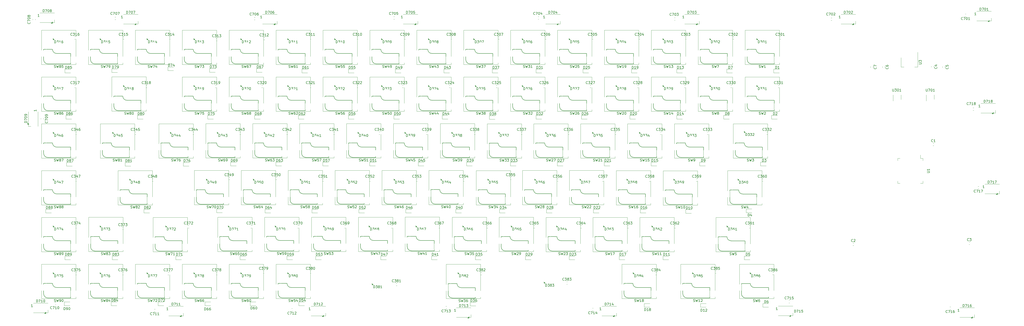
<source format=gto>
%TF.GenerationSoftware,KiCad,Pcbnew,(5.1.12)-1*%
%TF.CreationDate,2022-01-08T21:51:43+01:00*%
%TF.ProjectId,OLEDUKEY,4f4c4544-554b-4455-992e-6b696361645f,rev?*%
%TF.SameCoordinates,Original*%
%TF.FileFunction,Legend,Top*%
%TF.FilePolarity,Positive*%
%FSLAX46Y46*%
G04 Gerber Fmt 4.6, Leading zero omitted, Abs format (unit mm)*
G04 Created by KiCad (PCBNEW (5.1.12)-1) date 2022-01-08 21:51:43*
%MOMM*%
%LPD*%
G01*
G04 APERTURE LIST*
%ADD10C,0.100000*%
%ADD11C,0.120000*%
%ADD12C,0.150000*%
%ADD13R,1.700000X0.820000*%
%ADD14R,1.600000X0.850000*%
%ADD15R,0.850000X1.600000*%
%ADD16R,2.550000X2.500000*%
%ADD17C,2.950000*%
%ADD18C,4.000000*%
%ADD19C,1.700000*%
%ADD20C,3.050000*%
%ADD21R,0.650000X1.060000*%
%ADD22O,1.700000X1.700000*%
%ADD23R,1.700000X1.700000*%
%ADD24R,1.750000X1.750000*%
%ADD25C,1.750000*%
%ADD26C,2.700000*%
%ADD27R,3.800000X2.000000*%
%ADD28R,1.500000X2.000000*%
%ADD29C,2.000000*%
%ADD30R,3.200000X2.000000*%
%ADD31R,2.000000X2.000000*%
%ADD32C,3.000000*%
%ADD33C,1.524000*%
%ADD34O,1.400000X1.400000*%
%ADD35C,1.400000*%
%ADD36O,1.000000X1.600000*%
%ADD37C,0.650000*%
%ADD38O,1.000000X2.100000*%
G04 APERTURE END LIST*
D10*
%TO.C,D386*%
G36*
X255902140Y-76942332D02*
G01*
X255302140Y-76942332D01*
X255302140Y-76342332D01*
X255902140Y-76942332D01*
G37*
X255902140Y-76942332D02*
X255302140Y-76942332D01*
X255302140Y-76342332D01*
X255902140Y-76942332D01*
%TO.C,D385*%
G36*
X232537000Y-76962000D02*
G01*
X231937000Y-76962000D01*
X231937000Y-76362000D01*
X232537000Y-76962000D01*
G37*
X232537000Y-76962000D02*
X231937000Y-76962000D01*
X231937000Y-76362000D01*
X232537000Y-76962000D01*
%TO.C,D384*%
G36*
X208407000Y-76962000D02*
G01*
X207807000Y-76962000D01*
X207807000Y-76362000D01*
X208407000Y-76962000D01*
G37*
X208407000Y-76962000D02*
X207807000Y-76962000D01*
X207807000Y-76362000D01*
X208407000Y-76962000D01*
%TO.C,D383*%
G36*
X172212000Y-80772000D02*
G01*
X171612000Y-80772000D01*
X171612000Y-80172000D01*
X172212000Y-80772000D01*
G37*
X172212000Y-80772000D02*
X171612000Y-80772000D01*
X171612000Y-80172000D01*
X172212000Y-80772000D01*
%TO.C,D382*%
G36*
X137287000Y-76962000D02*
G01*
X136687000Y-76962000D01*
X136687000Y-76362000D01*
X137287000Y-76962000D01*
G37*
X137287000Y-76962000D02*
X136687000Y-76962000D01*
X136687000Y-76362000D01*
X137287000Y-76962000D01*
%TO.C,D381*%
G36*
X102362000Y-81407000D02*
G01*
X101762000Y-81407000D01*
X101762000Y-80807000D01*
X102362000Y-81407000D01*
G37*
X102362000Y-81407000D02*
X101762000Y-81407000D01*
X101762000Y-80807000D01*
X102362000Y-81407000D01*
%TO.C,D380*%
G36*
X68072000Y-76962000D02*
G01*
X67472000Y-76962000D01*
X67472000Y-76362000D01*
X68072000Y-76962000D01*
G37*
X68072000Y-76962000D02*
X67472000Y-76962000D01*
X67472000Y-76362000D01*
X68072000Y-76962000D01*
%TO.C,D379*%
G36*
X49022000Y-76962000D02*
G01*
X48422000Y-76962000D01*
X48422000Y-76362000D01*
X49022000Y-76962000D01*
G37*
X49022000Y-76962000D02*
X48422000Y-76962000D01*
X48422000Y-76362000D01*
X49022000Y-76962000D01*
%TO.C,D378*%
G36*
X29972000Y-76962000D02*
G01*
X29372000Y-76962000D01*
X29372000Y-76362000D01*
X29972000Y-76962000D01*
G37*
X29972000Y-76962000D02*
X29372000Y-76962000D01*
X29372000Y-76362000D01*
X29972000Y-76962000D01*
%TO.C,D377*%
G36*
X10922000Y-76962000D02*
G01*
X10322000Y-76962000D01*
X10322000Y-76362000D01*
X10922000Y-76962000D01*
G37*
X10922000Y-76962000D02*
X10322000Y-76962000D01*
X10322000Y-76362000D01*
X10922000Y-76962000D01*
%TO.C,D376*%
G36*
X-8128000Y-76962000D02*
G01*
X-8728000Y-76962000D01*
X-8728000Y-76362000D01*
X-8128000Y-76962000D01*
G37*
X-8128000Y-76962000D02*
X-8728000Y-76962000D01*
X-8728000Y-76362000D01*
X-8128000Y-76962000D01*
%TO.C,D375*%
G36*
X-27178000Y-76962000D02*
G01*
X-27778000Y-76962000D01*
X-27778000Y-76362000D01*
X-27178000Y-76962000D01*
G37*
X-27178000Y-76962000D02*
X-27778000Y-76962000D01*
X-27778000Y-76362000D01*
X-27178000Y-76962000D01*
%TO.C,D374*%
G36*
X-27178000Y-57912000D02*
G01*
X-27778000Y-57912000D01*
X-27778000Y-57312000D01*
X-27178000Y-57912000D01*
G37*
X-27178000Y-57912000D02*
X-27778000Y-57912000D01*
X-27778000Y-57312000D01*
X-27178000Y-57912000D01*
%TO.C,D373*%
G36*
X-8128000Y-57912000D02*
G01*
X-8728000Y-57912000D01*
X-8728000Y-57312000D01*
X-8128000Y-57912000D01*
G37*
X-8128000Y-57912000D02*
X-8728000Y-57912000D01*
X-8728000Y-57312000D01*
X-8128000Y-57912000D01*
%TO.C,D372*%
G36*
X18542000Y-57912000D02*
G01*
X17942000Y-57912000D01*
X17942000Y-57312000D01*
X18542000Y-57912000D01*
G37*
X18542000Y-57912000D02*
X17942000Y-57912000D01*
X17942000Y-57312000D01*
X18542000Y-57912000D01*
%TO.C,D371*%
G36*
X43942000Y-57912000D02*
G01*
X43342000Y-57912000D01*
X43342000Y-57312000D01*
X43942000Y-57912000D01*
G37*
X43942000Y-57912000D02*
X43342000Y-57912000D01*
X43342000Y-57312000D01*
X43942000Y-57912000D01*
%TO.C,D370*%
G36*
X62992000Y-57912000D02*
G01*
X62392000Y-57912000D01*
X62392000Y-57312000D01*
X62992000Y-57912000D01*
G37*
X62992000Y-57912000D02*
X62392000Y-57912000D01*
X62392000Y-57312000D01*
X62992000Y-57912000D01*
%TO.C,D369*%
G36*
X82677000Y-57912000D02*
G01*
X82077000Y-57912000D01*
X82077000Y-57312000D01*
X82677000Y-57912000D01*
G37*
X82677000Y-57912000D02*
X82077000Y-57912000D01*
X82077000Y-57312000D01*
X82677000Y-57912000D01*
%TO.C,D368*%
G36*
X101092000Y-57912000D02*
G01*
X100492000Y-57912000D01*
X100492000Y-57312000D01*
X101092000Y-57912000D01*
G37*
X101092000Y-57912000D02*
X100492000Y-57912000D01*
X100492000Y-57312000D01*
X101092000Y-57912000D01*
%TO.C,D367*%
G36*
X120142000Y-57912000D02*
G01*
X119542000Y-57912000D01*
X119542000Y-57312000D01*
X120142000Y-57912000D01*
G37*
X120142000Y-57912000D02*
X119542000Y-57912000D01*
X119542000Y-57312000D01*
X120142000Y-57912000D01*
%TO.C,D366*%
G36*
X139192000Y-57912000D02*
G01*
X138592000Y-57912000D01*
X138592000Y-57312000D01*
X139192000Y-57912000D01*
G37*
X139192000Y-57912000D02*
X138592000Y-57912000D01*
X138592000Y-57312000D01*
X139192000Y-57912000D01*
%TO.C,D365*%
G36*
X158877000Y-57912000D02*
G01*
X158277000Y-57912000D01*
X158277000Y-57312000D01*
X158877000Y-57912000D01*
G37*
X158877000Y-57912000D02*
X158277000Y-57912000D01*
X158277000Y-57312000D01*
X158877000Y-57912000D01*
%TO.C,D364*%
G36*
X177292000Y-57912000D02*
G01*
X176692000Y-57912000D01*
X176692000Y-57312000D01*
X177292000Y-57912000D01*
G37*
X177292000Y-57912000D02*
X176692000Y-57912000D01*
X176692000Y-57312000D01*
X177292000Y-57912000D01*
%TO.C,D363*%
G36*
X196342000Y-57912000D02*
G01*
X195742000Y-57912000D01*
X195742000Y-57312000D01*
X196342000Y-57912000D01*
G37*
X196342000Y-57912000D02*
X195742000Y-57912000D01*
X195742000Y-57312000D01*
X196342000Y-57912000D01*
%TO.C,D362*%
G36*
X216027000Y-57912000D02*
G01*
X215427000Y-57912000D01*
X215427000Y-57312000D01*
X216027000Y-57912000D01*
G37*
X216027000Y-57912000D02*
X215427000Y-57912000D01*
X215427000Y-57312000D01*
X216027000Y-57912000D01*
%TO.C,D361*%
G36*
X246507000Y-57912000D02*
G01*
X245907000Y-57912000D01*
X245907000Y-57312000D01*
X246507000Y-57912000D01*
G37*
X246507000Y-57912000D02*
X245907000Y-57912000D01*
X245907000Y-57312000D01*
X246507000Y-57912000D01*
%TO.C,D360*%
G36*
X250952000Y-38862000D02*
G01*
X250352000Y-38862000D01*
X250352000Y-38262000D01*
X250952000Y-38862000D01*
G37*
X250952000Y-38862000D02*
X250352000Y-38862000D01*
X250352000Y-38262000D01*
X250952000Y-38862000D01*
%TO.C,D359*%
G36*
X224917000Y-38862000D02*
G01*
X224317000Y-38862000D01*
X224317000Y-38262000D01*
X224917000Y-38862000D01*
G37*
X224917000Y-38862000D02*
X224317000Y-38862000D01*
X224317000Y-38262000D01*
X224917000Y-38862000D01*
%TO.C,D358*%
G36*
X205867000Y-38862000D02*
G01*
X205267000Y-38862000D01*
X205267000Y-38262000D01*
X205867000Y-38862000D01*
G37*
X205867000Y-38862000D02*
X205267000Y-38862000D01*
X205267000Y-38262000D01*
X205867000Y-38862000D01*
%TO.C,D357*%
G36*
X186817000Y-38862000D02*
G01*
X186217000Y-38862000D01*
X186217000Y-38262000D01*
X186817000Y-38862000D01*
G37*
X186817000Y-38862000D02*
X186217000Y-38862000D01*
X186217000Y-38262000D01*
X186817000Y-38862000D01*
%TO.C,D356*%
G36*
X168402000Y-38862000D02*
G01*
X167802000Y-38862000D01*
X167802000Y-38262000D01*
X168402000Y-38862000D01*
G37*
X168402000Y-38862000D02*
X167802000Y-38862000D01*
X167802000Y-38262000D01*
X168402000Y-38862000D01*
%TO.C,D355*%
G36*
X149352000Y-38862000D02*
G01*
X148752000Y-38862000D01*
X148752000Y-38262000D01*
X149352000Y-38862000D01*
G37*
X149352000Y-38862000D02*
X148752000Y-38862000D01*
X148752000Y-38262000D01*
X149352000Y-38862000D01*
%TO.C,D354*%
G36*
X130302000Y-38862000D02*
G01*
X129702000Y-38862000D01*
X129702000Y-38262000D01*
X130302000Y-38862000D01*
G37*
X130302000Y-38862000D02*
X129702000Y-38862000D01*
X129702000Y-38262000D01*
X130302000Y-38862000D01*
%TO.C,D353*%
G36*
X111252000Y-38862000D02*
G01*
X110652000Y-38862000D01*
X110652000Y-38262000D01*
X111252000Y-38862000D01*
G37*
X111252000Y-38862000D02*
X110652000Y-38862000D01*
X110652000Y-38262000D01*
X111252000Y-38862000D01*
%TO.C,D352*%
G36*
X92202000Y-38862000D02*
G01*
X91602000Y-38862000D01*
X91602000Y-38262000D01*
X92202000Y-38862000D01*
G37*
X92202000Y-38862000D02*
X91602000Y-38862000D01*
X91602000Y-38262000D01*
X92202000Y-38862000D01*
%TO.C,D351*%
G36*
X73152000Y-38862000D02*
G01*
X72552000Y-38862000D01*
X72552000Y-38262000D01*
X73152000Y-38862000D01*
G37*
X73152000Y-38862000D02*
X72552000Y-38862000D01*
X72552000Y-38262000D01*
X73152000Y-38862000D01*
%TO.C,D350*%
G36*
X54102000Y-38862000D02*
G01*
X53502000Y-38862000D01*
X53502000Y-38262000D01*
X54102000Y-38862000D01*
G37*
X54102000Y-38862000D02*
X53502000Y-38862000D01*
X53502000Y-38262000D01*
X54102000Y-38862000D01*
%TO.C,D349*%
G36*
X35052000Y-38862000D02*
G01*
X34452000Y-38862000D01*
X34452000Y-38262000D01*
X35052000Y-38862000D01*
G37*
X35052000Y-38862000D02*
X34452000Y-38862000D01*
X34452000Y-38262000D01*
X35052000Y-38862000D01*
%TO.C,D348*%
G36*
X3937000Y-38862000D02*
G01*
X3337000Y-38862000D01*
X3337000Y-38262000D01*
X3937000Y-38862000D01*
G37*
X3937000Y-38862000D02*
X3337000Y-38862000D01*
X3337000Y-38262000D01*
X3937000Y-38862000D01*
%TO.C,D347*%
G36*
X-27178000Y-38862000D02*
G01*
X-27778000Y-38862000D01*
X-27778000Y-38262000D01*
X-27178000Y-38862000D01*
G37*
X-27178000Y-38862000D02*
X-27778000Y-38862000D01*
X-27778000Y-38262000D01*
X-27178000Y-38862000D01*
%TO.C,D346*%
G36*
X-27178000Y-19812000D02*
G01*
X-27778000Y-19812000D01*
X-27778000Y-19212000D01*
X-27178000Y-19812000D01*
G37*
X-27178000Y-19812000D02*
X-27778000Y-19812000D01*
X-27778000Y-19212000D01*
X-27178000Y-19812000D01*
%TO.C,D345*%
G36*
X-3048000Y-19812000D02*
G01*
X-3648000Y-19812000D01*
X-3648000Y-19212000D01*
X-3048000Y-19812000D01*
G37*
X-3048000Y-19812000D02*
X-3648000Y-19812000D01*
X-3648000Y-19212000D01*
X-3048000Y-19812000D01*
%TO.C,D344*%
G36*
X20447000Y-19812000D02*
G01*
X19847000Y-19812000D01*
X19847000Y-19212000D01*
X20447000Y-19812000D01*
G37*
X20447000Y-19812000D02*
X19847000Y-19812000D01*
X19847000Y-19212000D01*
X20447000Y-19812000D01*
%TO.C,D343*%
G36*
X39497000Y-19812000D02*
G01*
X38897000Y-19812000D01*
X38897000Y-19212000D01*
X39497000Y-19812000D01*
G37*
X39497000Y-19812000D02*
X38897000Y-19812000D01*
X38897000Y-19212000D01*
X39497000Y-19812000D01*
%TO.C,D342*%
G36*
X58547000Y-19812000D02*
G01*
X57947000Y-19812000D01*
X57947000Y-19212000D01*
X58547000Y-19812000D01*
G37*
X58547000Y-19812000D02*
X57947000Y-19812000D01*
X57947000Y-19212000D01*
X58547000Y-19812000D01*
%TO.C,D341*%
G36*
X77597000Y-19812000D02*
G01*
X76997000Y-19812000D01*
X76997000Y-19212000D01*
X77597000Y-19812000D01*
G37*
X77597000Y-19812000D02*
X76997000Y-19812000D01*
X76997000Y-19212000D01*
X77597000Y-19812000D01*
%TO.C,D340*%
G36*
X96647000Y-19812000D02*
G01*
X96047000Y-19812000D01*
X96047000Y-19212000D01*
X96647000Y-19812000D01*
G37*
X96647000Y-19812000D02*
X96047000Y-19812000D01*
X96047000Y-19212000D01*
X96647000Y-19812000D01*
%TO.C,D339*%
G36*
X115697000Y-19812000D02*
G01*
X115097000Y-19812000D01*
X115097000Y-19212000D01*
X115697000Y-19812000D01*
G37*
X115697000Y-19812000D02*
X115097000Y-19812000D01*
X115097000Y-19212000D01*
X115697000Y-19812000D01*
%TO.C,D338*%
G36*
X134747000Y-19812000D02*
G01*
X134147000Y-19812000D01*
X134147000Y-19212000D01*
X134747000Y-19812000D01*
G37*
X134747000Y-19812000D02*
X134147000Y-19812000D01*
X134147000Y-19212000D01*
X134747000Y-19812000D01*
%TO.C,D337*%
G36*
X153797000Y-19812000D02*
G01*
X153197000Y-19812000D01*
X153197000Y-19212000D01*
X153797000Y-19812000D01*
G37*
X153797000Y-19812000D02*
X153197000Y-19812000D01*
X153197000Y-19212000D01*
X153797000Y-19812000D01*
%TO.C,D336*%
G36*
X172847000Y-19812000D02*
G01*
X172247000Y-19812000D01*
X172247000Y-19212000D01*
X172847000Y-19812000D01*
G37*
X172847000Y-19812000D02*
X172247000Y-19812000D01*
X172247000Y-19212000D01*
X172847000Y-19812000D01*
%TO.C,D335*%
G36*
X191897000Y-19812000D02*
G01*
X191297000Y-19812000D01*
X191297000Y-19212000D01*
X191897000Y-19812000D01*
G37*
X191897000Y-19812000D02*
X191297000Y-19812000D01*
X191297000Y-19212000D01*
X191897000Y-19812000D01*
%TO.C,D334*%
G36*
X210947000Y-19812000D02*
G01*
X210347000Y-19812000D01*
X210347000Y-19212000D01*
X210947000Y-19812000D01*
G37*
X210947000Y-19812000D02*
X210347000Y-19812000D01*
X210347000Y-19212000D01*
X210947000Y-19812000D01*
%TO.C,D333*%
G36*
X229997000Y-19812000D02*
G01*
X229397000Y-19812000D01*
X229397000Y-19212000D01*
X229997000Y-19812000D01*
G37*
X229997000Y-19812000D02*
X229397000Y-19812000D01*
X229397000Y-19212000D01*
X229997000Y-19812000D01*
%TO.C,D332*%
G36*
X253492000Y-19431000D02*
G01*
X252892000Y-19431000D01*
X252892000Y-18831000D01*
X253492000Y-19431000D01*
G37*
X253492000Y-19431000D02*
X252892000Y-19431000D01*
X252892000Y-18831000D01*
X253492000Y-19431000D01*
%TO.C,D331*%
G36*
X258572000Y-762000D02*
G01*
X257972000Y-762000D01*
X257972000Y-162000D01*
X258572000Y-762000D01*
G37*
X258572000Y-762000D02*
X257972000Y-762000D01*
X257972000Y-162000D01*
X258572000Y-762000D01*
%TO.C,D330*%
G36*
X239522000Y-762000D02*
G01*
X238922000Y-762000D01*
X238922000Y-162000D01*
X239522000Y-762000D01*
G37*
X239522000Y-762000D02*
X238922000Y-762000D01*
X238922000Y-162000D01*
X239522000Y-762000D01*
%TO.C,D329*%
G36*
X220472000Y-762000D02*
G01*
X219872000Y-762000D01*
X219872000Y-162000D01*
X220472000Y-762000D01*
G37*
X220472000Y-762000D02*
X219872000Y-762000D01*
X219872000Y-162000D01*
X220472000Y-762000D01*
%TO.C,D328*%
G36*
X201422000Y-762000D02*
G01*
X200822000Y-762000D01*
X200822000Y-162000D01*
X201422000Y-762000D01*
G37*
X201422000Y-762000D02*
X200822000Y-762000D01*
X200822000Y-162000D01*
X201422000Y-762000D01*
%TO.C,D327*%
G36*
X182372000Y-762000D02*
G01*
X181772000Y-762000D01*
X181772000Y-162000D01*
X182372000Y-762000D01*
G37*
X182372000Y-762000D02*
X181772000Y-762000D01*
X181772000Y-162000D01*
X182372000Y-762000D01*
%TO.C,D326*%
G36*
X163322000Y-762000D02*
G01*
X162722000Y-762000D01*
X162722000Y-162000D01*
X163322000Y-762000D01*
G37*
X163322000Y-762000D02*
X162722000Y-762000D01*
X162722000Y-162000D01*
X163322000Y-762000D01*
%TO.C,D325*%
G36*
X144272000Y-762000D02*
G01*
X143672000Y-762000D01*
X143672000Y-162000D01*
X144272000Y-762000D01*
G37*
X144272000Y-762000D02*
X143672000Y-762000D01*
X143672000Y-162000D01*
X144272000Y-762000D01*
%TO.C,D324*%
G36*
X125222000Y-762000D02*
G01*
X124622000Y-762000D01*
X124622000Y-162000D01*
X125222000Y-762000D01*
G37*
X125222000Y-762000D02*
X124622000Y-762000D01*
X124622000Y-162000D01*
X125222000Y-762000D01*
%TO.C,D323*%
G36*
X106172000Y-762000D02*
G01*
X105572000Y-762000D01*
X105572000Y-162000D01*
X106172000Y-762000D01*
G37*
X106172000Y-762000D02*
X105572000Y-762000D01*
X105572000Y-162000D01*
X106172000Y-762000D01*
%TO.C,D322*%
G36*
X87122000Y-762000D02*
G01*
X86522000Y-762000D01*
X86522000Y-162000D01*
X87122000Y-762000D01*
G37*
X87122000Y-762000D02*
X86522000Y-762000D01*
X86522000Y-162000D01*
X87122000Y-762000D01*
%TO.C,D321*%
G36*
X68072000Y-762000D02*
G01*
X67472000Y-762000D01*
X67472000Y-162000D01*
X68072000Y-762000D01*
G37*
X68072000Y-762000D02*
X67472000Y-762000D01*
X67472000Y-162000D01*
X68072000Y-762000D01*
%TO.C,D320*%
G36*
X49022000Y-762000D02*
G01*
X48422000Y-762000D01*
X48422000Y-162000D01*
X49022000Y-762000D01*
G37*
X49022000Y-762000D02*
X48422000Y-762000D01*
X48422000Y-162000D01*
X49022000Y-762000D01*
%TO.C,D319*%
G36*
X29972000Y-762000D02*
G01*
X29372000Y-762000D01*
X29372000Y-162000D01*
X29972000Y-762000D01*
G37*
X29972000Y-762000D02*
X29372000Y-762000D01*
X29372000Y-162000D01*
X29972000Y-762000D01*
%TO.C,D318*%
G36*
X1397000Y-762000D02*
G01*
X797000Y-762000D01*
X797000Y-162000D01*
X1397000Y-762000D01*
G37*
X1397000Y-762000D02*
X797000Y-762000D01*
X797000Y-162000D01*
X1397000Y-762000D01*
%TO.C,D317*%
G36*
X-27178000Y-762000D02*
G01*
X-27778000Y-762000D01*
X-27778000Y-162000D01*
X-27178000Y-762000D01*
G37*
X-27178000Y-762000D02*
X-27778000Y-762000D01*
X-27778000Y-162000D01*
X-27178000Y-762000D01*
%TO.C,D316*%
G36*
X-27178000Y18288000D02*
G01*
X-27778000Y18288000D01*
X-27778000Y18888000D01*
X-27178000Y18288000D01*
G37*
X-27178000Y18288000D02*
X-27778000Y18288000D01*
X-27778000Y18888000D01*
X-27178000Y18288000D01*
%TO.C,D315*%
G36*
X-8128000Y18288000D02*
G01*
X-8728000Y18288000D01*
X-8728000Y18888000D01*
X-8128000Y18288000D01*
G37*
X-8128000Y18288000D02*
X-8728000Y18288000D01*
X-8728000Y18888000D01*
X-8128000Y18288000D01*
%TO.C,D314*%
G36*
X10922000Y18288000D02*
G01*
X10322000Y18288000D01*
X10322000Y18888000D01*
X10922000Y18288000D01*
G37*
X10922000Y18288000D02*
X10322000Y18288000D01*
X10322000Y18888000D01*
X10922000Y18288000D01*
%TO.C,D313*%
G36*
X29972000Y18288000D02*
G01*
X29372000Y18288000D01*
X29372000Y18888000D01*
X29972000Y18288000D01*
G37*
X29972000Y18288000D02*
X29372000Y18288000D01*
X29372000Y18888000D01*
X29972000Y18288000D01*
%TO.C,D312*%
G36*
X49022000Y18288000D02*
G01*
X48422000Y18288000D01*
X48422000Y18888000D01*
X49022000Y18288000D01*
G37*
X49022000Y18288000D02*
X48422000Y18288000D01*
X48422000Y18888000D01*
X49022000Y18288000D01*
%TO.C,D311*%
G36*
X68072000Y18288000D02*
G01*
X67472000Y18288000D01*
X67472000Y18888000D01*
X68072000Y18288000D01*
G37*
X68072000Y18288000D02*
X67472000Y18288000D01*
X67472000Y18888000D01*
X68072000Y18288000D01*
%TO.C,D310*%
G36*
X87122000Y18288000D02*
G01*
X86522000Y18288000D01*
X86522000Y18888000D01*
X87122000Y18288000D01*
G37*
X87122000Y18288000D02*
X86522000Y18288000D01*
X86522000Y18888000D01*
X87122000Y18288000D01*
%TO.C,D309*%
G36*
X106172000Y18288000D02*
G01*
X105572000Y18288000D01*
X105572000Y18888000D01*
X106172000Y18288000D01*
G37*
X106172000Y18288000D02*
X105572000Y18288000D01*
X105572000Y18888000D01*
X106172000Y18288000D01*
%TO.C,D308*%
G36*
X125222000Y18288000D02*
G01*
X124622000Y18288000D01*
X124622000Y18888000D01*
X125222000Y18288000D01*
G37*
X125222000Y18288000D02*
X124622000Y18288000D01*
X124622000Y18888000D01*
X125222000Y18288000D01*
%TO.C,D307*%
G36*
X143637000Y18288000D02*
G01*
X143037000Y18288000D01*
X143037000Y18888000D01*
X143637000Y18288000D01*
G37*
X143637000Y18288000D02*
X143037000Y18288000D01*
X143037000Y18888000D01*
X143637000Y18288000D01*
%TO.C,D306*%
G36*
X163322000Y18288000D02*
G01*
X162722000Y18288000D01*
X162722000Y18888000D01*
X163322000Y18288000D01*
G37*
X163322000Y18288000D02*
X162722000Y18288000D01*
X162722000Y18888000D01*
X163322000Y18288000D01*
%TO.C,D305*%
G36*
X182372000Y18288000D02*
G01*
X181772000Y18288000D01*
X181772000Y18888000D01*
X182372000Y18288000D01*
G37*
X182372000Y18288000D02*
X181772000Y18288000D01*
X181772000Y18888000D01*
X182372000Y18288000D01*
%TO.C,D304*%
G36*
X201422000Y18288000D02*
G01*
X200822000Y18288000D01*
X200822000Y18888000D01*
X201422000Y18288000D01*
G37*
X201422000Y18288000D02*
X200822000Y18288000D01*
X200822000Y18888000D01*
X201422000Y18288000D01*
%TO.C,D303*%
G36*
X220472000Y18288000D02*
G01*
X219872000Y18288000D01*
X219872000Y18888000D01*
X220472000Y18288000D01*
G37*
X220472000Y18288000D02*
X219872000Y18288000D01*
X219872000Y18888000D01*
X220472000Y18288000D01*
%TO.C,D302*%
G36*
X239522000Y18288000D02*
G01*
X238922000Y18288000D01*
X238922000Y18888000D01*
X239522000Y18288000D01*
G37*
X239522000Y18288000D02*
X238922000Y18288000D01*
X238922000Y18888000D01*
X239522000Y18288000D01*
%TO.C,D301*%
G36*
X258572000Y18288000D02*
G01*
X257972000Y18288000D01*
X257972000Y18888000D01*
X258572000Y18288000D01*
G37*
X258572000Y18288000D02*
X257972000Y18288000D01*
X257972000Y18888000D01*
X258572000Y18288000D01*
D11*
%TO.C,D710*%
X-35716000Y-88855000D02*
X-29816000Y-88855000D01*
X-35716000Y-92755000D02*
X-29816000Y-92755000D01*
X-29816000Y-92755000D02*
X-29816000Y-91680000D01*
D10*
G36*
X-30607000Y-93091000D02*
G01*
X-31242000Y-93091000D01*
X-30607000Y-92456000D01*
X-30607000Y-93091000D01*
G37*
X-30607000Y-93091000D02*
X-31242000Y-93091000D01*
X-30607000Y-92456000D01*
X-30607000Y-93091000D01*
D11*
%TO.C,D718*%
X349094000Y-7575000D02*
X354994000Y-7575000D01*
X349094000Y-11475000D02*
X354994000Y-11475000D01*
X354994000Y-11475000D02*
X354994000Y-10400000D01*
D10*
G36*
X354203000Y-11811000D02*
G01*
X353568000Y-11811000D01*
X354203000Y-11176000D01*
X354203000Y-11811000D01*
G37*
X354203000Y-11811000D02*
X353568000Y-11811000D01*
X354203000Y-11176000D01*
X354203000Y-11811000D01*
D11*
%TO.C,D717*%
X350745000Y-40468000D02*
X356645000Y-40468000D01*
X350745000Y-44368000D02*
X356645000Y-44368000D01*
X356645000Y-44368000D02*
X356645000Y-43293000D01*
D10*
G36*
X355854000Y-44704000D02*
G01*
X355219000Y-44704000D01*
X355854000Y-44069000D01*
X355854000Y-44704000D01*
G37*
X355854000Y-44704000D02*
X355219000Y-44704000D01*
X355854000Y-44069000D01*
X355854000Y-44704000D01*
D11*
%TO.C,D716*%
X340585000Y-90760000D02*
X346485000Y-90760000D01*
X340585000Y-94660000D02*
X346485000Y-94660000D01*
X346485000Y-94660000D02*
X346485000Y-93585000D01*
D10*
G36*
X345694000Y-94996000D02*
G01*
X345059000Y-94996000D01*
X345694000Y-94361000D01*
X345694000Y-94996000D01*
G37*
X345694000Y-94996000D02*
X345059000Y-94996000D01*
X345694000Y-94361000D01*
X345694000Y-94996000D01*
D11*
%TO.C,D715*%
X266795140Y-90105332D02*
X272695140Y-90105332D01*
X266795140Y-94005332D02*
X272695140Y-94005332D01*
X272695140Y-94005332D02*
X272695140Y-92930332D01*
D10*
G36*
X271904140Y-94341332D02*
G01*
X271269140Y-94341332D01*
X271904140Y-93706332D01*
X271904140Y-94341332D01*
G37*
X271904140Y-94341332D02*
X271269140Y-94341332D01*
X271904140Y-93706332D01*
X271904140Y-94341332D01*
D11*
%TO.C,D714*%
X195170000Y-90125000D02*
X201070000Y-90125000D01*
X195170000Y-94025000D02*
X201070000Y-94025000D01*
X201070000Y-94025000D02*
X201070000Y-92950000D01*
D10*
G36*
X200279000Y-94361000D02*
G01*
X199644000Y-94361000D01*
X200279000Y-93726000D01*
X200279000Y-94361000D01*
G37*
X200279000Y-94361000D02*
X199644000Y-94361000D01*
X200279000Y-93726000D01*
X200279000Y-94361000D01*
D11*
%TO.C,D713*%
X136115000Y-90760000D02*
X142015000Y-90760000D01*
X136115000Y-94660000D02*
X142015000Y-94660000D01*
X142015000Y-94660000D02*
X142015000Y-93585000D01*
D10*
G36*
X141224000Y-94996000D02*
G01*
X140589000Y-94996000D01*
X141224000Y-94361000D01*
X141224000Y-94996000D01*
G37*
X141224000Y-94996000D02*
X140589000Y-94996000D01*
X141224000Y-94361000D01*
X141224000Y-94996000D01*
D11*
%TO.C,D712*%
X77060000Y-90125000D02*
X82960000Y-90125000D01*
X77060000Y-94025000D02*
X82960000Y-94025000D01*
X82960000Y-94025000D02*
X82960000Y-92950000D01*
D10*
G36*
X82169000Y-94361000D02*
G01*
X81534000Y-94361000D01*
X82169000Y-93726000D01*
X82169000Y-94361000D01*
G37*
X82169000Y-94361000D02*
X81534000Y-94361000D01*
X82169000Y-93726000D01*
X82169000Y-94361000D01*
D11*
%TO.C,D711*%
X19275000Y-90125000D02*
X25175000Y-90125000D01*
X19275000Y-94025000D02*
X25175000Y-94025000D01*
X25175000Y-94025000D02*
X25175000Y-92950000D01*
D10*
G36*
X24384000Y-94361000D02*
G01*
X23749000Y-94361000D01*
X24384000Y-93726000D01*
X24384000Y-94361000D01*
G37*
X24384000Y-94361000D02*
X23749000Y-94361000D01*
X24384000Y-93726000D01*
X24384000Y-94361000D01*
D11*
%TO.C,D709*%
X-33864000Y-11020000D02*
X-33864000Y-16920000D01*
X-37764000Y-11020000D02*
X-37764000Y-16920000D01*
X-37764000Y-16920000D02*
X-36689000Y-16920000D01*
D10*
G36*
X-38100000Y-16129000D02*
G01*
X-38100000Y-15494000D01*
X-37465000Y-16129000D01*
X-38100000Y-16129000D01*
G37*
X-38100000Y-16129000D02*
X-38100000Y-15494000D01*
X-37465000Y-16129000D01*
X-38100000Y-16129000D01*
D11*
%TO.C,D708*%
X-33049000Y29255000D02*
X-27149000Y29255000D01*
X-33049000Y25355000D02*
X-27149000Y25355000D01*
X-27149000Y25355000D02*
X-27149000Y26430000D01*
D10*
G36*
X-27940000Y25019000D02*
G01*
X-28575000Y25019000D01*
X-27940000Y25654000D01*
X-27940000Y25019000D01*
G37*
X-27940000Y25019000D02*
X-28575000Y25019000D01*
X-27940000Y25654000D01*
X-27940000Y25019000D01*
D11*
%TO.C,D707*%
X860000Y28620000D02*
X6760000Y28620000D01*
X860000Y24720000D02*
X6760000Y24720000D01*
X6760000Y24720000D02*
X6760000Y25795000D01*
D10*
G36*
X5969000Y24384000D02*
G01*
X5334000Y24384000D01*
X5969000Y25019000D01*
X5969000Y24384000D01*
G37*
X5969000Y24384000D02*
X5334000Y24384000D01*
X5969000Y25019000D01*
X5969000Y24384000D01*
D11*
%TO.C,D706*%
X57375000Y28620000D02*
X63275000Y28620000D01*
X57375000Y24720000D02*
X63275000Y24720000D01*
X63275000Y24720000D02*
X63275000Y25795000D01*
D10*
G36*
X62484000Y24384000D02*
G01*
X61849000Y24384000D01*
X62484000Y25019000D01*
X62484000Y24384000D01*
G37*
X62484000Y24384000D02*
X61849000Y24384000D01*
X62484000Y25019000D01*
X62484000Y24384000D01*
D11*
%TO.C,D705*%
X114525000Y28620000D02*
X120425000Y28620000D01*
X114525000Y24720000D02*
X120425000Y24720000D01*
X120425000Y24720000D02*
X120425000Y25795000D01*
D10*
G36*
X119634000Y24384000D02*
G01*
X118999000Y24384000D01*
X119634000Y25019000D01*
X119634000Y24384000D01*
G37*
X119634000Y24384000D02*
X118999000Y24384000D01*
X119634000Y25019000D01*
X119634000Y24384000D01*
D11*
%TO.C,D704*%
X172310000Y28620000D02*
X178210000Y28620000D01*
X172310000Y24720000D02*
X178210000Y24720000D01*
X178210000Y24720000D02*
X178210000Y25795000D01*
D10*
G36*
X177419000Y24384000D02*
G01*
X176784000Y24384000D01*
X177419000Y25019000D01*
X177419000Y24384000D01*
G37*
X177419000Y24384000D02*
X176784000Y24384000D01*
X177419000Y25019000D01*
X177419000Y24384000D01*
D11*
%TO.C,D703*%
X228825000Y28620000D02*
X234725000Y28620000D01*
X228825000Y24720000D02*
X234725000Y24720000D01*
X234725000Y24720000D02*
X234725000Y25795000D01*
D10*
G36*
X233934000Y24384000D02*
G01*
X233299000Y24384000D01*
X233934000Y25019000D01*
X233934000Y24384000D01*
G37*
X233934000Y24384000D02*
X233299000Y24384000D01*
X233934000Y25019000D01*
X233934000Y24384000D01*
D11*
%TO.C,D702*%
X292325000Y28620000D02*
X298225000Y28620000D01*
X292325000Y24720000D02*
X298225000Y24720000D01*
X298225000Y24720000D02*
X298225000Y25795000D01*
D10*
G36*
X297434000Y24384000D02*
G01*
X296799000Y24384000D01*
X297434000Y25019000D01*
X297434000Y24384000D01*
G37*
X297434000Y24384000D02*
X296799000Y24384000D01*
X297434000Y25019000D01*
X297434000Y24384000D01*
D11*
%TO.C,D701*%
X347415000Y29890000D02*
X353315000Y29890000D01*
X347415000Y25990000D02*
X353315000Y25990000D01*
X353315000Y25990000D02*
X353315000Y27065000D01*
D10*
G36*
X352524000Y25654000D02*
G01*
X351889000Y25654000D01*
X352524000Y26289000D01*
X352524000Y25654000D01*
G37*
X352524000Y25654000D02*
X351889000Y25654000D01*
X352524000Y26289000D01*
X352524000Y25654000D01*
D11*
%TO.C,C301*%
X267416233Y19560000D02*
X267708767Y19560000D01*
X267416233Y18540000D02*
X267708767Y18540000D01*
%TO.C,SW54*%
X76835000Y-86995000D02*
X62865000Y-86995000D01*
X62865000Y-73025000D02*
X76835000Y-73025000D01*
X62865000Y-86995000D02*
X62865000Y-73025000D01*
X76835000Y-73025000D02*
X76835000Y-86995000D01*
D12*
X68985000Y-82550000D02*
X74715000Y-82550000D01*
X74715000Y-86760000D02*
X74715000Y-82550000D01*
X65390000Y-86765000D02*
X74715000Y-86765000D01*
X63715000Y-80875000D02*
X67310000Y-80875000D01*
X63715000Y-85090000D02*
X63715000Y-80875000D01*
X63715000Y-85090000D02*
G75*
G03*
X65390000Y-86765000I1675000J0D01*
G01*
X67310000Y-80875000D02*
G75*
G03*
X68985000Y-82550000I1675000J0D01*
G01*
D11*
%TO.C,SW90*%
X-18415000Y-86995000D02*
X-32385000Y-86995000D01*
X-32385000Y-73025000D02*
X-18415000Y-73025000D01*
X-32385000Y-86995000D02*
X-32385000Y-73025000D01*
X-18415000Y-73025000D02*
X-18415000Y-86995000D01*
D12*
X-26265000Y-82550000D02*
X-20535000Y-82550000D01*
X-20535000Y-86760000D02*
X-20535000Y-82550000D01*
X-29860000Y-86765000D02*
X-20535000Y-86765000D01*
X-31535000Y-80875000D02*
X-27940000Y-80875000D01*
X-31535000Y-85090000D02*
X-31535000Y-80875000D01*
X-31535000Y-85090000D02*
G75*
G03*
X-29860000Y-86765000I1675000J0D01*
G01*
X-27940000Y-80875000D02*
G75*
G03*
X-26265000Y-82550000I1675000J0D01*
G01*
D11*
%TO.C,SW89*%
X-18415000Y-67945000D02*
X-32385000Y-67945000D01*
X-32385000Y-53975000D02*
X-18415000Y-53975000D01*
X-32385000Y-67945000D02*
X-32385000Y-53975000D01*
X-18415000Y-53975000D02*
X-18415000Y-67945000D01*
D12*
X-26265000Y-63500000D02*
X-20535000Y-63500000D01*
X-20535000Y-67710000D02*
X-20535000Y-63500000D01*
X-29860000Y-67715000D02*
X-20535000Y-67715000D01*
X-31535000Y-61825000D02*
X-27940000Y-61825000D01*
X-31535000Y-66040000D02*
X-31535000Y-61825000D01*
X-31535000Y-66040000D02*
G75*
G03*
X-29860000Y-67715000I1675000J0D01*
G01*
X-27940000Y-61825000D02*
G75*
G03*
X-26265000Y-63500000I1675000J0D01*
G01*
D11*
%TO.C,SW88*%
X-18415000Y-48895000D02*
X-32385000Y-48895000D01*
X-32385000Y-34925000D02*
X-18415000Y-34925000D01*
X-32385000Y-48895000D02*
X-32385000Y-34925000D01*
X-18415000Y-34925000D02*
X-18415000Y-48895000D01*
D12*
X-26265000Y-44450000D02*
X-20535000Y-44450000D01*
X-20535000Y-48660000D02*
X-20535000Y-44450000D01*
X-29860000Y-48665000D02*
X-20535000Y-48665000D01*
X-31535000Y-42775000D02*
X-27940000Y-42775000D01*
X-31535000Y-46990000D02*
X-31535000Y-42775000D01*
X-31535000Y-46990000D02*
G75*
G03*
X-29860000Y-48665000I1675000J0D01*
G01*
X-27940000Y-42775000D02*
G75*
G03*
X-26265000Y-44450000I1675000J0D01*
G01*
D11*
%TO.C,SW87*%
X-18415000Y-29845000D02*
X-32385000Y-29845000D01*
X-32385000Y-15875000D02*
X-18415000Y-15875000D01*
X-32385000Y-29845000D02*
X-32385000Y-15875000D01*
X-18415000Y-15875000D02*
X-18415000Y-29845000D01*
D12*
X-26265000Y-25400000D02*
X-20535000Y-25400000D01*
X-20535000Y-29610000D02*
X-20535000Y-25400000D01*
X-29860000Y-29615000D02*
X-20535000Y-29615000D01*
X-31535000Y-23725000D02*
X-27940000Y-23725000D01*
X-31535000Y-27940000D02*
X-31535000Y-23725000D01*
X-31535000Y-27940000D02*
G75*
G03*
X-29860000Y-29615000I1675000J0D01*
G01*
X-27940000Y-23725000D02*
G75*
G03*
X-26265000Y-25400000I1675000J0D01*
G01*
D11*
%TO.C,SW86*%
X-18415000Y-10795000D02*
X-32385000Y-10795000D01*
X-32385000Y3175000D02*
X-18415000Y3175000D01*
X-32385000Y-10795000D02*
X-32385000Y3175000D01*
X-18415000Y3175000D02*
X-18415000Y-10795000D01*
D12*
X-26265000Y-6350000D02*
X-20535000Y-6350000D01*
X-20535000Y-10560000D02*
X-20535000Y-6350000D01*
X-29860000Y-10565000D02*
X-20535000Y-10565000D01*
X-31535000Y-4675000D02*
X-27940000Y-4675000D01*
X-31535000Y-8890000D02*
X-31535000Y-4675000D01*
X-31535000Y-8890000D02*
G75*
G03*
X-29860000Y-10565000I1675000J0D01*
G01*
X-27940000Y-4675000D02*
G75*
G03*
X-26265000Y-6350000I1675000J0D01*
G01*
D11*
%TO.C,SW85*%
X-18415000Y8255000D02*
X-32385000Y8255000D01*
X-32385000Y22225000D02*
X-18415000Y22225000D01*
X-32385000Y8255000D02*
X-32385000Y22225000D01*
X-18415000Y22225000D02*
X-18415000Y8255000D01*
D12*
X-26265000Y12700000D02*
X-20535000Y12700000D01*
X-20535000Y8490000D02*
X-20535000Y12700000D01*
X-29860000Y8485000D02*
X-20535000Y8485000D01*
X-31535000Y14375000D02*
X-27940000Y14375000D01*
X-31535000Y10160000D02*
X-31535000Y14375000D01*
X-31535000Y10160000D02*
G75*
G03*
X-29860000Y8485000I1675000J0D01*
G01*
X-27940000Y14375000D02*
G75*
G03*
X-26265000Y12700000I1675000J0D01*
G01*
D11*
%TO.C,SW84*%
X635000Y-86995000D02*
X-13335000Y-86995000D01*
X-13335000Y-73025000D02*
X635000Y-73025000D01*
X-13335000Y-86995000D02*
X-13335000Y-73025000D01*
X635000Y-73025000D02*
X635000Y-86995000D01*
D12*
X-7215000Y-82550000D02*
X-1485000Y-82550000D01*
X-1485000Y-86760000D02*
X-1485000Y-82550000D01*
X-10810000Y-86765000D02*
X-1485000Y-86765000D01*
X-12485000Y-80875000D02*
X-8890000Y-80875000D01*
X-12485000Y-85090000D02*
X-12485000Y-80875000D01*
X-12485000Y-85090000D02*
G75*
G03*
X-10810000Y-86765000I1675000J0D01*
G01*
X-8890000Y-80875000D02*
G75*
G03*
X-7215000Y-82550000I1675000J0D01*
G01*
D11*
%TO.C,SW83*%
X661003Y-67927703D02*
X-13308997Y-67927703D01*
X-13308997Y-53957703D02*
X661003Y-53957703D01*
X-13308997Y-67927703D02*
X-13308997Y-53957703D01*
X661003Y-53957703D02*
X661003Y-67927703D01*
D12*
X-7188997Y-63482703D02*
X-1458997Y-63482703D01*
X-1458997Y-67692703D02*
X-1458997Y-63482703D01*
X-10783997Y-67697703D02*
X-1458997Y-67697703D01*
X-12458997Y-61807703D02*
X-8863997Y-61807703D01*
X-12458997Y-66022703D02*
X-12458997Y-61807703D01*
X-12458997Y-66022703D02*
G75*
G03*
X-10783997Y-67697703I1675000J0D01*
G01*
X-8863997Y-61807703D02*
G75*
G03*
X-7188997Y-63482703I1675000J0D01*
G01*
D11*
%TO.C,SW82*%
X12644928Y-34931635D02*
X12644928Y-48901635D01*
X-1325072Y-34931635D02*
X12644928Y-34931635D01*
X-1325072Y-48901635D02*
X-1325072Y-34931635D01*
X12644928Y-48901635D02*
X-1325072Y-48901635D01*
D12*
X1199928Y-48671635D02*
X10524928Y-48671635D01*
X-475072Y-46996635D02*
X-475072Y-42781635D01*
X10524928Y-48666635D02*
X10524928Y-44456635D01*
X-475072Y-42781635D02*
X3119928Y-42781635D01*
X4794928Y-44456635D02*
X10524928Y-44456635D01*
X3119928Y-42781635D02*
G75*
G03*
X4794928Y-44456635I1675000J0D01*
G01*
X-475072Y-46996635D02*
G75*
G03*
X1199928Y-48671635I1675000J0D01*
G01*
%TO.C,SW81*%
X3335000Y-29610000D02*
X3335000Y-25400000D01*
X-7665000Y-27940000D02*
X-7665000Y-23725000D01*
X-2395000Y-25400000D02*
X3335000Y-25400000D01*
X-5990000Y-29615000D02*
X3335000Y-29615000D01*
X-7665000Y-23725000D02*
X-4070000Y-23725000D01*
D11*
X5455000Y-29845000D02*
X-8515000Y-29845000D01*
X-8515000Y-29845000D02*
X-8515000Y-15875000D01*
X-8515000Y-15875000D02*
X5455000Y-15875000D01*
X5455000Y-15875000D02*
X5455000Y-29845000D01*
D12*
X-7665000Y-27940000D02*
G75*
G03*
X-5990000Y-29615000I1675000J0D01*
G01*
X-4070000Y-23725000D02*
G75*
G03*
X-2395000Y-25400000I1675000J0D01*
G01*
%TO.C,SW80*%
X8009062Y-10552196D02*
X8009062Y-6342196D01*
X-2990938Y-8882196D02*
X-2990938Y-4667196D01*
X2279062Y-6342196D02*
X8009062Y-6342196D01*
X-1315938Y-10557196D02*
X8009062Y-10557196D01*
X-2990938Y-4667196D02*
X604062Y-4667196D01*
D11*
X10129062Y-10787196D02*
X-3840938Y-10787196D01*
X-3840938Y-10787196D02*
X-3840938Y3182804D01*
X-3840938Y3182804D02*
X10129062Y3182804D01*
X10129062Y3182804D02*
X10129062Y-10787196D01*
D12*
X-2990938Y-8882196D02*
G75*
G03*
X-1315938Y-10557196I1675000J0D01*
G01*
X604062Y-4667196D02*
G75*
G03*
X2279062Y-6342196I1675000J0D01*
G01*
D11*
%TO.C,SW79*%
X635000Y8255000D02*
X-13335000Y8255000D01*
X-13335000Y22225000D02*
X635000Y22225000D01*
X-13335000Y8255000D02*
X-13335000Y22225000D01*
X635000Y22225000D02*
X635000Y8255000D01*
D12*
X-7215000Y12700000D02*
X-1485000Y12700000D01*
X-1485000Y8490000D02*
X-1485000Y12700000D01*
X-10810000Y8485000D02*
X-1485000Y8485000D01*
X-12485000Y14375000D02*
X-8890000Y14375000D01*
X-12485000Y10160000D02*
X-12485000Y14375000D01*
X-12485000Y10160000D02*
G75*
G03*
X-10810000Y8485000I1675000J0D01*
G01*
X-8890000Y14375000D02*
G75*
G03*
X-7215000Y12700000I1675000J0D01*
G01*
D11*
%TO.C,SW76*%
X29204000Y-29845000D02*
X15234000Y-29845000D01*
X15234000Y-15875000D02*
X29204000Y-15875000D01*
X15234000Y-29845000D02*
X15234000Y-15875000D01*
X29204000Y-15875000D02*
X29204000Y-29845000D01*
D12*
X21354000Y-25400000D02*
X27084000Y-25400000D01*
X27084000Y-29610000D02*
X27084000Y-25400000D01*
X17759000Y-29615000D02*
X27084000Y-29615000D01*
X16084000Y-23725000D02*
X19679000Y-23725000D01*
X16084000Y-27940000D02*
X16084000Y-23725000D01*
X16084000Y-27940000D02*
G75*
G03*
X17759000Y-29615000I1675000J0D01*
G01*
X19679000Y-23725000D02*
G75*
G03*
X21354000Y-25400000I1675000J0D01*
G01*
D11*
%TO.C,SW75*%
X38735000Y-10795000D02*
X24765000Y-10795000D01*
X24765000Y3175000D02*
X38735000Y3175000D01*
X24765000Y-10795000D02*
X24765000Y3175000D01*
X38735000Y3175000D02*
X38735000Y-10795000D01*
D12*
X30885000Y-6350000D02*
X36615000Y-6350000D01*
X36615000Y-10560000D02*
X36615000Y-6350000D01*
X27290000Y-10565000D02*
X36615000Y-10565000D01*
X25615000Y-4675000D02*
X29210000Y-4675000D01*
X25615000Y-8890000D02*
X25615000Y-4675000D01*
X25615000Y-8890000D02*
G75*
G03*
X27290000Y-10565000I1675000J0D01*
G01*
X29210000Y-4675000D02*
G75*
G03*
X30885000Y-6350000I1675000J0D01*
G01*
D11*
%TO.C,SW74*%
X19685000Y8255000D02*
X5715000Y8255000D01*
X5715000Y22225000D02*
X19685000Y22225000D01*
X5715000Y8255000D02*
X5715000Y22225000D01*
X19685000Y22225000D02*
X19685000Y8255000D01*
D12*
X11835000Y12700000D02*
X17565000Y12700000D01*
X17565000Y8490000D02*
X17565000Y12700000D01*
X8240000Y8485000D02*
X17565000Y8485000D01*
X6565000Y14375000D02*
X10160000Y14375000D01*
X6565000Y10160000D02*
X6565000Y14375000D01*
X6565000Y10160000D02*
G75*
G03*
X8240000Y8485000I1675000J0D01*
G01*
X10160000Y14375000D02*
G75*
G03*
X11835000Y12700000I1675000J0D01*
G01*
D11*
%TO.C,SW73*%
X38735000Y8255000D02*
X24765000Y8255000D01*
X24765000Y22225000D02*
X38735000Y22225000D01*
X24765000Y8255000D02*
X24765000Y22225000D01*
X38735000Y22225000D02*
X38735000Y8255000D01*
D12*
X30885000Y12700000D02*
X36615000Y12700000D01*
X36615000Y8490000D02*
X36615000Y12700000D01*
X27290000Y8485000D02*
X36615000Y8485000D01*
X25615000Y14375000D02*
X29210000Y14375000D01*
X25615000Y10160000D02*
X25615000Y14375000D01*
X25615000Y10160000D02*
G75*
G03*
X27290000Y8485000I1675000J0D01*
G01*
X29210000Y14375000D02*
G75*
G03*
X30885000Y12700000I1675000J0D01*
G01*
D11*
%TO.C,SW72*%
X19685000Y-86995000D02*
X5715000Y-86995000D01*
X5715000Y-73025000D02*
X19685000Y-73025000D01*
X5715000Y-86995000D02*
X5715000Y-73025000D01*
X19685000Y-73025000D02*
X19685000Y-86995000D01*
D12*
X11835000Y-82550000D02*
X17565000Y-82550000D01*
X17565000Y-86760000D02*
X17565000Y-82550000D01*
X8240000Y-86765000D02*
X17565000Y-86765000D01*
X6565000Y-80875000D02*
X10160000Y-80875000D01*
X6565000Y-85090000D02*
X6565000Y-80875000D01*
X6565000Y-85090000D02*
G75*
G03*
X8240000Y-86765000I1675000J0D01*
G01*
X10160000Y-80875000D02*
G75*
G03*
X11835000Y-82550000I1675000J0D01*
G01*
%TO.C,SW71*%
X24748076Y-67729657D02*
X24748076Y-63519657D01*
X13748076Y-66059657D02*
X13748076Y-61844657D01*
X19018076Y-63519657D02*
X24748076Y-63519657D01*
X15423076Y-67734657D02*
X24748076Y-67734657D01*
X13748076Y-61844657D02*
X17343076Y-61844657D01*
D11*
X26868076Y-67964657D02*
X12898076Y-67964657D01*
X12898076Y-67964657D02*
X12898076Y-53994657D01*
X12898076Y-53994657D02*
X26868076Y-53994657D01*
X26868076Y-53994657D02*
X26868076Y-67964657D01*
D12*
X13748076Y-66059657D02*
G75*
G03*
X15423076Y-67734657I1675000J0D01*
G01*
X17343076Y-61844657D02*
G75*
G03*
X19018076Y-63519657I1675000J0D01*
G01*
D11*
%TO.C,SW70*%
X43584778Y-48887095D02*
X29614778Y-48887095D01*
X29614778Y-34917095D02*
X43584778Y-34917095D01*
X29614778Y-48887095D02*
X29614778Y-34917095D01*
X43584778Y-34917095D02*
X43584778Y-48887095D01*
D12*
X35734778Y-44442095D02*
X41464778Y-44442095D01*
X41464778Y-48652095D02*
X41464778Y-44442095D01*
X32139778Y-48657095D02*
X41464778Y-48657095D01*
X30464778Y-42767095D02*
X34059778Y-42767095D01*
X30464778Y-46982095D02*
X30464778Y-42767095D01*
X30464778Y-46982095D02*
G75*
G03*
X32139778Y-48657095I1675000J0D01*
G01*
X34059778Y-42767095D02*
G75*
G03*
X35734778Y-44442095I1675000J0D01*
G01*
D11*
%TO.C,SW69*%
X48247656Y-29827703D02*
X34277656Y-29827703D01*
X34277656Y-15857703D02*
X48247656Y-15857703D01*
X34277656Y-29827703D02*
X34277656Y-15857703D01*
X48247656Y-15857703D02*
X48247656Y-29827703D01*
D12*
X40397656Y-25382703D02*
X46127656Y-25382703D01*
X46127656Y-29592703D02*
X46127656Y-25382703D01*
X36802656Y-29597703D02*
X46127656Y-29597703D01*
X35127656Y-23707703D02*
X38722656Y-23707703D01*
X35127656Y-27922703D02*
X35127656Y-23707703D01*
X35127656Y-27922703D02*
G75*
G03*
X36802656Y-29597703I1675000J0D01*
G01*
X38722656Y-23707703D02*
G75*
G03*
X40397656Y-25382703I1675000J0D01*
G01*
D11*
%TO.C,SW68*%
X57785000Y-10795000D02*
X43815000Y-10795000D01*
X43815000Y3175000D02*
X57785000Y3175000D01*
X43815000Y-10795000D02*
X43815000Y3175000D01*
X57785000Y3175000D02*
X57785000Y-10795000D01*
D12*
X49935000Y-6350000D02*
X55665000Y-6350000D01*
X55665000Y-10560000D02*
X55665000Y-6350000D01*
X46340000Y-10565000D02*
X55665000Y-10565000D01*
X44665000Y-4675000D02*
X48260000Y-4675000D01*
X44665000Y-8890000D02*
X44665000Y-4675000D01*
X44665000Y-8890000D02*
G75*
G03*
X46340000Y-10565000I1675000J0D01*
G01*
X48260000Y-4675000D02*
G75*
G03*
X49935000Y-6350000I1675000J0D01*
G01*
D11*
%TO.C,SW67*%
X57785000Y8255000D02*
X43815000Y8255000D01*
X43815000Y22225000D02*
X57785000Y22225000D01*
X43815000Y8255000D02*
X43815000Y22225000D01*
X57785000Y22225000D02*
X57785000Y8255000D01*
D12*
X49935000Y12700000D02*
X55665000Y12700000D01*
X55665000Y8490000D02*
X55665000Y12700000D01*
X46340000Y8485000D02*
X55665000Y8485000D01*
X44665000Y14375000D02*
X48260000Y14375000D01*
X44665000Y10160000D02*
X44665000Y14375000D01*
X44665000Y10160000D02*
G75*
G03*
X46340000Y8485000I1675000J0D01*
G01*
X48260000Y14375000D02*
G75*
G03*
X49935000Y12700000I1675000J0D01*
G01*
D11*
%TO.C,SW66*%
X38735000Y-86995000D02*
X24765000Y-86995000D01*
X24765000Y-73025000D02*
X38735000Y-73025000D01*
X24765000Y-86995000D02*
X24765000Y-73025000D01*
X38735000Y-73025000D02*
X38735000Y-86995000D01*
D12*
X30885000Y-82550000D02*
X36615000Y-82550000D01*
X36615000Y-86760000D02*
X36615000Y-82550000D01*
X27290000Y-86765000D02*
X36615000Y-86765000D01*
X25615000Y-80875000D02*
X29210000Y-80875000D01*
X25615000Y-85090000D02*
X25615000Y-80875000D01*
X25615000Y-85090000D02*
G75*
G03*
X27290000Y-86765000I1675000J0D01*
G01*
X29210000Y-80875000D02*
G75*
G03*
X30885000Y-82550000I1675000J0D01*
G01*
D11*
%TO.C,SW65*%
X53094767Y-67902188D02*
X39124767Y-67902188D01*
X39124767Y-53932188D02*
X53094767Y-53932188D01*
X39124767Y-67902188D02*
X39124767Y-53932188D01*
X53094767Y-53932188D02*
X53094767Y-67902188D01*
D12*
X45244767Y-63457188D02*
X50974767Y-63457188D01*
X50974767Y-67667188D02*
X50974767Y-63457188D01*
X41649767Y-67672188D02*
X50974767Y-67672188D01*
X39974767Y-61782188D02*
X43569767Y-61782188D01*
X39974767Y-65997188D02*
X39974767Y-61782188D01*
X39974767Y-65997188D02*
G75*
G03*
X41649767Y-67672188I1675000J0D01*
G01*
X43569767Y-61782188D02*
G75*
G03*
X45244767Y-63457188I1675000J0D01*
G01*
D11*
%TO.C,SW64*%
X62634778Y-48860013D02*
X48664778Y-48860013D01*
X48664778Y-34890013D02*
X62634778Y-34890013D01*
X48664778Y-48860013D02*
X48664778Y-34890013D01*
X62634778Y-34890013D02*
X62634778Y-48860013D01*
D12*
X54784778Y-44415013D02*
X60514778Y-44415013D01*
X60514778Y-48625013D02*
X60514778Y-44415013D01*
X51189778Y-48630013D02*
X60514778Y-48630013D01*
X49514778Y-42740013D02*
X53109778Y-42740013D01*
X49514778Y-46955013D02*
X49514778Y-42740013D01*
X49514778Y-46955013D02*
G75*
G03*
X51189778Y-48630013I1675000J0D01*
G01*
X53109778Y-42740013D02*
G75*
G03*
X54784778Y-44415013I1675000J0D01*
G01*
D11*
%TO.C,SW63*%
X67297656Y-29827703D02*
X53327656Y-29827703D01*
X53327656Y-15857703D02*
X67297656Y-15857703D01*
X53327656Y-29827703D02*
X53327656Y-15857703D01*
X67297656Y-15857703D02*
X67297656Y-29827703D01*
D12*
X59447656Y-25382703D02*
X65177656Y-25382703D01*
X65177656Y-29592703D02*
X65177656Y-25382703D01*
X55852656Y-29597703D02*
X65177656Y-29597703D01*
X54177656Y-23707703D02*
X57772656Y-23707703D01*
X54177656Y-27922703D02*
X54177656Y-23707703D01*
X54177656Y-27922703D02*
G75*
G03*
X55852656Y-29597703I1675000J0D01*
G01*
X57772656Y-23707703D02*
G75*
G03*
X59447656Y-25382703I1675000J0D01*
G01*
D11*
%TO.C,SW62*%
X76835000Y-10795000D02*
X62865000Y-10795000D01*
X62865000Y3175000D02*
X76835000Y3175000D01*
X62865000Y-10795000D02*
X62865000Y3175000D01*
X76835000Y3175000D02*
X76835000Y-10795000D01*
D12*
X68985000Y-6350000D02*
X74715000Y-6350000D01*
X74715000Y-10560000D02*
X74715000Y-6350000D01*
X65390000Y-10565000D02*
X74715000Y-10565000D01*
X63715000Y-4675000D02*
X67310000Y-4675000D01*
X63715000Y-8890000D02*
X63715000Y-4675000D01*
X63715000Y-8890000D02*
G75*
G03*
X65390000Y-10565000I1675000J0D01*
G01*
X67310000Y-4675000D02*
G75*
G03*
X68985000Y-6350000I1675000J0D01*
G01*
D11*
%TO.C,SW61*%
X76835000Y8255000D02*
X62865000Y8255000D01*
X62865000Y22225000D02*
X76835000Y22225000D01*
X62865000Y8255000D02*
X62865000Y22225000D01*
X76835000Y22225000D02*
X76835000Y8255000D01*
D12*
X68985000Y12700000D02*
X74715000Y12700000D01*
X74715000Y8490000D02*
X74715000Y12700000D01*
X65390000Y8485000D02*
X74715000Y8485000D01*
X63715000Y14375000D02*
X67310000Y14375000D01*
X63715000Y10160000D02*
X63715000Y14375000D01*
X63715000Y10160000D02*
G75*
G03*
X65390000Y8485000I1675000J0D01*
G01*
X67310000Y14375000D02*
G75*
G03*
X68985000Y12700000I1675000J0D01*
G01*
D11*
%TO.C,SW60*%
X57785000Y-86995000D02*
X43815000Y-86995000D01*
X43815000Y-73025000D02*
X57785000Y-73025000D01*
X43815000Y-86995000D02*
X43815000Y-73025000D01*
X57785000Y-73025000D02*
X57785000Y-86995000D01*
D12*
X49935000Y-82550000D02*
X55665000Y-82550000D01*
X55665000Y-86760000D02*
X55665000Y-82550000D01*
X46340000Y-86765000D02*
X55665000Y-86765000D01*
X44665000Y-80875000D02*
X48260000Y-80875000D01*
X44665000Y-85090000D02*
X44665000Y-80875000D01*
X44665000Y-85090000D02*
G75*
G03*
X46340000Y-86765000I1675000J0D01*
G01*
X48260000Y-80875000D02*
G75*
G03*
X49935000Y-82550000I1675000J0D01*
G01*
D11*
%TO.C,SW59*%
X72156978Y-67856154D02*
X58186978Y-67856154D01*
X58186978Y-53886154D02*
X72156978Y-53886154D01*
X58186978Y-67856154D02*
X58186978Y-53886154D01*
X72156978Y-53886154D02*
X72156978Y-67856154D01*
D12*
X64306978Y-63411154D02*
X70036978Y-63411154D01*
X70036978Y-67621154D02*
X70036978Y-63411154D01*
X60711978Y-67626154D02*
X70036978Y-67626154D01*
X59036978Y-61736154D02*
X62631978Y-61736154D01*
X59036978Y-65951154D02*
X59036978Y-61736154D01*
X59036978Y-65951154D02*
G75*
G03*
X60711978Y-67626154I1675000J0D01*
G01*
X62631978Y-61736154D02*
G75*
G03*
X64306978Y-63411154I1675000J0D01*
G01*
D11*
%TO.C,SW58*%
X81684778Y-48860013D02*
X67714778Y-48860013D01*
X67714778Y-34890013D02*
X81684778Y-34890013D01*
X67714778Y-48860013D02*
X67714778Y-34890013D01*
X81684778Y-34890013D02*
X81684778Y-48860013D01*
D12*
X73834778Y-44415013D02*
X79564778Y-44415013D01*
X79564778Y-48625013D02*
X79564778Y-44415013D01*
X70239778Y-48630013D02*
X79564778Y-48630013D01*
X68564778Y-42740013D02*
X72159778Y-42740013D01*
X68564778Y-46955013D02*
X68564778Y-42740013D01*
X68564778Y-46955013D02*
G75*
G03*
X70239778Y-48630013I1675000J0D01*
G01*
X72159778Y-42740013D02*
G75*
G03*
X73834778Y-44415013I1675000J0D01*
G01*
D11*
%TO.C,SW57*%
X86347656Y-29827703D02*
X72377656Y-29827703D01*
X72377656Y-15857703D02*
X86347656Y-15857703D01*
X72377656Y-29827703D02*
X72377656Y-15857703D01*
X86347656Y-15857703D02*
X86347656Y-29827703D01*
D12*
X78497656Y-25382703D02*
X84227656Y-25382703D01*
X84227656Y-29592703D02*
X84227656Y-25382703D01*
X74902656Y-29597703D02*
X84227656Y-29597703D01*
X73227656Y-23707703D02*
X76822656Y-23707703D01*
X73227656Y-27922703D02*
X73227656Y-23707703D01*
X73227656Y-27922703D02*
G75*
G03*
X74902656Y-29597703I1675000J0D01*
G01*
X76822656Y-23707703D02*
G75*
G03*
X78497656Y-25382703I1675000J0D01*
G01*
D11*
%TO.C,SW56*%
X95885000Y-10795000D02*
X81915000Y-10795000D01*
X81915000Y3175000D02*
X95885000Y3175000D01*
X81915000Y-10795000D02*
X81915000Y3175000D01*
X95885000Y3175000D02*
X95885000Y-10795000D01*
D12*
X88035000Y-6350000D02*
X93765000Y-6350000D01*
X93765000Y-10560000D02*
X93765000Y-6350000D01*
X84440000Y-10565000D02*
X93765000Y-10565000D01*
X82765000Y-4675000D02*
X86360000Y-4675000D01*
X82765000Y-8890000D02*
X82765000Y-4675000D01*
X82765000Y-8890000D02*
G75*
G03*
X84440000Y-10565000I1675000J0D01*
G01*
X86360000Y-4675000D02*
G75*
G03*
X88035000Y-6350000I1675000J0D01*
G01*
D11*
%TO.C,SW55*%
X95885000Y8255000D02*
X81915000Y8255000D01*
X81915000Y22225000D02*
X95885000Y22225000D01*
X81915000Y8255000D02*
X81915000Y22225000D01*
X95885000Y22225000D02*
X95885000Y8255000D01*
D12*
X88035000Y12700000D02*
X93765000Y12700000D01*
X93765000Y8490000D02*
X93765000Y12700000D01*
X84440000Y8485000D02*
X93765000Y8485000D01*
X82765000Y14375000D02*
X86360000Y14375000D01*
X82765000Y10160000D02*
X82765000Y14375000D01*
X82765000Y10160000D02*
G75*
G03*
X84440000Y8485000I1675000J0D01*
G01*
X86360000Y14375000D02*
G75*
G03*
X88035000Y12700000I1675000J0D01*
G01*
D11*
%TO.C,SW53*%
X91206978Y-67856154D02*
X77236978Y-67856154D01*
X77236978Y-53886154D02*
X91206978Y-53886154D01*
X77236978Y-67856154D02*
X77236978Y-53886154D01*
X91206978Y-53886154D02*
X91206978Y-67856154D01*
D12*
X83356978Y-63411154D02*
X89086978Y-63411154D01*
X89086978Y-67621154D02*
X89086978Y-63411154D01*
X79761978Y-67626154D02*
X89086978Y-67626154D01*
X78086978Y-61736154D02*
X81681978Y-61736154D01*
X78086978Y-65951154D02*
X78086978Y-61736154D01*
X78086978Y-65951154D02*
G75*
G03*
X79761978Y-67626154I1675000J0D01*
G01*
X81681978Y-61736154D02*
G75*
G03*
X83356978Y-63411154I1675000J0D01*
G01*
D11*
%TO.C,SW52*%
X100734778Y-48860013D02*
X86764778Y-48860013D01*
X86764778Y-34890013D02*
X100734778Y-34890013D01*
X86764778Y-48860013D02*
X86764778Y-34890013D01*
X100734778Y-34890013D02*
X100734778Y-48860013D01*
D12*
X92884778Y-44415013D02*
X98614778Y-44415013D01*
X98614778Y-48625013D02*
X98614778Y-44415013D01*
X89289778Y-48630013D02*
X98614778Y-48630013D01*
X87614778Y-42740013D02*
X91209778Y-42740013D01*
X87614778Y-46955013D02*
X87614778Y-42740013D01*
X87614778Y-46955013D02*
G75*
G03*
X89289778Y-48630013I1675000J0D01*
G01*
X91209778Y-42740013D02*
G75*
G03*
X92884778Y-44415013I1675000J0D01*
G01*
D11*
%TO.C,SW51*%
X105397656Y-29827703D02*
X91427656Y-29827703D01*
X91427656Y-15857703D02*
X105397656Y-15857703D01*
X91427656Y-29827703D02*
X91427656Y-15857703D01*
X105397656Y-15857703D02*
X105397656Y-29827703D01*
D12*
X97547656Y-25382703D02*
X103277656Y-25382703D01*
X103277656Y-29592703D02*
X103277656Y-25382703D01*
X93952656Y-29597703D02*
X103277656Y-29597703D01*
X92277656Y-23707703D02*
X95872656Y-23707703D01*
X92277656Y-27922703D02*
X92277656Y-23707703D01*
X92277656Y-27922703D02*
G75*
G03*
X93952656Y-29597703I1675000J0D01*
G01*
X95872656Y-23707703D02*
G75*
G03*
X97547656Y-25382703I1675000J0D01*
G01*
D11*
%TO.C,SW50*%
X114935000Y-10795000D02*
X100965000Y-10795000D01*
X100965000Y3175000D02*
X114935000Y3175000D01*
X100965000Y-10795000D02*
X100965000Y3175000D01*
X114935000Y3175000D02*
X114935000Y-10795000D01*
D12*
X107085000Y-6350000D02*
X112815000Y-6350000D01*
X112815000Y-10560000D02*
X112815000Y-6350000D01*
X103490000Y-10565000D02*
X112815000Y-10565000D01*
X101815000Y-4675000D02*
X105410000Y-4675000D01*
X101815000Y-8890000D02*
X101815000Y-4675000D01*
X101815000Y-8890000D02*
G75*
G03*
X103490000Y-10565000I1675000J0D01*
G01*
X105410000Y-4675000D02*
G75*
G03*
X107085000Y-6350000I1675000J0D01*
G01*
D11*
%TO.C,SW49*%
X114935000Y8255000D02*
X100965000Y8255000D01*
X100965000Y22225000D02*
X114935000Y22225000D01*
X100965000Y8255000D02*
X100965000Y22225000D01*
X114935000Y22225000D02*
X114935000Y8255000D01*
D12*
X107085000Y12700000D02*
X112815000Y12700000D01*
X112815000Y8490000D02*
X112815000Y12700000D01*
X103490000Y8485000D02*
X112815000Y8485000D01*
X101815000Y14375000D02*
X105410000Y14375000D01*
X101815000Y10160000D02*
X101815000Y14375000D01*
X101815000Y10160000D02*
G75*
G03*
X103490000Y8485000I1675000J0D01*
G01*
X105410000Y14375000D02*
G75*
G03*
X107085000Y12700000I1675000J0D01*
G01*
D11*
%TO.C,SW47*%
X110256978Y-67856154D02*
X96286978Y-67856154D01*
X96286978Y-53886154D02*
X110256978Y-53886154D01*
X96286978Y-67856154D02*
X96286978Y-53886154D01*
X110256978Y-53886154D02*
X110256978Y-67856154D01*
D12*
X102406978Y-63411154D02*
X108136978Y-63411154D01*
X108136978Y-67621154D02*
X108136978Y-63411154D01*
X98811978Y-67626154D02*
X108136978Y-67626154D01*
X97136978Y-61736154D02*
X100731978Y-61736154D01*
X97136978Y-65951154D02*
X97136978Y-61736154D01*
X97136978Y-65951154D02*
G75*
G03*
X98811978Y-67626154I1675000J0D01*
G01*
X100731978Y-61736154D02*
G75*
G03*
X102406978Y-63411154I1675000J0D01*
G01*
D11*
%TO.C,SW46*%
X119806449Y-48852108D02*
X105836449Y-48852108D01*
X105836449Y-34882108D02*
X119806449Y-34882108D01*
X105836449Y-48852108D02*
X105836449Y-34882108D01*
X119806449Y-34882108D02*
X119806449Y-48852108D01*
D12*
X111956449Y-44407108D02*
X117686449Y-44407108D01*
X117686449Y-48617108D02*
X117686449Y-44407108D01*
X108361449Y-48622108D02*
X117686449Y-48622108D01*
X106686449Y-42732108D02*
X110281449Y-42732108D01*
X106686449Y-46947108D02*
X106686449Y-42732108D01*
X106686449Y-46947108D02*
G75*
G03*
X108361449Y-48622108I1675000J0D01*
G01*
X110281449Y-42732108D02*
G75*
G03*
X111956449Y-44407108I1675000J0D01*
G01*
D11*
%TO.C,SW45*%
X124447656Y-29827703D02*
X110477656Y-29827703D01*
X110477656Y-15857703D02*
X124447656Y-15857703D01*
X110477656Y-29827703D02*
X110477656Y-15857703D01*
X124447656Y-15857703D02*
X124447656Y-29827703D01*
D12*
X116597656Y-25382703D02*
X122327656Y-25382703D01*
X122327656Y-29592703D02*
X122327656Y-25382703D01*
X113002656Y-29597703D02*
X122327656Y-29597703D01*
X111327656Y-23707703D02*
X114922656Y-23707703D01*
X111327656Y-27922703D02*
X111327656Y-23707703D01*
X111327656Y-27922703D02*
G75*
G03*
X113002656Y-29597703I1675000J0D01*
G01*
X114922656Y-23707703D02*
G75*
G03*
X116597656Y-25382703I1675000J0D01*
G01*
D11*
%TO.C,SW44*%
X133985000Y-10795000D02*
X120015000Y-10795000D01*
X120015000Y3175000D02*
X133985000Y3175000D01*
X120015000Y-10795000D02*
X120015000Y3175000D01*
X133985000Y3175000D02*
X133985000Y-10795000D01*
D12*
X126135000Y-6350000D02*
X131865000Y-6350000D01*
X131865000Y-10560000D02*
X131865000Y-6350000D01*
X122540000Y-10565000D02*
X131865000Y-10565000D01*
X120865000Y-4675000D02*
X124460000Y-4675000D01*
X120865000Y-8890000D02*
X120865000Y-4675000D01*
X120865000Y-8890000D02*
G75*
G03*
X122540000Y-10565000I1675000J0D01*
G01*
X124460000Y-4675000D02*
G75*
G03*
X126135000Y-6350000I1675000J0D01*
G01*
D11*
%TO.C,SW43*%
X133985000Y8255000D02*
X120015000Y8255000D01*
X120015000Y22225000D02*
X133985000Y22225000D01*
X120015000Y8255000D02*
X120015000Y22225000D01*
X133985000Y22225000D02*
X133985000Y8255000D01*
D12*
X126135000Y12700000D02*
X131865000Y12700000D01*
X131865000Y8490000D02*
X131865000Y12700000D01*
X122540000Y8485000D02*
X131865000Y8485000D01*
X120865000Y14375000D02*
X124460000Y14375000D01*
X120865000Y10160000D02*
X120865000Y14375000D01*
X120865000Y10160000D02*
G75*
G03*
X122540000Y8485000I1675000J0D01*
G01*
X124460000Y14375000D02*
G75*
G03*
X126135000Y12700000I1675000J0D01*
G01*
D11*
%TO.C,SW41*%
X129253277Y-67838857D02*
X115283277Y-67838857D01*
X115283277Y-53868857D02*
X129253277Y-53868857D01*
X115283277Y-67838857D02*
X115283277Y-53868857D01*
X129253277Y-53868857D02*
X129253277Y-67838857D01*
D12*
X121403277Y-63393857D02*
X127133277Y-63393857D01*
X127133277Y-67603857D02*
X127133277Y-63393857D01*
X117808277Y-67608857D02*
X127133277Y-67608857D01*
X116133277Y-61718857D02*
X119728277Y-61718857D01*
X116133277Y-65933857D02*
X116133277Y-61718857D01*
X116133277Y-65933857D02*
G75*
G03*
X117808277Y-67608857I1675000J0D01*
G01*
X119728277Y-61718857D02*
G75*
G03*
X121403277Y-63393857I1675000J0D01*
G01*
D11*
%TO.C,SW40*%
X138856449Y-48825026D02*
X124886449Y-48825026D01*
X124886449Y-34855026D02*
X138856449Y-34855026D01*
X124886449Y-48825026D02*
X124886449Y-34855026D01*
X138856449Y-34855026D02*
X138856449Y-48825026D01*
D12*
X131006449Y-44380026D02*
X136736449Y-44380026D01*
X136736449Y-48590026D02*
X136736449Y-44380026D01*
X127411449Y-48595026D02*
X136736449Y-48595026D01*
X125736449Y-42705026D02*
X129331449Y-42705026D01*
X125736449Y-46920026D02*
X125736449Y-42705026D01*
X125736449Y-46920026D02*
G75*
G03*
X127411449Y-48595026I1675000J0D01*
G01*
X129331449Y-42705026D02*
G75*
G03*
X131006449Y-44380026I1675000J0D01*
G01*
D11*
%TO.C,SW39*%
X143497656Y-29827703D02*
X129527656Y-29827703D01*
X129527656Y-15857703D02*
X143497656Y-15857703D01*
X129527656Y-29827703D02*
X129527656Y-15857703D01*
X143497656Y-15857703D02*
X143497656Y-29827703D01*
D12*
X135647656Y-25382703D02*
X141377656Y-25382703D01*
X141377656Y-29592703D02*
X141377656Y-25382703D01*
X132052656Y-29597703D02*
X141377656Y-29597703D01*
X130377656Y-23707703D02*
X133972656Y-23707703D01*
X130377656Y-27922703D02*
X130377656Y-23707703D01*
X130377656Y-27922703D02*
G75*
G03*
X132052656Y-29597703I1675000J0D01*
G01*
X133972656Y-23707703D02*
G75*
G03*
X135647656Y-25382703I1675000J0D01*
G01*
D11*
%TO.C,SW38*%
X153035000Y-10795000D02*
X139065000Y-10795000D01*
X139065000Y3175000D02*
X153035000Y3175000D01*
X139065000Y-10795000D02*
X139065000Y3175000D01*
X153035000Y3175000D02*
X153035000Y-10795000D01*
D12*
X145185000Y-6350000D02*
X150915000Y-6350000D01*
X150915000Y-10560000D02*
X150915000Y-6350000D01*
X141590000Y-10565000D02*
X150915000Y-10565000D01*
X139915000Y-4675000D02*
X143510000Y-4675000D01*
X139915000Y-8890000D02*
X139915000Y-4675000D01*
X139915000Y-8890000D02*
G75*
G03*
X141590000Y-10565000I1675000J0D01*
G01*
X143510000Y-4675000D02*
G75*
G03*
X145185000Y-6350000I1675000J0D01*
G01*
D11*
%TO.C,SW37*%
X153035000Y8255000D02*
X139065000Y8255000D01*
X139065000Y22225000D02*
X153035000Y22225000D01*
X139065000Y8255000D02*
X139065000Y22225000D01*
X153035000Y22225000D02*
X153035000Y8255000D01*
D12*
X145185000Y12700000D02*
X150915000Y12700000D01*
X150915000Y8490000D02*
X150915000Y12700000D01*
X141590000Y8485000D02*
X150915000Y8485000D01*
X139915000Y14375000D02*
X143510000Y14375000D01*
X139915000Y10160000D02*
X139915000Y14375000D01*
X139915000Y10160000D02*
G75*
G03*
X141590000Y8485000I1675000J0D01*
G01*
X143510000Y14375000D02*
G75*
G03*
X145185000Y12700000I1675000J0D01*
G01*
D11*
%TO.C,SW36*%
X145865678Y-73080706D02*
X145865678Y-87050706D01*
X131895678Y-73080706D02*
X145865678Y-73080706D01*
X131895678Y-87050706D02*
X131895678Y-73080706D01*
X145865678Y-87050706D02*
X131895678Y-87050706D01*
D12*
X134420678Y-86820706D02*
X143745678Y-86820706D01*
X132745678Y-85145706D02*
X132745678Y-80930706D01*
X143745678Y-86815706D02*
X143745678Y-82605706D01*
X132745678Y-80930706D02*
X136340678Y-80930706D01*
X138015678Y-82605706D02*
X143745678Y-82605706D01*
X136340678Y-80930706D02*
G75*
G03*
X138015678Y-82605706I1675000J0D01*
G01*
X132745678Y-85145706D02*
G75*
G03*
X134420678Y-86820706I1675000J0D01*
G01*
D11*
%TO.C,SW35*%
X148343090Y-67905303D02*
X134373090Y-67905303D01*
X134373090Y-53935303D02*
X148343090Y-53935303D01*
X134373090Y-67905303D02*
X134373090Y-53935303D01*
X148343090Y-53935303D02*
X148343090Y-67905303D01*
D12*
X140493090Y-63460303D02*
X146223090Y-63460303D01*
X146223090Y-67670303D02*
X146223090Y-63460303D01*
X136898090Y-67675303D02*
X146223090Y-67675303D01*
X135223090Y-61785303D02*
X138818090Y-61785303D01*
X135223090Y-66000303D02*
X135223090Y-61785303D01*
X135223090Y-66000303D02*
G75*
G03*
X136898090Y-67675303I1675000J0D01*
G01*
X138818090Y-61785303D02*
G75*
G03*
X140493090Y-63460303I1675000J0D01*
G01*
D11*
%TO.C,SW34*%
X158115000Y-48895000D02*
X144145000Y-48895000D01*
X144145000Y-34925000D02*
X158115000Y-34925000D01*
X144145000Y-48895000D02*
X144145000Y-34925000D01*
X158115000Y-34925000D02*
X158115000Y-48895000D01*
D12*
X150265000Y-44450000D02*
X155995000Y-44450000D01*
X155995000Y-48660000D02*
X155995000Y-44450000D01*
X146670000Y-48665000D02*
X155995000Y-48665000D01*
X144995000Y-42775000D02*
X148590000Y-42775000D01*
X144995000Y-46990000D02*
X144995000Y-42775000D01*
X144995000Y-46990000D02*
G75*
G03*
X146670000Y-48665000I1675000J0D01*
G01*
X148590000Y-42775000D02*
G75*
G03*
X150265000Y-44450000I1675000J0D01*
G01*
D11*
%TO.C,SW33*%
X162536893Y-29874487D02*
X148566893Y-29874487D01*
X148566893Y-15904487D02*
X162536893Y-15904487D01*
X148566893Y-29874487D02*
X148566893Y-15904487D01*
X162536893Y-15904487D02*
X162536893Y-29874487D01*
D12*
X154686893Y-25429487D02*
X160416893Y-25429487D01*
X160416893Y-29639487D02*
X160416893Y-25429487D01*
X151091893Y-29644487D02*
X160416893Y-29644487D01*
X149416893Y-23754487D02*
X153011893Y-23754487D01*
X149416893Y-27969487D02*
X149416893Y-23754487D01*
X149416893Y-27969487D02*
G75*
G03*
X151091893Y-29644487I1675000J0D01*
G01*
X153011893Y-23754487D02*
G75*
G03*
X154686893Y-25429487I1675000J0D01*
G01*
D11*
%TO.C,SW32*%
X172085000Y-10795000D02*
X158115000Y-10795000D01*
X158115000Y3175000D02*
X172085000Y3175000D01*
X158115000Y-10795000D02*
X158115000Y3175000D01*
X172085000Y3175000D02*
X172085000Y-10795000D01*
D12*
X164235000Y-6350000D02*
X169965000Y-6350000D01*
X169965000Y-10560000D02*
X169965000Y-6350000D01*
X160640000Y-10565000D02*
X169965000Y-10565000D01*
X158965000Y-4675000D02*
X162560000Y-4675000D01*
X158965000Y-8890000D02*
X158965000Y-4675000D01*
X158965000Y-8890000D02*
G75*
G03*
X160640000Y-10565000I1675000J0D01*
G01*
X162560000Y-4675000D02*
G75*
G03*
X164235000Y-6350000I1675000J0D01*
G01*
D11*
%TO.C,SW31*%
X172085000Y8255000D02*
X158115000Y8255000D01*
X158115000Y22225000D02*
X172085000Y22225000D01*
X158115000Y8255000D02*
X158115000Y22225000D01*
X172085000Y22225000D02*
X172085000Y8255000D01*
D12*
X164235000Y12700000D02*
X169965000Y12700000D01*
X169965000Y8490000D02*
X169965000Y12700000D01*
X160640000Y8485000D02*
X169965000Y8485000D01*
X158965000Y14375000D02*
X162560000Y14375000D01*
X158965000Y10160000D02*
X158965000Y14375000D01*
X158965000Y10160000D02*
G75*
G03*
X160640000Y8485000I1675000J0D01*
G01*
X162560000Y14375000D02*
G75*
G03*
X164235000Y12700000I1675000J0D01*
G01*
D11*
%TO.C,SW29*%
X167397023Y-67899518D02*
X153427023Y-67899518D01*
X153427023Y-53929518D02*
X167397023Y-53929518D01*
X153427023Y-67899518D02*
X153427023Y-53929518D01*
X167397023Y-53929518D02*
X167397023Y-67899518D01*
D12*
X159547023Y-63454518D02*
X165277023Y-63454518D01*
X165277023Y-67664518D02*
X165277023Y-63454518D01*
X155952023Y-67669518D02*
X165277023Y-67669518D01*
X154277023Y-61779518D02*
X157872023Y-61779518D01*
X154277023Y-65994518D02*
X154277023Y-61779518D01*
X154277023Y-65994518D02*
G75*
G03*
X155952023Y-67669518I1675000J0D01*
G01*
X157872023Y-61779518D02*
G75*
G03*
X159547023Y-63454518I1675000J0D01*
G01*
D11*
%TO.C,SW28*%
X176919802Y-48827969D02*
X162949802Y-48827969D01*
X162949802Y-34857969D02*
X176919802Y-34857969D01*
X162949802Y-48827969D02*
X162949802Y-34857969D01*
X176919802Y-34857969D02*
X176919802Y-48827969D01*
D12*
X169069802Y-44382969D02*
X174799802Y-44382969D01*
X174799802Y-48592969D02*
X174799802Y-44382969D01*
X165474802Y-48597969D02*
X174799802Y-48597969D01*
X163799802Y-42707969D02*
X167394802Y-42707969D01*
X163799802Y-46922969D02*
X163799802Y-42707969D01*
X163799802Y-46922969D02*
G75*
G03*
X165474802Y-48597969I1675000J0D01*
G01*
X167394802Y-42707969D02*
G75*
G03*
X169069802Y-44382969I1675000J0D01*
G01*
D11*
%TO.C,SW27*%
X181483852Y-29838867D02*
X167513852Y-29838867D01*
X167513852Y-15868867D02*
X181483852Y-15868867D01*
X167513852Y-29838867D02*
X167513852Y-15868867D01*
X181483852Y-15868867D02*
X181483852Y-29838867D01*
D12*
X173633852Y-25393867D02*
X179363852Y-25393867D01*
X179363852Y-29603867D02*
X179363852Y-25393867D01*
X170038852Y-29608867D02*
X179363852Y-29608867D01*
X168363852Y-23718867D02*
X171958852Y-23718867D01*
X168363852Y-27933867D02*
X168363852Y-23718867D01*
X168363852Y-27933867D02*
G75*
G03*
X170038852Y-29608867I1675000J0D01*
G01*
X171958852Y-23718867D02*
G75*
G03*
X173633852Y-25393867I1675000J0D01*
G01*
D11*
%TO.C,SW26*%
X191135000Y-10795000D02*
X177165000Y-10795000D01*
X177165000Y3175000D02*
X191135000Y3175000D01*
X177165000Y-10795000D02*
X177165000Y3175000D01*
X191135000Y3175000D02*
X191135000Y-10795000D01*
D12*
X183285000Y-6350000D02*
X189015000Y-6350000D01*
X189015000Y-10560000D02*
X189015000Y-6350000D01*
X179690000Y-10565000D02*
X189015000Y-10565000D01*
X178015000Y-4675000D02*
X181610000Y-4675000D01*
X178015000Y-8890000D02*
X178015000Y-4675000D01*
X178015000Y-8890000D02*
G75*
G03*
X179690000Y-10565000I1675000J0D01*
G01*
X181610000Y-4675000D02*
G75*
G03*
X183285000Y-6350000I1675000J0D01*
G01*
D11*
%TO.C,SW25*%
X191135000Y8255000D02*
X177165000Y8255000D01*
X177165000Y22225000D02*
X191135000Y22225000D01*
X177165000Y8255000D02*
X177165000Y22225000D01*
X191135000Y22225000D02*
X191135000Y8255000D01*
D12*
X183285000Y12700000D02*
X189015000Y12700000D01*
X189015000Y8490000D02*
X189015000Y12700000D01*
X179690000Y8485000D02*
X189015000Y8485000D01*
X178015000Y14375000D02*
X181610000Y14375000D01*
X178015000Y10160000D02*
X178015000Y14375000D01*
X178015000Y10160000D02*
G75*
G03*
X179690000Y8485000I1675000J0D01*
G01*
X181610000Y14375000D02*
G75*
G03*
X183285000Y12700000I1675000J0D01*
G01*
D11*
%TO.C,SW23*%
X186436000Y-67945000D02*
X172466000Y-67945000D01*
X172466000Y-53975000D02*
X186436000Y-53975000D01*
X172466000Y-67945000D02*
X172466000Y-53975000D01*
X186436000Y-53975000D02*
X186436000Y-67945000D01*
D12*
X178586000Y-63500000D02*
X184316000Y-63500000D01*
X184316000Y-67710000D02*
X184316000Y-63500000D01*
X174991000Y-67715000D02*
X184316000Y-67715000D01*
X173316000Y-61825000D02*
X176911000Y-61825000D01*
X173316000Y-66040000D02*
X173316000Y-61825000D01*
X173316000Y-66040000D02*
G75*
G03*
X174991000Y-67715000I1675000J0D01*
G01*
X176911000Y-61825000D02*
G75*
G03*
X178586000Y-63500000I1675000J0D01*
G01*
D11*
%TO.C,SW22*%
X195935945Y-48866077D02*
X181965945Y-48866077D01*
X181965945Y-34896077D02*
X195935945Y-34896077D01*
X181965945Y-48866077D02*
X181965945Y-34896077D01*
X195935945Y-34896077D02*
X195935945Y-48866077D01*
D12*
X188085945Y-44421077D02*
X193815945Y-44421077D01*
X193815945Y-48631077D02*
X193815945Y-44421077D01*
X184490945Y-48636077D02*
X193815945Y-48636077D01*
X182815945Y-42746077D02*
X186410945Y-42746077D01*
X182815945Y-46961077D02*
X182815945Y-42746077D01*
X182815945Y-46961077D02*
G75*
G03*
X184490945Y-48636077I1675000J0D01*
G01*
X186410945Y-42746077D02*
G75*
G03*
X188085945Y-44421077I1675000J0D01*
G01*
D11*
%TO.C,SW21*%
X200534236Y-29838867D02*
X186564236Y-29838867D01*
X186564236Y-15868867D02*
X200534236Y-15868867D01*
X186564236Y-29838867D02*
X186564236Y-15868867D01*
X200534236Y-15868867D02*
X200534236Y-29838867D01*
D12*
X192684236Y-25393867D02*
X198414236Y-25393867D01*
X198414236Y-29603867D02*
X198414236Y-25393867D01*
X189089236Y-29608867D02*
X198414236Y-29608867D01*
X187414236Y-23718867D02*
X191009236Y-23718867D01*
X187414236Y-27933867D02*
X187414236Y-23718867D01*
X187414236Y-27933867D02*
G75*
G03*
X189089236Y-29608867I1675000J0D01*
G01*
X191009236Y-23718867D02*
G75*
G03*
X192684236Y-25393867I1675000J0D01*
G01*
D11*
%TO.C,SW20*%
X210185000Y-10795000D02*
X196215000Y-10795000D01*
X196215000Y3175000D02*
X210185000Y3175000D01*
X196215000Y-10795000D02*
X196215000Y3175000D01*
X210185000Y3175000D02*
X210185000Y-10795000D01*
D12*
X202335000Y-6350000D02*
X208065000Y-6350000D01*
X208065000Y-10560000D02*
X208065000Y-6350000D01*
X198740000Y-10565000D02*
X208065000Y-10565000D01*
X197065000Y-4675000D02*
X200660000Y-4675000D01*
X197065000Y-8890000D02*
X197065000Y-4675000D01*
X197065000Y-8890000D02*
G75*
G03*
X198740000Y-10565000I1675000J0D01*
G01*
X200660000Y-4675000D02*
G75*
G03*
X202335000Y-6350000I1675000J0D01*
G01*
D11*
%TO.C,SW19*%
X210185000Y8255000D02*
X196215000Y8255000D01*
X196215000Y22225000D02*
X210185000Y22225000D01*
X196215000Y8255000D02*
X196215000Y22225000D01*
X210185000Y22225000D02*
X210185000Y8255000D01*
D12*
X202335000Y12700000D02*
X208065000Y12700000D01*
X208065000Y8490000D02*
X208065000Y12700000D01*
X198740000Y8485000D02*
X208065000Y8485000D01*
X197065000Y14375000D02*
X200660000Y14375000D01*
X197065000Y10160000D02*
X197065000Y14375000D01*
X197065000Y10160000D02*
G75*
G03*
X198740000Y8485000I1675000J0D01*
G01*
X200660000Y14375000D02*
G75*
G03*
X202335000Y12700000I1675000J0D01*
G01*
%TO.C,SW18*%
X215171000Y-86760000D02*
X215171000Y-82550000D01*
X204171000Y-85090000D02*
X204171000Y-80875000D01*
X209441000Y-82550000D02*
X215171000Y-82550000D01*
X205846000Y-86765000D02*
X215171000Y-86765000D01*
X204171000Y-80875000D02*
X207766000Y-80875000D01*
D11*
X217291000Y-86995000D02*
X203321000Y-86995000D01*
X203321000Y-86995000D02*
X203321000Y-73025000D01*
X203321000Y-73025000D02*
X217291000Y-73025000D01*
X217291000Y-73025000D02*
X217291000Y-86995000D01*
D12*
X204171000Y-85090000D02*
G75*
G03*
X205846000Y-86765000I1675000J0D01*
G01*
X207766000Y-80875000D02*
G75*
G03*
X209441000Y-82550000I1675000J0D01*
G01*
D11*
%TO.C,SW17*%
X205486000Y-67945000D02*
X191516000Y-67945000D01*
X191516000Y-53975000D02*
X205486000Y-53975000D01*
X191516000Y-67945000D02*
X191516000Y-53975000D01*
X205486000Y-53975000D02*
X205486000Y-67945000D01*
D12*
X197636000Y-63500000D02*
X203366000Y-63500000D01*
X203366000Y-67710000D02*
X203366000Y-63500000D01*
X194041000Y-67715000D02*
X203366000Y-67715000D01*
X192366000Y-61825000D02*
X195961000Y-61825000D01*
X192366000Y-66040000D02*
X192366000Y-61825000D01*
X192366000Y-66040000D02*
G75*
G03*
X194041000Y-67715000I1675000J0D01*
G01*
X195961000Y-61825000D02*
G75*
G03*
X197636000Y-63500000I1675000J0D01*
G01*
D11*
%TO.C,SW16*%
X215005000Y-48895000D02*
X201035000Y-48895000D01*
X201035000Y-34925000D02*
X215005000Y-34925000D01*
X201035000Y-48895000D02*
X201035000Y-34925000D01*
X215005000Y-34925000D02*
X215005000Y-48895000D01*
D12*
X207155000Y-44450000D02*
X212885000Y-44450000D01*
X212885000Y-48660000D02*
X212885000Y-44450000D01*
X203560000Y-48665000D02*
X212885000Y-48665000D01*
X201885000Y-42775000D02*
X205480000Y-42775000D01*
X201885000Y-46990000D02*
X201885000Y-42775000D01*
X201885000Y-46990000D02*
G75*
G03*
X203560000Y-48665000I1675000J0D01*
G01*
X205480000Y-42775000D02*
G75*
G03*
X207155000Y-44450000I1675000J0D01*
G01*
D11*
%TO.C,SW15*%
X219584621Y-29838867D02*
X205614621Y-29838867D01*
X205614621Y-15868867D02*
X219584621Y-15868867D01*
X205614621Y-29838867D02*
X205614621Y-15868867D01*
X219584621Y-15868867D02*
X219584621Y-29838867D01*
D12*
X211734621Y-25393867D02*
X217464621Y-25393867D01*
X217464621Y-29603867D02*
X217464621Y-25393867D01*
X208139621Y-29608867D02*
X217464621Y-29608867D01*
X206464621Y-23718867D02*
X210059621Y-23718867D01*
X206464621Y-27933867D02*
X206464621Y-23718867D01*
X206464621Y-27933867D02*
G75*
G03*
X208139621Y-29608867I1675000J0D01*
G01*
X210059621Y-23718867D02*
G75*
G03*
X211734621Y-25393867I1675000J0D01*
G01*
D11*
%TO.C,SW14*%
X229235000Y-10795000D02*
X215265000Y-10795000D01*
X215265000Y3175000D02*
X229235000Y3175000D01*
X215265000Y-10795000D02*
X215265000Y3175000D01*
X229235000Y3175000D02*
X229235000Y-10795000D01*
D12*
X221385000Y-6350000D02*
X227115000Y-6350000D01*
X227115000Y-10560000D02*
X227115000Y-6350000D01*
X217790000Y-10565000D02*
X227115000Y-10565000D01*
X216115000Y-4675000D02*
X219710000Y-4675000D01*
X216115000Y-8890000D02*
X216115000Y-4675000D01*
X216115000Y-8890000D02*
G75*
G03*
X217790000Y-10565000I1675000J0D01*
G01*
X219710000Y-4675000D02*
G75*
G03*
X221385000Y-6350000I1675000J0D01*
G01*
D11*
%TO.C,SW13*%
X229235000Y8255000D02*
X215265000Y8255000D01*
X215265000Y22225000D02*
X229235000Y22225000D01*
X215265000Y8255000D02*
X215265000Y22225000D01*
X229235000Y22225000D02*
X229235000Y8255000D01*
D12*
X221385000Y12700000D02*
X227115000Y12700000D01*
X227115000Y8490000D02*
X227115000Y12700000D01*
X217790000Y8485000D02*
X227115000Y8485000D01*
X216115000Y14375000D02*
X219710000Y14375000D01*
X216115000Y10160000D02*
X216115000Y14375000D01*
X216115000Y10160000D02*
G75*
G03*
X217790000Y8485000I1675000J0D01*
G01*
X219710000Y14375000D02*
G75*
G03*
X221385000Y12700000I1675000J0D01*
G01*
%TO.C,SW12*%
X239053000Y-86760000D02*
X239053000Y-82550000D01*
X228053000Y-85090000D02*
X228053000Y-80875000D01*
X233323000Y-82550000D02*
X239053000Y-82550000D01*
X229728000Y-86765000D02*
X239053000Y-86765000D01*
X228053000Y-80875000D02*
X231648000Y-80875000D01*
D11*
X241173000Y-86995000D02*
X227203000Y-86995000D01*
X227203000Y-86995000D02*
X227203000Y-73025000D01*
X227203000Y-73025000D02*
X241173000Y-73025000D01*
X241173000Y-73025000D02*
X241173000Y-86995000D01*
D12*
X228053000Y-85090000D02*
G75*
G03*
X229728000Y-86765000I1675000J0D01*
G01*
X231648000Y-80875000D02*
G75*
G03*
X233323000Y-82550000I1675000J0D01*
G01*
D11*
%TO.C,SW11*%
X224536000Y-67945000D02*
X210566000Y-67945000D01*
X210566000Y-53975000D02*
X224536000Y-53975000D01*
X210566000Y-67945000D02*
X210566000Y-53975000D01*
X224536000Y-53975000D02*
X224536000Y-67945000D01*
D12*
X216686000Y-63500000D02*
X222416000Y-63500000D01*
X222416000Y-67710000D02*
X222416000Y-63500000D01*
X213091000Y-67715000D02*
X222416000Y-67715000D01*
X211416000Y-61825000D02*
X215011000Y-61825000D01*
X211416000Y-66040000D02*
X211416000Y-61825000D01*
X211416000Y-66040000D02*
G75*
G03*
X213091000Y-67715000I1675000J0D01*
G01*
X215011000Y-61825000D02*
G75*
G03*
X216686000Y-63500000I1675000J0D01*
G01*
D11*
%TO.C,SW10*%
X234072769Y-48977314D02*
X220102769Y-48977314D01*
X220102769Y-35007314D02*
X234072769Y-35007314D01*
X220102769Y-48977314D02*
X220102769Y-35007314D01*
X234072769Y-35007314D02*
X234072769Y-48977314D01*
D12*
X226222769Y-44532314D02*
X231952769Y-44532314D01*
X231952769Y-48742314D02*
X231952769Y-44532314D01*
X222627769Y-48747314D02*
X231952769Y-48747314D01*
X220952769Y-42857314D02*
X224547769Y-42857314D01*
X220952769Y-47072314D02*
X220952769Y-42857314D01*
X220952769Y-47072314D02*
G75*
G03*
X222627769Y-48747314I1675000J0D01*
G01*
X224547769Y-42857314D02*
G75*
G03*
X226222769Y-44532314I1675000J0D01*
G01*
D11*
%TO.C,SW9*%
X238635005Y-29838867D02*
X224665005Y-29838867D01*
X224665005Y-15868867D02*
X238635005Y-15868867D01*
X224665005Y-29838867D02*
X224665005Y-15868867D01*
X238635005Y-15868867D02*
X238635005Y-29838867D01*
D12*
X230785005Y-25393867D02*
X236515005Y-25393867D01*
X236515005Y-29603867D02*
X236515005Y-25393867D01*
X227190005Y-29608867D02*
X236515005Y-29608867D01*
X225515005Y-23718867D02*
X229110005Y-23718867D01*
X225515005Y-27933867D02*
X225515005Y-23718867D01*
X225515005Y-27933867D02*
G75*
G03*
X227190005Y-29608867I1675000J0D01*
G01*
X229110005Y-23718867D02*
G75*
G03*
X230785005Y-25393867I1675000J0D01*
G01*
D11*
%TO.C,SW8*%
X248285000Y-10795000D02*
X234315000Y-10795000D01*
X234315000Y3175000D02*
X248285000Y3175000D01*
X234315000Y-10795000D02*
X234315000Y3175000D01*
X248285000Y3175000D02*
X248285000Y-10795000D01*
D12*
X240435000Y-6350000D02*
X246165000Y-6350000D01*
X246165000Y-10560000D02*
X246165000Y-6350000D01*
X236840000Y-10565000D02*
X246165000Y-10565000D01*
X235165000Y-4675000D02*
X238760000Y-4675000D01*
X235165000Y-8890000D02*
X235165000Y-4675000D01*
X235165000Y-8890000D02*
G75*
G03*
X236840000Y-10565000I1675000J0D01*
G01*
X238760000Y-4675000D02*
G75*
G03*
X240435000Y-6350000I1675000J0D01*
G01*
D11*
%TO.C,SW7*%
X248285000Y8255000D02*
X234315000Y8255000D01*
X234315000Y22225000D02*
X248285000Y22225000D01*
X234315000Y8255000D02*
X234315000Y22225000D01*
X248285000Y22225000D02*
X248285000Y8255000D01*
D12*
X240435000Y12700000D02*
X246165000Y12700000D01*
X246165000Y8490000D02*
X246165000Y12700000D01*
X236840000Y8485000D02*
X246165000Y8485000D01*
X235165000Y14375000D02*
X238760000Y14375000D01*
X235165000Y10160000D02*
X235165000Y14375000D01*
X235165000Y10160000D02*
G75*
G03*
X236840000Y8485000I1675000J0D01*
G01*
X238760000Y14375000D02*
G75*
G03*
X240435000Y12700000I1675000J0D01*
G01*
%TO.C,SW6*%
X262884662Y-86785668D02*
X262884662Y-82575668D01*
X251884662Y-85115668D02*
X251884662Y-80900668D01*
X257154662Y-82575668D02*
X262884662Y-82575668D01*
X253559662Y-86790668D02*
X262884662Y-86790668D01*
X251884662Y-80900668D02*
X255479662Y-80900668D01*
D11*
X265004662Y-87020668D02*
X251034662Y-87020668D01*
X251034662Y-87020668D02*
X251034662Y-73050668D01*
X251034662Y-73050668D02*
X265004662Y-73050668D01*
X265004662Y-73050668D02*
X265004662Y-87020668D01*
D12*
X251884662Y-85115668D02*
G75*
G03*
X253559662Y-86790668I1675000J0D01*
G01*
X255479662Y-80900668D02*
G75*
G03*
X257154662Y-82575668I1675000J0D01*
G01*
D11*
%TO.C,SW5*%
X255495714Y-54012426D02*
X255495714Y-67982426D01*
X241525714Y-54012426D02*
X255495714Y-54012426D01*
X241525714Y-67982426D02*
X241525714Y-54012426D01*
X255495714Y-67982426D02*
X241525714Y-67982426D01*
D12*
X244050714Y-67752426D02*
X253375714Y-67752426D01*
X242375714Y-66077426D02*
X242375714Y-61862426D01*
X253375714Y-67747426D02*
X253375714Y-63537426D01*
X242375714Y-61862426D02*
X245970714Y-61862426D01*
X247645714Y-63537426D02*
X253375714Y-63537426D01*
X245970714Y-61862426D02*
G75*
G03*
X247645714Y-63537426I1675000J0D01*
G01*
X242375714Y-66077426D02*
G75*
G03*
X244050714Y-67752426I1675000J0D01*
G01*
%TO.C,SW4*%
X258117489Y-48707919D02*
X258117489Y-44497919D01*
X247117489Y-47037919D02*
X247117489Y-42822919D01*
X252387489Y-44497919D02*
X258117489Y-44497919D01*
X248792489Y-48712919D02*
X258117489Y-48712919D01*
X247117489Y-42822919D02*
X250712489Y-42822919D01*
D11*
X260237489Y-48942919D02*
X246267489Y-48942919D01*
X246267489Y-48942919D02*
X246267489Y-34972919D01*
X246267489Y-34972919D02*
X260237489Y-34972919D01*
X260237489Y-34972919D02*
X260237489Y-48942919D01*
D12*
X247117489Y-47037919D02*
G75*
G03*
X248792489Y-48712919I1675000J0D01*
G01*
X250712489Y-42822919D02*
G75*
G03*
X252387489Y-44497919I1675000J0D01*
G01*
%TO.C,SW3*%
X260389000Y-29610000D02*
X260389000Y-25400000D01*
X249389000Y-27940000D02*
X249389000Y-23725000D01*
X254659000Y-25400000D02*
X260389000Y-25400000D01*
X251064000Y-29615000D02*
X260389000Y-29615000D01*
X249389000Y-23725000D02*
X252984000Y-23725000D01*
D11*
X262509000Y-29845000D02*
X248539000Y-29845000D01*
X248539000Y-29845000D02*
X248539000Y-15875000D01*
X248539000Y-15875000D02*
X262509000Y-15875000D01*
X262509000Y-15875000D02*
X262509000Y-29845000D01*
D12*
X249389000Y-27940000D02*
G75*
G03*
X251064000Y-29615000I1675000J0D01*
G01*
X252984000Y-23725000D02*
G75*
G03*
X254659000Y-25400000I1675000J0D01*
G01*
D11*
%TO.C,SW2*%
X267335000Y-10795000D02*
X253365000Y-10795000D01*
X253365000Y3175000D02*
X267335000Y3175000D01*
X253365000Y-10795000D02*
X253365000Y3175000D01*
X267335000Y3175000D02*
X267335000Y-10795000D01*
D12*
X259485000Y-6350000D02*
X265215000Y-6350000D01*
X265215000Y-10560000D02*
X265215000Y-6350000D01*
X255890000Y-10565000D02*
X265215000Y-10565000D01*
X254215000Y-4675000D02*
X257810000Y-4675000D01*
X254215000Y-8890000D02*
X254215000Y-4675000D01*
X254215000Y-8890000D02*
G75*
G03*
X255890000Y-10565000I1675000J0D01*
G01*
X257810000Y-4675000D02*
G75*
G03*
X259485000Y-6350000I1675000J0D01*
G01*
D11*
%TO.C,SW1*%
X267335000Y8255000D02*
X253365000Y8255000D01*
X253365000Y22225000D02*
X267335000Y22225000D01*
X253365000Y8255000D02*
X253365000Y22225000D01*
X267335000Y22225000D02*
X267335000Y8255000D01*
D12*
X259485000Y12700000D02*
X265215000Y12700000D01*
X265215000Y8490000D02*
X265215000Y12700000D01*
X255890000Y8485000D02*
X265215000Y8485000D01*
X254215000Y14375000D02*
X257810000Y14375000D01*
X254215000Y10160000D02*
X254215000Y14375000D01*
X254215000Y10160000D02*
G75*
G03*
X255890000Y8485000I1675000J0D01*
G01*
X257810000Y14375000D02*
G75*
G03*
X259485000Y12700000I1675000J0D01*
G01*
D11*
%TO.C,D90*%
X-20917000Y-88419000D02*
X-23202000Y-88419000D01*
X-23202000Y-88419000D02*
X-23202000Y-89889000D01*
X-23202000Y-89889000D02*
X-20917000Y-89889000D01*
%TO.C,D89*%
X-20663000Y-69750000D02*
X-22948000Y-69750000D01*
X-22948000Y-69750000D02*
X-22948000Y-71220000D01*
X-22948000Y-71220000D02*
X-20663000Y-71220000D01*
%TO.C,D88*%
X-28410000Y-50700000D02*
X-30695000Y-50700000D01*
X-30695000Y-50700000D02*
X-30695000Y-52170000D01*
X-30695000Y-52170000D02*
X-28410000Y-52170000D01*
%TO.C,D87*%
X-20002500Y-31650000D02*
X-22287500Y-31650000D01*
X-22287500Y-31650000D02*
X-22287500Y-33120000D01*
X-22287500Y-33120000D02*
X-20002500Y-33120000D01*
%TO.C,D86*%
X-20256500Y-12473000D02*
X-22541500Y-12473000D01*
X-22541500Y-12473000D02*
X-22541500Y-13943000D01*
X-22541500Y-13943000D02*
X-20256500Y-13943000D01*
%TO.C,D85*%
X-20637500Y6323000D02*
X-22922500Y6323000D01*
X-22922500Y6323000D02*
X-22922500Y4853000D01*
X-22922500Y4853000D02*
X-20637500Y4853000D01*
%TO.C,D84*%
X-1867000Y-88419000D02*
X-4152000Y-88419000D01*
X-4152000Y-88419000D02*
X-4152000Y-89889000D01*
X-4152000Y-89889000D02*
X-1867000Y-89889000D01*
%TO.C,D83*%
X-1460500Y-69750000D02*
X-3745500Y-69750000D01*
X-3745500Y-69750000D02*
X-3745500Y-71220000D01*
X-3745500Y-71220000D02*
X-1460500Y-71220000D01*
%TO.C,D82*%
X11442500Y-50700000D02*
X9157500Y-50700000D01*
X9157500Y-50700000D02*
X9157500Y-52170000D01*
X9157500Y-52170000D02*
X11442500Y-52170000D01*
%TO.C,D81*%
X3822500Y-31650000D02*
X1537500Y-31650000D01*
X1537500Y-31650000D02*
X1537500Y-33120000D01*
X1537500Y-33120000D02*
X3822500Y-33120000D01*
%TO.C,D80*%
X8801000Y-12473000D02*
X6516000Y-12473000D01*
X6516000Y-12473000D02*
X6516000Y-13943000D01*
X6516000Y-13943000D02*
X8801000Y-13943000D01*
%TO.C,D79*%
X-1587500Y6450000D02*
X-3872500Y6450000D01*
X-3872500Y6450000D02*
X-3872500Y4980000D01*
X-3872500Y4980000D02*
X-1587500Y4980000D01*
%TO.C,D76*%
X27470000Y-31650000D02*
X25185000Y-31650000D01*
X25185000Y-31650000D02*
X25185000Y-33120000D01*
X25185000Y-33120000D02*
X27470000Y-33120000D01*
%TO.C,D75*%
X37376000Y-12473000D02*
X35091000Y-12473000D01*
X35091000Y-12473000D02*
X35091000Y-13943000D01*
X35091000Y-13943000D02*
X37376000Y-13943000D01*
%TO.C,D74*%
X21145500Y7212000D02*
X18860500Y7212000D01*
X18860500Y7212000D02*
X18860500Y5742000D01*
X18860500Y5742000D02*
X21145500Y5742000D01*
%TO.C,D73*%
X38138000Y6577000D02*
X35853000Y6577000D01*
X35853000Y6577000D02*
X35853000Y5107000D01*
X35853000Y5107000D02*
X38138000Y5107000D01*
%TO.C,D72*%
X17183000Y-88419000D02*
X14898000Y-88419000D01*
X14898000Y-88419000D02*
X14898000Y-89889000D01*
X14898000Y-89889000D02*
X17183000Y-89889000D01*
%TO.C,D71*%
X24422000Y-69750000D02*
X22137000Y-69750000D01*
X22137000Y-69750000D02*
X22137000Y-71220000D01*
X22137000Y-71220000D02*
X24422000Y-71220000D01*
%TO.C,D70*%
X40957500Y-50573000D02*
X38672500Y-50573000D01*
X38672500Y-50573000D02*
X38672500Y-52043000D01*
X38672500Y-52043000D02*
X40957500Y-52043000D01*
%TO.C,D69*%
X46647000Y-31523000D02*
X44362000Y-31523000D01*
X44362000Y-31523000D02*
X44362000Y-32993000D01*
X44362000Y-32993000D02*
X46647000Y-32993000D01*
%TO.C,D68*%
X56426000Y-12473000D02*
X54141000Y-12473000D01*
X54141000Y-12473000D02*
X54141000Y-13943000D01*
X54141000Y-13943000D02*
X56426000Y-13943000D01*
%TO.C,D67*%
X57188000Y6577000D02*
X54903000Y6577000D01*
X54903000Y6577000D02*
X54903000Y5107000D01*
X54903000Y5107000D02*
X57188000Y5107000D01*
%TO.C,D66*%
X36233000Y-88419000D02*
X33948000Y-88419000D01*
X33948000Y-88419000D02*
X33948000Y-89889000D01*
X33948000Y-89889000D02*
X36233000Y-89889000D01*
%TO.C,D65*%
X50457000Y-69750000D02*
X48172000Y-69750000D01*
X48172000Y-69750000D02*
X48172000Y-71220000D01*
X48172000Y-71220000D02*
X50457000Y-71220000D01*
%TO.C,D64*%
X60617000Y-50700000D02*
X58332000Y-50700000D01*
X58332000Y-50700000D02*
X58332000Y-52170000D01*
X58332000Y-52170000D02*
X60617000Y-52170000D01*
%TO.C,D63*%
X65062000Y-31523000D02*
X62777000Y-31523000D01*
X62777000Y-31523000D02*
X62777000Y-32993000D01*
X62777000Y-32993000D02*
X65062000Y-32993000D01*
%TO.C,D62*%
X74206000Y-12473000D02*
X71921000Y-12473000D01*
X71921000Y-12473000D02*
X71921000Y-13943000D01*
X71921000Y-13943000D02*
X74206000Y-13943000D01*
%TO.C,D61*%
X75628500Y6323000D02*
X73343500Y6323000D01*
X73343500Y6323000D02*
X73343500Y4853000D01*
X73343500Y4853000D02*
X75628500Y4853000D01*
%TO.C,D60*%
X54648000Y-88419000D02*
X52363000Y-88419000D01*
X52363000Y-88419000D02*
X52363000Y-89889000D01*
X52363000Y-89889000D02*
X54648000Y-89889000D01*
%TO.C,D59*%
X69507000Y-69750000D02*
X67222000Y-69750000D01*
X67222000Y-69750000D02*
X67222000Y-71220000D01*
X67222000Y-71220000D02*
X69507000Y-71220000D01*
%TO.C,D58*%
X79667000Y-50700000D02*
X77382000Y-50700000D01*
X77382000Y-50700000D02*
X77382000Y-52170000D01*
X77382000Y-52170000D02*
X79667000Y-52170000D01*
%TO.C,D57*%
X84112000Y-31523000D02*
X81827000Y-31523000D01*
X81827000Y-31523000D02*
X81827000Y-32993000D01*
X81827000Y-32993000D02*
X84112000Y-32993000D01*
%TO.C,D56*%
X94526000Y-12473000D02*
X92241000Y-12473000D01*
X92241000Y-12473000D02*
X92241000Y-13943000D01*
X92241000Y-13943000D02*
X94526000Y-13943000D01*
%TO.C,D55*%
X94526000Y6323000D02*
X92241000Y6323000D01*
X92241000Y6323000D02*
X92241000Y4853000D01*
X92241000Y4853000D02*
X94526000Y4853000D01*
%TO.C,D54*%
X74333000Y-88419000D02*
X72048000Y-88419000D01*
X72048000Y-88419000D02*
X72048000Y-89889000D01*
X72048000Y-89889000D02*
X74333000Y-89889000D01*
%TO.C,D53*%
X81191000Y-69750000D02*
X78906000Y-69750000D01*
X78906000Y-69750000D02*
X78906000Y-71220000D01*
X78906000Y-71220000D02*
X81191000Y-71220000D01*
%TO.C,D52*%
X98717000Y-50700000D02*
X96432000Y-50700000D01*
X96432000Y-50700000D02*
X96432000Y-52170000D01*
X96432000Y-52170000D02*
X98717000Y-52170000D01*
%TO.C,D51*%
X103162000Y-31523000D02*
X100877000Y-31523000D01*
X100877000Y-31523000D02*
X100877000Y-32993000D01*
X100877000Y-32993000D02*
X103162000Y-32993000D01*
%TO.C,D50*%
X112941000Y-12473000D02*
X110656000Y-12473000D01*
X110656000Y-12473000D02*
X110656000Y-13943000D01*
X110656000Y-13943000D02*
X112941000Y-13943000D01*
%TO.C,D49*%
X113576000Y6323000D02*
X111291000Y6323000D01*
X111291000Y6323000D02*
X111291000Y4853000D01*
X111291000Y4853000D02*
X113576000Y4853000D01*
%TO.C,D47*%
X107607000Y-69750000D02*
X105322000Y-69750000D01*
X105322000Y-69750000D02*
X105322000Y-71220000D01*
X105322000Y-71220000D02*
X107607000Y-71220000D01*
%TO.C,D46*%
X117767000Y-50700000D02*
X115482000Y-50700000D01*
X115482000Y-50700000D02*
X115482000Y-52170000D01*
X115482000Y-52170000D02*
X117767000Y-52170000D01*
%TO.C,D45*%
X122847000Y-31523000D02*
X120562000Y-31523000D01*
X120562000Y-31523000D02*
X120562000Y-32993000D01*
X120562000Y-32993000D02*
X122847000Y-32993000D01*
%TO.C,D44*%
X132626000Y-12473000D02*
X130341000Y-12473000D01*
X130341000Y-12473000D02*
X130341000Y-13943000D01*
X130341000Y-13943000D02*
X132626000Y-13943000D01*
%TO.C,D43*%
X133261000Y6323000D02*
X130976000Y6323000D01*
X130976000Y6323000D02*
X130976000Y4853000D01*
X130976000Y4853000D02*
X133261000Y4853000D01*
%TO.C,D41*%
X128308000Y-69750000D02*
X126023000Y-69750000D01*
X126023000Y-69750000D02*
X126023000Y-71220000D01*
X126023000Y-71220000D02*
X128308000Y-71220000D01*
%TO.C,D40*%
X138087000Y-50700000D02*
X135802000Y-50700000D01*
X135802000Y-50700000D02*
X135802000Y-52170000D01*
X135802000Y-52170000D02*
X138087000Y-52170000D01*
%TO.C,D39*%
X142532000Y-31523000D02*
X140247000Y-31523000D01*
X140247000Y-31523000D02*
X140247000Y-32993000D01*
X140247000Y-32993000D02*
X142532000Y-32993000D01*
%TO.C,D38*%
X151701500Y-12600000D02*
X149416500Y-12600000D01*
X149416500Y-12600000D02*
X149416500Y-14070000D01*
X149416500Y-14070000D02*
X151701500Y-14070000D01*
%TO.C,D37*%
X152946000Y6323000D02*
X150661000Y6323000D01*
X150661000Y6323000D02*
X150661000Y4853000D01*
X150661000Y4853000D02*
X152946000Y4853000D01*
%TO.C,D36*%
X143954500Y-88546000D02*
X141669500Y-88546000D01*
X141669500Y-88546000D02*
X141669500Y-90016000D01*
X141669500Y-90016000D02*
X143954500Y-90016000D01*
%TO.C,D35*%
X146088000Y-69750000D02*
X143803000Y-69750000D01*
X143803000Y-69750000D02*
X143803000Y-71220000D01*
X143803000Y-71220000D02*
X146088000Y-71220000D01*
%TO.C,D34*%
X155867000Y-50700000D02*
X153582000Y-50700000D01*
X153582000Y-50700000D02*
X153582000Y-52170000D01*
X153582000Y-52170000D02*
X155867000Y-52170000D01*
%TO.C,D33*%
X160312000Y-31523000D02*
X158027000Y-31523000D01*
X158027000Y-31523000D02*
X158027000Y-32993000D01*
X158027000Y-32993000D02*
X160312000Y-32993000D01*
%TO.C,D32*%
X170726000Y-12473000D02*
X168441000Y-12473000D01*
X168441000Y-12473000D02*
X168441000Y-13943000D01*
X168441000Y-13943000D02*
X170726000Y-13943000D01*
%TO.C,D31*%
X170726000Y6323000D02*
X168441000Y6323000D01*
X168441000Y6323000D02*
X168441000Y4853000D01*
X168441000Y4853000D02*
X170726000Y4853000D01*
%TO.C,D29*%
X166408000Y-69750000D02*
X164123000Y-69750000D01*
X164123000Y-69750000D02*
X164123000Y-71220000D01*
X164123000Y-71220000D02*
X166408000Y-71220000D01*
%TO.C,D28*%
X174917000Y-50700000D02*
X172632000Y-50700000D01*
X172632000Y-50700000D02*
X172632000Y-52170000D01*
X172632000Y-52170000D02*
X174917000Y-52170000D01*
%TO.C,D27*%
X179362000Y-31523000D02*
X177077000Y-31523000D01*
X177077000Y-31523000D02*
X177077000Y-32993000D01*
X177077000Y-32993000D02*
X179362000Y-32993000D01*
%TO.C,D26*%
X189141000Y-12473000D02*
X186856000Y-12473000D01*
X186856000Y-12473000D02*
X186856000Y-13943000D01*
X186856000Y-13943000D02*
X189141000Y-13943000D01*
%TO.C,D25*%
X189776000Y6323000D02*
X187491000Y6323000D01*
X187491000Y6323000D02*
X187491000Y4853000D01*
X187491000Y4853000D02*
X189776000Y4853000D01*
%TO.C,D23*%
X184188000Y-69750000D02*
X181903000Y-69750000D01*
X181903000Y-69750000D02*
X181903000Y-71220000D01*
X181903000Y-71220000D02*
X184188000Y-71220000D01*
%TO.C,D22*%
X193967000Y-50700000D02*
X191682000Y-50700000D01*
X191682000Y-50700000D02*
X191682000Y-52170000D01*
X191682000Y-52170000D02*
X193967000Y-52170000D01*
%TO.C,D21*%
X198412000Y-31523000D02*
X196127000Y-31523000D01*
X196127000Y-31523000D02*
X196127000Y-32993000D01*
X196127000Y-32993000D02*
X198412000Y-32993000D01*
%TO.C,D20*%
X208826000Y-12473000D02*
X206541000Y-12473000D01*
X206541000Y-12473000D02*
X206541000Y-13943000D01*
X206541000Y-13943000D02*
X208826000Y-13943000D01*
%TO.C,D19*%
X209461000Y6323000D02*
X207176000Y6323000D01*
X207176000Y6323000D02*
X207176000Y4853000D01*
X207176000Y4853000D02*
X209461000Y4853000D01*
%TO.C,D18*%
X214668000Y-89054000D02*
X212383000Y-89054000D01*
X212383000Y-89054000D02*
X212383000Y-90524000D01*
X212383000Y-90524000D02*
X214668000Y-90524000D01*
%TO.C,D17*%
X204508000Y-69750000D02*
X202223000Y-69750000D01*
X202223000Y-69750000D02*
X202223000Y-71220000D01*
X202223000Y-71220000D02*
X204508000Y-71220000D01*
%TO.C,D16*%
X213017000Y-50700000D02*
X210732000Y-50700000D01*
X210732000Y-50700000D02*
X210732000Y-52170000D01*
X210732000Y-52170000D02*
X213017000Y-52170000D01*
%TO.C,D15*%
X217462000Y-31523000D02*
X215177000Y-31523000D01*
X215177000Y-31523000D02*
X215177000Y-32993000D01*
X215177000Y-32993000D02*
X217462000Y-32993000D01*
%TO.C,D14*%
X227876000Y-12473000D02*
X225591000Y-12473000D01*
X225591000Y-12473000D02*
X225591000Y-13943000D01*
X225591000Y-13943000D02*
X227876000Y-13943000D01*
%TO.C,D13*%
X227876000Y6323000D02*
X225591000Y6323000D01*
X225591000Y6323000D02*
X225591000Y4853000D01*
X225591000Y4853000D02*
X227876000Y4853000D01*
%TO.C,D12*%
X237528000Y-89054000D02*
X235243000Y-89054000D01*
X235243000Y-89054000D02*
X235243000Y-90524000D01*
X235243000Y-90524000D02*
X237528000Y-90524000D01*
%TO.C,D11*%
X222288000Y-69750000D02*
X220003000Y-69750000D01*
X220003000Y-69750000D02*
X220003000Y-71220000D01*
X220003000Y-71220000D02*
X222288000Y-71220000D01*
%TO.C,D10*%
X231457500Y-50827000D02*
X229172500Y-50827000D01*
X229172500Y-50827000D02*
X229172500Y-52297000D01*
X229172500Y-52297000D02*
X231457500Y-52297000D01*
%TO.C,D9*%
X237147000Y-31523000D02*
X234862000Y-31523000D01*
X234862000Y-31523000D02*
X234862000Y-32993000D01*
X234862000Y-32993000D02*
X237147000Y-32993000D01*
%TO.C,D8*%
X246926000Y-12473000D02*
X244641000Y-12473000D01*
X244641000Y-12473000D02*
X244641000Y-13943000D01*
X244641000Y-13943000D02*
X246926000Y-13943000D01*
%TO.C,D7*%
X248196000Y6323000D02*
X245911000Y6323000D01*
X245911000Y6323000D02*
X245911000Y4853000D01*
X245911000Y4853000D02*
X248196000Y4853000D01*
%TO.C,D6*%
X262798140Y-89034332D02*
X260513140Y-89034332D01*
X260513140Y-89034332D02*
X260513140Y-90504332D01*
X260513140Y-90504332D02*
X262798140Y-90504332D01*
%TO.C,D5*%
X255308000Y-69750000D02*
X253023000Y-69750000D01*
X253023000Y-69750000D02*
X253023000Y-71220000D01*
X253023000Y-71220000D02*
X255308000Y-71220000D01*
%TO.C,D4*%
X256070000Y-50573000D02*
X253785000Y-50573000D01*
X253785000Y-50573000D02*
X253785000Y-52043000D01*
X253785000Y-52043000D02*
X256070000Y-52043000D01*
%TO.C,D3*%
X261912000Y-31523000D02*
X259627000Y-31523000D01*
X259627000Y-31523000D02*
X259627000Y-32993000D01*
X259627000Y-32993000D02*
X261912000Y-32993000D01*
%TO.C,D2*%
X266382500Y-12473000D02*
X264097500Y-12473000D01*
X264097500Y-12473000D02*
X264097500Y-13943000D01*
X264097500Y-13943000D02*
X266382500Y-13943000D01*
%TO.C,D1*%
X267246000Y6323000D02*
X264961000Y6323000D01*
X264961000Y6323000D02*
X264961000Y4853000D01*
X264961000Y4853000D02*
X267246000Y4853000D01*
%TO.C,C386*%
X264518873Y-76305332D02*
X264811407Y-76305332D01*
X264518873Y-77325332D02*
X264811407Y-77325332D01*
%TO.C,C385*%
X241153733Y-75690000D02*
X241446267Y-75690000D01*
X241153733Y-76710000D02*
X241446267Y-76710000D01*
%TO.C,C384*%
X217023733Y-76325000D02*
X217316267Y-76325000D01*
X217023733Y-77345000D02*
X217316267Y-77345000D01*
%TO.C,C383*%
X180828733Y-80135000D02*
X181121267Y-80135000D01*
X180828733Y-81155000D02*
X181121267Y-81155000D01*
%TO.C,C382*%
X145903733Y-76325000D02*
X146196267Y-76325000D01*
X145903733Y-77345000D02*
X146196267Y-77345000D01*
%TO.C,C381*%
X111613733Y-80770000D02*
X111906267Y-80770000D01*
X111613733Y-81790000D02*
X111906267Y-81790000D01*
%TO.C,C380*%
X76688733Y-75690000D02*
X76981267Y-75690000D01*
X76688733Y-76710000D02*
X76981267Y-76710000D01*
%TO.C,C379*%
X57638733Y-75690000D02*
X57931267Y-75690000D01*
X57638733Y-76710000D02*
X57931267Y-76710000D01*
%TO.C,C378*%
X38588733Y-76325000D02*
X38881267Y-76325000D01*
X38588733Y-77345000D02*
X38881267Y-77345000D01*
%TO.C,C377*%
X18903733Y-76325000D02*
X19196267Y-76325000D01*
X18903733Y-77345000D02*
X19196267Y-77345000D01*
%TO.C,C376*%
X488733Y-76325000D02*
X781267Y-76325000D01*
X488733Y-77345000D02*
X781267Y-77345000D01*
%TO.C,C375*%
X-18561267Y-76325000D02*
X-18268733Y-76325000D01*
X-18561267Y-77345000D02*
X-18268733Y-77345000D01*
%TO.C,C374*%
X-18561267Y-57275000D02*
X-18268733Y-57275000D01*
X-18561267Y-58295000D02*
X-18268733Y-58295000D01*
%TO.C,U701*%
X330093000Y-5937000D02*
X330093000Y-4137000D01*
X326873000Y-4137000D02*
X326873000Y-6587000D01*
%TO.C,U301*%
X316697000Y-5980000D02*
X316697000Y-4180000D01*
X313477000Y-4180000D02*
X313477000Y-6630000D01*
%TO.C,C718*%
X346194767Y-10416000D02*
X345902233Y-10416000D01*
X346194767Y-9396000D02*
X345902233Y-9396000D01*
%TO.C,C717*%
X348226767Y-42420000D02*
X347934233Y-42420000D01*
X348226767Y-41400000D02*
X347934233Y-41400000D01*
%TO.C,C716*%
X336796767Y-91442000D02*
X336504233Y-91442000D01*
X336796767Y-90422000D02*
X336504233Y-90422000D01*
%TO.C,C715*%
X271099233Y-87755000D02*
X271391767Y-87755000D01*
X271099233Y-88775000D02*
X271391767Y-88775000D01*
%TO.C,C714*%
X191635767Y-91950000D02*
X191343233Y-91950000D01*
X191635767Y-90930000D02*
X191343233Y-90930000D01*
%TO.C,C713*%
X132072767Y-91188000D02*
X131780233Y-91188000D01*
X132072767Y-90168000D02*
X131780233Y-90168000D01*
%TO.C,C712*%
X69461767Y-92077000D02*
X69169233Y-92077000D01*
X69461767Y-91057000D02*
X69169233Y-91057000D01*
%TO.C,C711*%
X13708767Y-92331000D02*
X13416233Y-92331000D01*
X13708767Y-91311000D02*
X13416233Y-91311000D01*
%TO.C,C710*%
X-26842767Y-88517000D02*
X-26550233Y-88517000D01*
X-26842767Y-89537000D02*
X-26550233Y-89537000D01*
%TO.C,C709*%
X-31621000Y-13696733D02*
X-31621000Y-13989267D01*
X-32641000Y-13696733D02*
X-32641000Y-13989267D01*
%TO.C,C708*%
X-34923000Y26689267D02*
X-34923000Y26396733D01*
X-35943000Y26689267D02*
X-35943000Y26396733D01*
%TO.C,C707*%
X-2293233Y26541000D02*
X-2585767Y26541000D01*
X-2293233Y27561000D02*
X-2585767Y27561000D01*
%TO.C,C706*%
X54248267Y26414000D02*
X53955733Y26414000D01*
X54248267Y27434000D02*
X53955733Y27434000D01*
%TO.C,C705*%
X110890267Y26668000D02*
X110597733Y26668000D01*
X110890267Y27688000D02*
X110597733Y27688000D01*
%TO.C,C704*%
X169537767Y26668000D02*
X169245233Y26668000D01*
X169537767Y27688000D02*
X169245233Y27688000D01*
%TO.C,C703*%
X224909767Y26287000D02*
X224617233Y26287000D01*
X224909767Y27307000D02*
X224617233Y27307000D01*
%TO.C,C702*%
X288536767Y26160000D02*
X288244233Y26160000D01*
X288536767Y27180000D02*
X288244233Y27180000D01*
%TO.C,C701*%
X343019767Y27811000D02*
X342727233Y27811000D01*
X343019767Y28831000D02*
X342727233Y28831000D01*
%TO.C,C373*%
X488733Y-57910000D02*
X781267Y-57910000D01*
X488733Y-58930000D02*
X781267Y-58930000D01*
%TO.C,C372*%
X27158733Y-57275000D02*
X27451267Y-57275000D01*
X27158733Y-58295000D02*
X27451267Y-58295000D01*
%TO.C,C371*%
X52558733Y-57275000D02*
X52851267Y-57275000D01*
X52558733Y-58295000D02*
X52851267Y-58295000D01*
%TO.C,C370*%
X71608733Y-57275000D02*
X71901267Y-57275000D01*
X71608733Y-58295000D02*
X71901267Y-58295000D01*
%TO.C,C369*%
X90658733Y-57275000D02*
X90951267Y-57275000D01*
X90658733Y-58295000D02*
X90951267Y-58295000D01*
%TO.C,C368*%
X109708733Y-57275000D02*
X110001267Y-57275000D01*
X109708733Y-58295000D02*
X110001267Y-58295000D01*
%TO.C,C367*%
X128986233Y-57275000D02*
X129278767Y-57275000D01*
X128986233Y-58295000D02*
X129278767Y-58295000D01*
%TO.C,C366*%
X148443733Y-57275000D02*
X148736267Y-57275000D01*
X148443733Y-58295000D02*
X148736267Y-58295000D01*
%TO.C,C365*%
X167493733Y-57275000D02*
X167786267Y-57275000D01*
X167493733Y-58295000D02*
X167786267Y-58295000D01*
%TO.C,C364*%
X186543733Y-57275000D02*
X186836267Y-57275000D01*
X186543733Y-58295000D02*
X186836267Y-58295000D01*
%TO.C,C363*%
X205593733Y-57275000D02*
X205886267Y-57275000D01*
X205593733Y-58295000D02*
X205886267Y-58295000D01*
%TO.C,C362*%
X224643733Y-57275000D02*
X224936267Y-57275000D01*
X224643733Y-58295000D02*
X224936267Y-58295000D01*
%TO.C,C361*%
X255123733Y-57275000D02*
X255416267Y-57275000D01*
X255123733Y-58295000D02*
X255416267Y-58295000D01*
%TO.C,C360*%
X260203733Y-38225000D02*
X260496267Y-38225000D01*
X260203733Y-39245000D02*
X260496267Y-39245000D01*
%TO.C,C359*%
X233533733Y-38225000D02*
X233826267Y-38225000D01*
X233533733Y-39245000D02*
X233826267Y-39245000D01*
%TO.C,C358*%
X214483733Y-38225000D02*
X214776267Y-38225000D01*
X214483733Y-39245000D02*
X214776267Y-39245000D01*
%TO.C,C357*%
X195433733Y-38225000D02*
X195726267Y-38225000D01*
X195433733Y-39245000D02*
X195726267Y-39245000D01*
%TO.C,C356*%
X177018733Y-38225000D02*
X177311267Y-38225000D01*
X177018733Y-39245000D02*
X177311267Y-39245000D01*
%TO.C,C355*%
X157968733Y-37590000D02*
X158261267Y-37590000D01*
X157968733Y-38610000D02*
X158261267Y-38610000D01*
%TO.C,C354*%
X138918733Y-38225000D02*
X139211267Y-38225000D01*
X138918733Y-39245000D02*
X139211267Y-39245000D01*
%TO.C,C353*%
X119868733Y-38225000D02*
X120161267Y-38225000D01*
X119868733Y-39245000D02*
X120161267Y-39245000D01*
%TO.C,C352*%
X100818733Y-38225000D02*
X101111267Y-38225000D01*
X100818733Y-39245000D02*
X101111267Y-39245000D01*
%TO.C,C351*%
X81768733Y-38225000D02*
X82061267Y-38225000D01*
X81768733Y-39245000D02*
X82061267Y-39245000D01*
%TO.C,C350*%
X62718733Y-37590000D02*
X63011267Y-37590000D01*
X62718733Y-38610000D02*
X63011267Y-38610000D01*
%TO.C,C349*%
X43668733Y-37590000D02*
X43961267Y-37590000D01*
X43668733Y-38610000D02*
X43961267Y-38610000D01*
%TO.C,C348*%
X12553733Y-38225000D02*
X12846267Y-38225000D01*
X12553733Y-39245000D02*
X12846267Y-39245000D01*
%TO.C,C347*%
X-18561267Y-38225000D02*
X-18268733Y-38225000D01*
X-18561267Y-39245000D02*
X-18268733Y-39245000D01*
%TO.C,C346*%
X-18561267Y-19175000D02*
X-18268733Y-19175000D01*
X-18561267Y-20195000D02*
X-18268733Y-20195000D01*
%TO.C,C345*%
X5568733Y-19175000D02*
X5861267Y-19175000D01*
X5568733Y-20195000D02*
X5861267Y-20195000D01*
%TO.C,C344*%
X29063733Y-19175000D02*
X29356267Y-19175000D01*
X29063733Y-20195000D02*
X29356267Y-20195000D01*
%TO.C,C343*%
X48113733Y-19175000D02*
X48406267Y-19175000D01*
X48113733Y-20195000D02*
X48406267Y-20195000D01*
%TO.C,C342*%
X67163733Y-19175000D02*
X67456267Y-19175000D01*
X67163733Y-20195000D02*
X67456267Y-20195000D01*
%TO.C,C341*%
X86213733Y-19175000D02*
X86506267Y-19175000D01*
X86213733Y-20195000D02*
X86506267Y-20195000D01*
%TO.C,C340*%
X104628733Y-19175000D02*
X104921267Y-19175000D01*
X104628733Y-20195000D02*
X104921267Y-20195000D01*
%TO.C,C339*%
X123906233Y-19175000D02*
X124198767Y-19175000D01*
X123906233Y-20195000D02*
X124198767Y-20195000D01*
%TO.C,C338*%
X143363733Y-19175000D02*
X143656267Y-19175000D01*
X143363733Y-20195000D02*
X143656267Y-20195000D01*
%TO.C,C337*%
X162413733Y-19175000D02*
X162706267Y-19175000D01*
X162413733Y-20195000D02*
X162706267Y-20195000D01*
%TO.C,C336*%
X181463733Y-19175000D02*
X181756267Y-19175000D01*
X181463733Y-20195000D02*
X181756267Y-20195000D01*
%TO.C,C335*%
X200513733Y-19175000D02*
X200806267Y-19175000D01*
X200513733Y-20195000D02*
X200806267Y-20195000D01*
%TO.C,C334*%
X218928733Y-19175000D02*
X219221267Y-19175000D01*
X218928733Y-20195000D02*
X219221267Y-20195000D01*
%TO.C,C333*%
X237978733Y-19175000D02*
X238271267Y-19175000D01*
X237978733Y-20195000D02*
X238271267Y-20195000D01*
%TO.C,C332*%
X262108733Y-19175000D02*
X262401267Y-19175000D01*
X262108733Y-20195000D02*
X262401267Y-20195000D01*
%TO.C,C331*%
X266781233Y-125000D02*
X267073767Y-125000D01*
X266781233Y-1145000D02*
X267073767Y-1145000D01*
%TO.C,C330*%
X247503733Y-125000D02*
X247796267Y-125000D01*
X247503733Y-1145000D02*
X247796267Y-1145000D01*
%TO.C,C329*%
X228681233Y-125000D02*
X228973767Y-125000D01*
X228681233Y-1145000D02*
X228973767Y-1145000D01*
%TO.C,C328*%
X209631233Y-125000D02*
X209923767Y-125000D01*
X209631233Y-1145000D02*
X209923767Y-1145000D01*
%TO.C,C327*%
X190353733Y-125000D02*
X190646267Y-125000D01*
X190353733Y-1145000D02*
X190646267Y-1145000D01*
%TO.C,C326*%
X171531233Y-125000D02*
X171823767Y-125000D01*
X171531233Y-1145000D02*
X171823767Y-1145000D01*
%TO.C,C325*%
X152253733Y-125000D02*
X152546267Y-125000D01*
X152253733Y-1145000D02*
X152546267Y-1145000D01*
%TO.C,C324*%
X133203733Y-125000D02*
X133496267Y-125000D01*
X133203733Y-1145000D02*
X133496267Y-1145000D01*
%TO.C,C323*%
X114153733Y-125000D02*
X114446267Y-125000D01*
X114153733Y-1145000D02*
X114446267Y-1145000D01*
%TO.C,C322*%
X95738733Y-125000D02*
X96031267Y-125000D01*
X95738733Y-1145000D02*
X96031267Y-1145000D01*
%TO.C,C321*%
X76688733Y-125000D02*
X76981267Y-125000D01*
X76688733Y-1145000D02*
X76981267Y-1145000D01*
%TO.C,C320*%
X57003733Y-125000D02*
X57296267Y-125000D01*
X57003733Y-1145000D02*
X57296267Y-1145000D01*
%TO.C,C319*%
X38181233Y-125000D02*
X38473767Y-125000D01*
X38181233Y-1145000D02*
X38473767Y-1145000D01*
%TO.C,C318*%
X10013733Y-125000D02*
X10306267Y-125000D01*
X10013733Y-1145000D02*
X10306267Y-1145000D01*
%TO.C,C317*%
X-18968767Y-125000D02*
X-18676233Y-125000D01*
X-18968767Y-1145000D02*
X-18676233Y-1145000D01*
%TO.C,C316*%
X-18968767Y19560000D02*
X-18676233Y19560000D01*
X-18968767Y18540000D02*
X-18676233Y18540000D01*
%TO.C,C315*%
X716233Y19560000D02*
X1008767Y19560000D01*
X716233Y18540000D02*
X1008767Y18540000D01*
%TO.C,C314*%
X19538733Y19560000D02*
X19831267Y19560000D01*
X19538733Y18540000D02*
X19831267Y18540000D01*
%TO.C,C313*%
X38588733Y18925000D02*
X38881267Y18925000D01*
X38588733Y17905000D02*
X38881267Y17905000D01*
%TO.C,C312*%
X57866233Y19306000D02*
X58158767Y19306000D01*
X57866233Y18286000D02*
X58158767Y18286000D01*
%TO.C,C311*%
X76688733Y19560000D02*
X76981267Y19560000D01*
X76688733Y18540000D02*
X76981267Y18540000D01*
%TO.C,C310*%
X95738733Y19560000D02*
X96031267Y19560000D01*
X95738733Y18540000D02*
X96031267Y18540000D01*
%TO.C,C309*%
X115016233Y19560000D02*
X115308767Y19560000D01*
X115016233Y18540000D02*
X115308767Y18540000D01*
%TO.C,C308*%
X133838733Y19560000D02*
X134131267Y19560000D01*
X133838733Y18540000D02*
X134131267Y18540000D01*
%TO.C,C307*%
X153116233Y19560000D02*
X153408767Y19560000D01*
X153116233Y18540000D02*
X153408767Y18540000D01*
%TO.C,C306*%
X172166233Y19560000D02*
X172458767Y19560000D01*
X172166233Y18540000D02*
X172458767Y18540000D01*
%TO.C,C305*%
X191216233Y19560000D02*
X191508767Y19560000D01*
X191216233Y18540000D02*
X191508767Y18540000D01*
%TO.C,C304*%
X210266233Y19560000D02*
X210558767Y19560000D01*
X210266233Y18540000D02*
X210558767Y18540000D01*
%TO.C,C303*%
X229088733Y19560000D02*
X229381267Y19560000D01*
X229088733Y18540000D02*
X229381267Y18540000D01*
%TO.C,C302*%
X248366233Y19560000D02*
X248658767Y19560000D01*
X248366233Y18540000D02*
X248658767Y18540000D01*
%TO.C,C7*%
X305310000Y7358767D02*
X305310000Y7066233D01*
X304290000Y7358767D02*
X304290000Y7066233D01*
%TO.C,C6*%
X310136000Y7358767D02*
X310136000Y7066233D01*
X309116000Y7358767D02*
X309116000Y7066233D01*
%TO.C,C5*%
X334520000Y7358767D02*
X334520000Y7066233D01*
X333500000Y7358767D02*
X333500000Y7066233D01*
%TO.C,C4*%
X329948000Y7485767D02*
X329948000Y7193233D01*
X328928000Y7485767D02*
X328928000Y7193233D01*
%TO.C,C3*%
X344251233Y-64006000D02*
X344543767Y-64006000D01*
X344251233Y-65026000D02*
X344543767Y-65026000D01*
%TO.C,C2*%
X297134233Y-64387000D02*
X297426767Y-64387000D01*
X297134233Y-65407000D02*
X297426767Y-65407000D01*
%TO.C,C1*%
X329646233Y-23747000D02*
X329938767Y-23747000D01*
X329646233Y-24767000D02*
X329938767Y-24767000D01*
%TO.C,U3*%
X316630000Y7234000D02*
X317890000Y7234000D01*
X323450000Y7234000D02*
X322190000Y7234000D01*
X316630000Y10994000D02*
X316630000Y7234000D01*
X323450000Y13244000D02*
X323450000Y7234000D01*
%TO.C,U1*%
X324581000Y-29942000D02*
X324581000Y-28602000D01*
X325531000Y-29942000D02*
X324581000Y-29942000D01*
X325531000Y-30892000D02*
X325531000Y-29942000D01*
X325531000Y-40162000D02*
X324581000Y-40162000D01*
X325531000Y-39212000D02*
X325531000Y-40162000D01*
X315311000Y-29942000D02*
X316261000Y-29942000D01*
X315311000Y-30892000D02*
X315311000Y-29942000D01*
X315311000Y-40162000D02*
X316261000Y-40162000D01*
X315311000Y-39212000D02*
X315311000Y-40162000D01*
%TO.C,D386*%
D12*
X255989663Y-78283712D02*
X255989663Y-77283712D01*
X256227759Y-77283712D01*
X256370616Y-77331332D01*
X256465854Y-77426570D01*
X256513473Y-77521808D01*
X256561092Y-77712284D01*
X256561092Y-77855141D01*
X256513473Y-78045617D01*
X256465854Y-78140855D01*
X256370616Y-78236093D01*
X256227759Y-78283712D01*
X255989663Y-78283712D01*
X256894425Y-77283712D02*
X257513473Y-77283712D01*
X257180140Y-77664665D01*
X257322997Y-77664665D01*
X257418235Y-77712284D01*
X257465854Y-77759903D01*
X257513473Y-77855141D01*
X257513473Y-78093236D01*
X257465854Y-78188474D01*
X257418235Y-78236093D01*
X257322997Y-78283712D01*
X257037282Y-78283712D01*
X256942044Y-78236093D01*
X256894425Y-78188474D01*
X258084901Y-77712284D02*
X257989663Y-77664665D01*
X257942044Y-77617046D01*
X257894425Y-77521808D01*
X257894425Y-77474189D01*
X257942044Y-77378951D01*
X257989663Y-77331332D01*
X258084901Y-77283712D01*
X258275378Y-77283712D01*
X258370616Y-77331332D01*
X258418235Y-77378951D01*
X258465854Y-77474189D01*
X258465854Y-77521808D01*
X258418235Y-77617046D01*
X258370616Y-77664665D01*
X258275378Y-77712284D01*
X258084901Y-77712284D01*
X257989663Y-77759903D01*
X257942044Y-77807522D01*
X257894425Y-77902760D01*
X257894425Y-78093236D01*
X257942044Y-78188474D01*
X257989663Y-78236093D01*
X258084901Y-78283712D01*
X258275378Y-78283712D01*
X258370616Y-78236093D01*
X258418235Y-78188474D01*
X258465854Y-78093236D01*
X258465854Y-77902760D01*
X258418235Y-77807522D01*
X258370616Y-77759903D01*
X258275378Y-77712284D01*
X259322997Y-77283712D02*
X259132520Y-77283712D01*
X259037282Y-77331332D01*
X258989663Y-77378951D01*
X258894425Y-77521808D01*
X258846806Y-77712284D01*
X258846806Y-78093236D01*
X258894425Y-78188474D01*
X258942044Y-78236093D01*
X259037282Y-78283712D01*
X259227759Y-78283712D01*
X259322997Y-78236093D01*
X259370616Y-78188474D01*
X259418235Y-78093236D01*
X259418235Y-77855141D01*
X259370616Y-77759903D01*
X259322997Y-77712284D01*
X259227759Y-77664665D01*
X259037282Y-77664665D01*
X258942044Y-77712284D01*
X258894425Y-77759903D01*
X258846806Y-77855141D01*
%TO.C,D385*%
X232624523Y-78303380D02*
X232624523Y-77303380D01*
X232862619Y-77303380D01*
X233005476Y-77351000D01*
X233100714Y-77446238D01*
X233148333Y-77541476D01*
X233195952Y-77731952D01*
X233195952Y-77874809D01*
X233148333Y-78065285D01*
X233100714Y-78160523D01*
X233005476Y-78255761D01*
X232862619Y-78303380D01*
X232624523Y-78303380D01*
X233529285Y-77303380D02*
X234148333Y-77303380D01*
X233815000Y-77684333D01*
X233957857Y-77684333D01*
X234053095Y-77731952D01*
X234100714Y-77779571D01*
X234148333Y-77874809D01*
X234148333Y-78112904D01*
X234100714Y-78208142D01*
X234053095Y-78255761D01*
X233957857Y-78303380D01*
X233672142Y-78303380D01*
X233576904Y-78255761D01*
X233529285Y-78208142D01*
X234719761Y-77731952D02*
X234624523Y-77684333D01*
X234576904Y-77636714D01*
X234529285Y-77541476D01*
X234529285Y-77493857D01*
X234576904Y-77398619D01*
X234624523Y-77351000D01*
X234719761Y-77303380D01*
X234910238Y-77303380D01*
X235005476Y-77351000D01*
X235053095Y-77398619D01*
X235100714Y-77493857D01*
X235100714Y-77541476D01*
X235053095Y-77636714D01*
X235005476Y-77684333D01*
X234910238Y-77731952D01*
X234719761Y-77731952D01*
X234624523Y-77779571D01*
X234576904Y-77827190D01*
X234529285Y-77922428D01*
X234529285Y-78112904D01*
X234576904Y-78208142D01*
X234624523Y-78255761D01*
X234719761Y-78303380D01*
X234910238Y-78303380D01*
X235005476Y-78255761D01*
X235053095Y-78208142D01*
X235100714Y-78112904D01*
X235100714Y-77922428D01*
X235053095Y-77827190D01*
X235005476Y-77779571D01*
X234910238Y-77731952D01*
X236005476Y-77303380D02*
X235529285Y-77303380D01*
X235481666Y-77779571D01*
X235529285Y-77731952D01*
X235624523Y-77684333D01*
X235862619Y-77684333D01*
X235957857Y-77731952D01*
X236005476Y-77779571D01*
X236053095Y-77874809D01*
X236053095Y-78112904D01*
X236005476Y-78208142D01*
X235957857Y-78255761D01*
X235862619Y-78303380D01*
X235624523Y-78303380D01*
X235529285Y-78255761D01*
X235481666Y-78208142D01*
%TO.C,D384*%
X208494523Y-78303380D02*
X208494523Y-77303380D01*
X208732619Y-77303380D01*
X208875476Y-77351000D01*
X208970714Y-77446238D01*
X209018333Y-77541476D01*
X209065952Y-77731952D01*
X209065952Y-77874809D01*
X209018333Y-78065285D01*
X208970714Y-78160523D01*
X208875476Y-78255761D01*
X208732619Y-78303380D01*
X208494523Y-78303380D01*
X209399285Y-77303380D02*
X210018333Y-77303380D01*
X209685000Y-77684333D01*
X209827857Y-77684333D01*
X209923095Y-77731952D01*
X209970714Y-77779571D01*
X210018333Y-77874809D01*
X210018333Y-78112904D01*
X209970714Y-78208142D01*
X209923095Y-78255761D01*
X209827857Y-78303380D01*
X209542142Y-78303380D01*
X209446904Y-78255761D01*
X209399285Y-78208142D01*
X210589761Y-77731952D02*
X210494523Y-77684333D01*
X210446904Y-77636714D01*
X210399285Y-77541476D01*
X210399285Y-77493857D01*
X210446904Y-77398619D01*
X210494523Y-77351000D01*
X210589761Y-77303380D01*
X210780238Y-77303380D01*
X210875476Y-77351000D01*
X210923095Y-77398619D01*
X210970714Y-77493857D01*
X210970714Y-77541476D01*
X210923095Y-77636714D01*
X210875476Y-77684333D01*
X210780238Y-77731952D01*
X210589761Y-77731952D01*
X210494523Y-77779571D01*
X210446904Y-77827190D01*
X210399285Y-77922428D01*
X210399285Y-78112904D01*
X210446904Y-78208142D01*
X210494523Y-78255761D01*
X210589761Y-78303380D01*
X210780238Y-78303380D01*
X210875476Y-78255761D01*
X210923095Y-78208142D01*
X210970714Y-78112904D01*
X210970714Y-77922428D01*
X210923095Y-77827190D01*
X210875476Y-77779571D01*
X210780238Y-77731952D01*
X211827857Y-77636714D02*
X211827857Y-78303380D01*
X211589761Y-77255761D02*
X211351666Y-77970047D01*
X211970714Y-77970047D01*
%TO.C,D383*%
X172299523Y-82113380D02*
X172299523Y-81113380D01*
X172537619Y-81113380D01*
X172680476Y-81161000D01*
X172775714Y-81256238D01*
X172823333Y-81351476D01*
X172870952Y-81541952D01*
X172870952Y-81684809D01*
X172823333Y-81875285D01*
X172775714Y-81970523D01*
X172680476Y-82065761D01*
X172537619Y-82113380D01*
X172299523Y-82113380D01*
X173204285Y-81113380D02*
X173823333Y-81113380D01*
X173490000Y-81494333D01*
X173632857Y-81494333D01*
X173728095Y-81541952D01*
X173775714Y-81589571D01*
X173823333Y-81684809D01*
X173823333Y-81922904D01*
X173775714Y-82018142D01*
X173728095Y-82065761D01*
X173632857Y-82113380D01*
X173347142Y-82113380D01*
X173251904Y-82065761D01*
X173204285Y-82018142D01*
X174394761Y-81541952D02*
X174299523Y-81494333D01*
X174251904Y-81446714D01*
X174204285Y-81351476D01*
X174204285Y-81303857D01*
X174251904Y-81208619D01*
X174299523Y-81161000D01*
X174394761Y-81113380D01*
X174585238Y-81113380D01*
X174680476Y-81161000D01*
X174728095Y-81208619D01*
X174775714Y-81303857D01*
X174775714Y-81351476D01*
X174728095Y-81446714D01*
X174680476Y-81494333D01*
X174585238Y-81541952D01*
X174394761Y-81541952D01*
X174299523Y-81589571D01*
X174251904Y-81637190D01*
X174204285Y-81732428D01*
X174204285Y-81922904D01*
X174251904Y-82018142D01*
X174299523Y-82065761D01*
X174394761Y-82113380D01*
X174585238Y-82113380D01*
X174680476Y-82065761D01*
X174728095Y-82018142D01*
X174775714Y-81922904D01*
X174775714Y-81732428D01*
X174728095Y-81637190D01*
X174680476Y-81589571D01*
X174585238Y-81541952D01*
X175109047Y-81113380D02*
X175728095Y-81113380D01*
X175394761Y-81494333D01*
X175537619Y-81494333D01*
X175632857Y-81541952D01*
X175680476Y-81589571D01*
X175728095Y-81684809D01*
X175728095Y-81922904D01*
X175680476Y-82018142D01*
X175632857Y-82065761D01*
X175537619Y-82113380D01*
X175251904Y-82113380D01*
X175156666Y-82065761D01*
X175109047Y-82018142D01*
%TO.C,D382*%
X137374523Y-78303380D02*
X137374523Y-77303380D01*
X137612619Y-77303380D01*
X137755476Y-77351000D01*
X137850714Y-77446238D01*
X137898333Y-77541476D01*
X137945952Y-77731952D01*
X137945952Y-77874809D01*
X137898333Y-78065285D01*
X137850714Y-78160523D01*
X137755476Y-78255761D01*
X137612619Y-78303380D01*
X137374523Y-78303380D01*
X138279285Y-77303380D02*
X138898333Y-77303380D01*
X138565000Y-77684333D01*
X138707857Y-77684333D01*
X138803095Y-77731952D01*
X138850714Y-77779571D01*
X138898333Y-77874809D01*
X138898333Y-78112904D01*
X138850714Y-78208142D01*
X138803095Y-78255761D01*
X138707857Y-78303380D01*
X138422142Y-78303380D01*
X138326904Y-78255761D01*
X138279285Y-78208142D01*
X139469761Y-77731952D02*
X139374523Y-77684333D01*
X139326904Y-77636714D01*
X139279285Y-77541476D01*
X139279285Y-77493857D01*
X139326904Y-77398619D01*
X139374523Y-77351000D01*
X139469761Y-77303380D01*
X139660238Y-77303380D01*
X139755476Y-77351000D01*
X139803095Y-77398619D01*
X139850714Y-77493857D01*
X139850714Y-77541476D01*
X139803095Y-77636714D01*
X139755476Y-77684333D01*
X139660238Y-77731952D01*
X139469761Y-77731952D01*
X139374523Y-77779571D01*
X139326904Y-77827190D01*
X139279285Y-77922428D01*
X139279285Y-78112904D01*
X139326904Y-78208142D01*
X139374523Y-78255761D01*
X139469761Y-78303380D01*
X139660238Y-78303380D01*
X139755476Y-78255761D01*
X139803095Y-78208142D01*
X139850714Y-78112904D01*
X139850714Y-77922428D01*
X139803095Y-77827190D01*
X139755476Y-77779571D01*
X139660238Y-77731952D01*
X140231666Y-77398619D02*
X140279285Y-77351000D01*
X140374523Y-77303380D01*
X140612619Y-77303380D01*
X140707857Y-77351000D01*
X140755476Y-77398619D01*
X140803095Y-77493857D01*
X140803095Y-77589095D01*
X140755476Y-77731952D01*
X140184047Y-78303380D01*
X140803095Y-78303380D01*
%TO.C,D381*%
X102449523Y-82748380D02*
X102449523Y-81748380D01*
X102687619Y-81748380D01*
X102830476Y-81796000D01*
X102925714Y-81891238D01*
X102973333Y-81986476D01*
X103020952Y-82176952D01*
X103020952Y-82319809D01*
X102973333Y-82510285D01*
X102925714Y-82605523D01*
X102830476Y-82700761D01*
X102687619Y-82748380D01*
X102449523Y-82748380D01*
X103354285Y-81748380D02*
X103973333Y-81748380D01*
X103640000Y-82129333D01*
X103782857Y-82129333D01*
X103878095Y-82176952D01*
X103925714Y-82224571D01*
X103973333Y-82319809D01*
X103973333Y-82557904D01*
X103925714Y-82653142D01*
X103878095Y-82700761D01*
X103782857Y-82748380D01*
X103497142Y-82748380D01*
X103401904Y-82700761D01*
X103354285Y-82653142D01*
X104544761Y-82176952D02*
X104449523Y-82129333D01*
X104401904Y-82081714D01*
X104354285Y-81986476D01*
X104354285Y-81938857D01*
X104401904Y-81843619D01*
X104449523Y-81796000D01*
X104544761Y-81748380D01*
X104735238Y-81748380D01*
X104830476Y-81796000D01*
X104878095Y-81843619D01*
X104925714Y-81938857D01*
X104925714Y-81986476D01*
X104878095Y-82081714D01*
X104830476Y-82129333D01*
X104735238Y-82176952D01*
X104544761Y-82176952D01*
X104449523Y-82224571D01*
X104401904Y-82272190D01*
X104354285Y-82367428D01*
X104354285Y-82557904D01*
X104401904Y-82653142D01*
X104449523Y-82700761D01*
X104544761Y-82748380D01*
X104735238Y-82748380D01*
X104830476Y-82700761D01*
X104878095Y-82653142D01*
X104925714Y-82557904D01*
X104925714Y-82367428D01*
X104878095Y-82272190D01*
X104830476Y-82224571D01*
X104735238Y-82176952D01*
X105878095Y-82748380D02*
X105306666Y-82748380D01*
X105592380Y-82748380D02*
X105592380Y-81748380D01*
X105497142Y-81891238D01*
X105401904Y-81986476D01*
X105306666Y-82034095D01*
%TO.C,D380*%
X68159523Y-78303380D02*
X68159523Y-77303380D01*
X68397619Y-77303380D01*
X68540476Y-77351000D01*
X68635714Y-77446238D01*
X68683333Y-77541476D01*
X68730952Y-77731952D01*
X68730952Y-77874809D01*
X68683333Y-78065285D01*
X68635714Y-78160523D01*
X68540476Y-78255761D01*
X68397619Y-78303380D01*
X68159523Y-78303380D01*
X69064285Y-77303380D02*
X69683333Y-77303380D01*
X69350000Y-77684333D01*
X69492857Y-77684333D01*
X69588095Y-77731952D01*
X69635714Y-77779571D01*
X69683333Y-77874809D01*
X69683333Y-78112904D01*
X69635714Y-78208142D01*
X69588095Y-78255761D01*
X69492857Y-78303380D01*
X69207142Y-78303380D01*
X69111904Y-78255761D01*
X69064285Y-78208142D01*
X70254761Y-77731952D02*
X70159523Y-77684333D01*
X70111904Y-77636714D01*
X70064285Y-77541476D01*
X70064285Y-77493857D01*
X70111904Y-77398619D01*
X70159523Y-77351000D01*
X70254761Y-77303380D01*
X70445238Y-77303380D01*
X70540476Y-77351000D01*
X70588095Y-77398619D01*
X70635714Y-77493857D01*
X70635714Y-77541476D01*
X70588095Y-77636714D01*
X70540476Y-77684333D01*
X70445238Y-77731952D01*
X70254761Y-77731952D01*
X70159523Y-77779571D01*
X70111904Y-77827190D01*
X70064285Y-77922428D01*
X70064285Y-78112904D01*
X70111904Y-78208142D01*
X70159523Y-78255761D01*
X70254761Y-78303380D01*
X70445238Y-78303380D01*
X70540476Y-78255761D01*
X70588095Y-78208142D01*
X70635714Y-78112904D01*
X70635714Y-77922428D01*
X70588095Y-77827190D01*
X70540476Y-77779571D01*
X70445238Y-77731952D01*
X71254761Y-77303380D02*
X71350000Y-77303380D01*
X71445238Y-77351000D01*
X71492857Y-77398619D01*
X71540476Y-77493857D01*
X71588095Y-77684333D01*
X71588095Y-77922428D01*
X71540476Y-78112904D01*
X71492857Y-78208142D01*
X71445238Y-78255761D01*
X71350000Y-78303380D01*
X71254761Y-78303380D01*
X71159523Y-78255761D01*
X71111904Y-78208142D01*
X71064285Y-78112904D01*
X71016666Y-77922428D01*
X71016666Y-77684333D01*
X71064285Y-77493857D01*
X71111904Y-77398619D01*
X71159523Y-77351000D01*
X71254761Y-77303380D01*
%TO.C,D379*%
X49109523Y-78303380D02*
X49109523Y-77303380D01*
X49347619Y-77303380D01*
X49490476Y-77351000D01*
X49585714Y-77446238D01*
X49633333Y-77541476D01*
X49680952Y-77731952D01*
X49680952Y-77874809D01*
X49633333Y-78065285D01*
X49585714Y-78160523D01*
X49490476Y-78255761D01*
X49347619Y-78303380D01*
X49109523Y-78303380D01*
X50014285Y-77303380D02*
X50633333Y-77303380D01*
X50300000Y-77684333D01*
X50442857Y-77684333D01*
X50538095Y-77731952D01*
X50585714Y-77779571D01*
X50633333Y-77874809D01*
X50633333Y-78112904D01*
X50585714Y-78208142D01*
X50538095Y-78255761D01*
X50442857Y-78303380D01*
X50157142Y-78303380D01*
X50061904Y-78255761D01*
X50014285Y-78208142D01*
X50966666Y-77303380D02*
X51633333Y-77303380D01*
X51204761Y-78303380D01*
X52061904Y-78303380D02*
X52252380Y-78303380D01*
X52347619Y-78255761D01*
X52395238Y-78208142D01*
X52490476Y-78065285D01*
X52538095Y-77874809D01*
X52538095Y-77493857D01*
X52490476Y-77398619D01*
X52442857Y-77351000D01*
X52347619Y-77303380D01*
X52157142Y-77303380D01*
X52061904Y-77351000D01*
X52014285Y-77398619D01*
X51966666Y-77493857D01*
X51966666Y-77731952D01*
X52014285Y-77827190D01*
X52061904Y-77874809D01*
X52157142Y-77922428D01*
X52347619Y-77922428D01*
X52442857Y-77874809D01*
X52490476Y-77827190D01*
X52538095Y-77731952D01*
%TO.C,D378*%
X30059523Y-78303380D02*
X30059523Y-77303380D01*
X30297619Y-77303380D01*
X30440476Y-77351000D01*
X30535714Y-77446238D01*
X30583333Y-77541476D01*
X30630952Y-77731952D01*
X30630952Y-77874809D01*
X30583333Y-78065285D01*
X30535714Y-78160523D01*
X30440476Y-78255761D01*
X30297619Y-78303380D01*
X30059523Y-78303380D01*
X30964285Y-77303380D02*
X31583333Y-77303380D01*
X31250000Y-77684333D01*
X31392857Y-77684333D01*
X31488095Y-77731952D01*
X31535714Y-77779571D01*
X31583333Y-77874809D01*
X31583333Y-78112904D01*
X31535714Y-78208142D01*
X31488095Y-78255761D01*
X31392857Y-78303380D01*
X31107142Y-78303380D01*
X31011904Y-78255761D01*
X30964285Y-78208142D01*
X31916666Y-77303380D02*
X32583333Y-77303380D01*
X32154761Y-78303380D01*
X33107142Y-77731952D02*
X33011904Y-77684333D01*
X32964285Y-77636714D01*
X32916666Y-77541476D01*
X32916666Y-77493857D01*
X32964285Y-77398619D01*
X33011904Y-77351000D01*
X33107142Y-77303380D01*
X33297619Y-77303380D01*
X33392857Y-77351000D01*
X33440476Y-77398619D01*
X33488095Y-77493857D01*
X33488095Y-77541476D01*
X33440476Y-77636714D01*
X33392857Y-77684333D01*
X33297619Y-77731952D01*
X33107142Y-77731952D01*
X33011904Y-77779571D01*
X32964285Y-77827190D01*
X32916666Y-77922428D01*
X32916666Y-78112904D01*
X32964285Y-78208142D01*
X33011904Y-78255761D01*
X33107142Y-78303380D01*
X33297619Y-78303380D01*
X33392857Y-78255761D01*
X33440476Y-78208142D01*
X33488095Y-78112904D01*
X33488095Y-77922428D01*
X33440476Y-77827190D01*
X33392857Y-77779571D01*
X33297619Y-77731952D01*
%TO.C,D377*%
X11009523Y-78303380D02*
X11009523Y-77303380D01*
X11247619Y-77303380D01*
X11390476Y-77351000D01*
X11485714Y-77446238D01*
X11533333Y-77541476D01*
X11580952Y-77731952D01*
X11580952Y-77874809D01*
X11533333Y-78065285D01*
X11485714Y-78160523D01*
X11390476Y-78255761D01*
X11247619Y-78303380D01*
X11009523Y-78303380D01*
X11914285Y-77303380D02*
X12533333Y-77303380D01*
X12200000Y-77684333D01*
X12342857Y-77684333D01*
X12438095Y-77731952D01*
X12485714Y-77779571D01*
X12533333Y-77874809D01*
X12533333Y-78112904D01*
X12485714Y-78208142D01*
X12438095Y-78255761D01*
X12342857Y-78303380D01*
X12057142Y-78303380D01*
X11961904Y-78255761D01*
X11914285Y-78208142D01*
X12866666Y-77303380D02*
X13533333Y-77303380D01*
X13104761Y-78303380D01*
X13819047Y-77303380D02*
X14485714Y-77303380D01*
X14057142Y-78303380D01*
%TO.C,D376*%
X-8040476Y-78303380D02*
X-8040476Y-77303380D01*
X-7802380Y-77303380D01*
X-7659523Y-77351000D01*
X-7564285Y-77446238D01*
X-7516666Y-77541476D01*
X-7469047Y-77731952D01*
X-7469047Y-77874809D01*
X-7516666Y-78065285D01*
X-7564285Y-78160523D01*
X-7659523Y-78255761D01*
X-7802380Y-78303380D01*
X-8040476Y-78303380D01*
X-7135714Y-77303380D02*
X-6516666Y-77303380D01*
X-6850000Y-77684333D01*
X-6707142Y-77684333D01*
X-6611904Y-77731952D01*
X-6564285Y-77779571D01*
X-6516666Y-77874809D01*
X-6516666Y-78112904D01*
X-6564285Y-78208142D01*
X-6611904Y-78255761D01*
X-6707142Y-78303380D01*
X-6992857Y-78303380D01*
X-7088095Y-78255761D01*
X-7135714Y-78208142D01*
X-6183333Y-77303380D02*
X-5516666Y-77303380D01*
X-5945238Y-78303380D01*
X-4707142Y-77303380D02*
X-4897619Y-77303380D01*
X-4992857Y-77351000D01*
X-5040476Y-77398619D01*
X-5135714Y-77541476D01*
X-5183333Y-77731952D01*
X-5183333Y-78112904D01*
X-5135714Y-78208142D01*
X-5088095Y-78255761D01*
X-4992857Y-78303380D01*
X-4802380Y-78303380D01*
X-4707142Y-78255761D01*
X-4659523Y-78208142D01*
X-4611904Y-78112904D01*
X-4611904Y-77874809D01*
X-4659523Y-77779571D01*
X-4707142Y-77731952D01*
X-4802380Y-77684333D01*
X-4992857Y-77684333D01*
X-5088095Y-77731952D01*
X-5135714Y-77779571D01*
X-5183333Y-77874809D01*
%TO.C,D375*%
X-27090476Y-78303380D02*
X-27090476Y-77303380D01*
X-26852380Y-77303380D01*
X-26709523Y-77351000D01*
X-26614285Y-77446238D01*
X-26566666Y-77541476D01*
X-26519047Y-77731952D01*
X-26519047Y-77874809D01*
X-26566666Y-78065285D01*
X-26614285Y-78160523D01*
X-26709523Y-78255761D01*
X-26852380Y-78303380D01*
X-27090476Y-78303380D01*
X-26185714Y-77303380D02*
X-25566666Y-77303380D01*
X-25900000Y-77684333D01*
X-25757142Y-77684333D01*
X-25661904Y-77731952D01*
X-25614285Y-77779571D01*
X-25566666Y-77874809D01*
X-25566666Y-78112904D01*
X-25614285Y-78208142D01*
X-25661904Y-78255761D01*
X-25757142Y-78303380D01*
X-26042857Y-78303380D01*
X-26138095Y-78255761D01*
X-26185714Y-78208142D01*
X-25233333Y-77303380D02*
X-24566666Y-77303380D01*
X-24995238Y-78303380D01*
X-23709523Y-77303380D02*
X-24185714Y-77303380D01*
X-24233333Y-77779571D01*
X-24185714Y-77731952D01*
X-24090476Y-77684333D01*
X-23852380Y-77684333D01*
X-23757142Y-77731952D01*
X-23709523Y-77779571D01*
X-23661904Y-77874809D01*
X-23661904Y-78112904D01*
X-23709523Y-78208142D01*
X-23757142Y-78255761D01*
X-23852380Y-78303380D01*
X-24090476Y-78303380D01*
X-24185714Y-78255761D01*
X-24233333Y-78208142D01*
%TO.C,D374*%
X-27090476Y-59253380D02*
X-27090476Y-58253380D01*
X-26852380Y-58253380D01*
X-26709523Y-58301000D01*
X-26614285Y-58396238D01*
X-26566666Y-58491476D01*
X-26519047Y-58681952D01*
X-26519047Y-58824809D01*
X-26566666Y-59015285D01*
X-26614285Y-59110523D01*
X-26709523Y-59205761D01*
X-26852380Y-59253380D01*
X-27090476Y-59253380D01*
X-26185714Y-58253380D02*
X-25566666Y-58253380D01*
X-25900000Y-58634333D01*
X-25757142Y-58634333D01*
X-25661904Y-58681952D01*
X-25614285Y-58729571D01*
X-25566666Y-58824809D01*
X-25566666Y-59062904D01*
X-25614285Y-59158142D01*
X-25661904Y-59205761D01*
X-25757142Y-59253380D01*
X-26042857Y-59253380D01*
X-26138095Y-59205761D01*
X-26185714Y-59158142D01*
X-25233333Y-58253380D02*
X-24566666Y-58253380D01*
X-24995238Y-59253380D01*
X-23757142Y-58586714D02*
X-23757142Y-59253380D01*
X-23995238Y-58205761D02*
X-24233333Y-58920047D01*
X-23614285Y-58920047D01*
%TO.C,D373*%
X-8040476Y-59253380D02*
X-8040476Y-58253380D01*
X-7802380Y-58253380D01*
X-7659523Y-58301000D01*
X-7564285Y-58396238D01*
X-7516666Y-58491476D01*
X-7469047Y-58681952D01*
X-7469047Y-58824809D01*
X-7516666Y-59015285D01*
X-7564285Y-59110523D01*
X-7659523Y-59205761D01*
X-7802380Y-59253380D01*
X-8040476Y-59253380D01*
X-7135714Y-58253380D02*
X-6516666Y-58253380D01*
X-6850000Y-58634333D01*
X-6707142Y-58634333D01*
X-6611904Y-58681952D01*
X-6564285Y-58729571D01*
X-6516666Y-58824809D01*
X-6516666Y-59062904D01*
X-6564285Y-59158142D01*
X-6611904Y-59205761D01*
X-6707142Y-59253380D01*
X-6992857Y-59253380D01*
X-7088095Y-59205761D01*
X-7135714Y-59158142D01*
X-6183333Y-58253380D02*
X-5516666Y-58253380D01*
X-5945238Y-59253380D01*
X-5230952Y-58253380D02*
X-4611904Y-58253380D01*
X-4945238Y-58634333D01*
X-4802380Y-58634333D01*
X-4707142Y-58681952D01*
X-4659523Y-58729571D01*
X-4611904Y-58824809D01*
X-4611904Y-59062904D01*
X-4659523Y-59158142D01*
X-4707142Y-59205761D01*
X-4802380Y-59253380D01*
X-5088095Y-59253380D01*
X-5183333Y-59205761D01*
X-5230952Y-59158142D01*
%TO.C,D372*%
X18629523Y-59253380D02*
X18629523Y-58253380D01*
X18867619Y-58253380D01*
X19010476Y-58301000D01*
X19105714Y-58396238D01*
X19153333Y-58491476D01*
X19200952Y-58681952D01*
X19200952Y-58824809D01*
X19153333Y-59015285D01*
X19105714Y-59110523D01*
X19010476Y-59205761D01*
X18867619Y-59253380D01*
X18629523Y-59253380D01*
X19534285Y-58253380D02*
X20153333Y-58253380D01*
X19820000Y-58634333D01*
X19962857Y-58634333D01*
X20058095Y-58681952D01*
X20105714Y-58729571D01*
X20153333Y-58824809D01*
X20153333Y-59062904D01*
X20105714Y-59158142D01*
X20058095Y-59205761D01*
X19962857Y-59253380D01*
X19677142Y-59253380D01*
X19581904Y-59205761D01*
X19534285Y-59158142D01*
X20486666Y-58253380D02*
X21153333Y-58253380D01*
X20724761Y-59253380D01*
X21486666Y-58348619D02*
X21534285Y-58301000D01*
X21629523Y-58253380D01*
X21867619Y-58253380D01*
X21962857Y-58301000D01*
X22010476Y-58348619D01*
X22058095Y-58443857D01*
X22058095Y-58539095D01*
X22010476Y-58681952D01*
X21439047Y-59253380D01*
X22058095Y-59253380D01*
%TO.C,D371*%
X44029523Y-59253380D02*
X44029523Y-58253380D01*
X44267619Y-58253380D01*
X44410476Y-58301000D01*
X44505714Y-58396238D01*
X44553333Y-58491476D01*
X44600952Y-58681952D01*
X44600952Y-58824809D01*
X44553333Y-59015285D01*
X44505714Y-59110523D01*
X44410476Y-59205761D01*
X44267619Y-59253380D01*
X44029523Y-59253380D01*
X44934285Y-58253380D02*
X45553333Y-58253380D01*
X45220000Y-58634333D01*
X45362857Y-58634333D01*
X45458095Y-58681952D01*
X45505714Y-58729571D01*
X45553333Y-58824809D01*
X45553333Y-59062904D01*
X45505714Y-59158142D01*
X45458095Y-59205761D01*
X45362857Y-59253380D01*
X45077142Y-59253380D01*
X44981904Y-59205761D01*
X44934285Y-59158142D01*
X45886666Y-58253380D02*
X46553333Y-58253380D01*
X46124761Y-59253380D01*
X47458095Y-59253380D02*
X46886666Y-59253380D01*
X47172380Y-59253380D02*
X47172380Y-58253380D01*
X47077142Y-58396238D01*
X46981904Y-58491476D01*
X46886666Y-58539095D01*
%TO.C,D370*%
X63079523Y-59253380D02*
X63079523Y-58253380D01*
X63317619Y-58253380D01*
X63460476Y-58301000D01*
X63555714Y-58396238D01*
X63603333Y-58491476D01*
X63650952Y-58681952D01*
X63650952Y-58824809D01*
X63603333Y-59015285D01*
X63555714Y-59110523D01*
X63460476Y-59205761D01*
X63317619Y-59253380D01*
X63079523Y-59253380D01*
X63984285Y-58253380D02*
X64603333Y-58253380D01*
X64270000Y-58634333D01*
X64412857Y-58634333D01*
X64508095Y-58681952D01*
X64555714Y-58729571D01*
X64603333Y-58824809D01*
X64603333Y-59062904D01*
X64555714Y-59158142D01*
X64508095Y-59205761D01*
X64412857Y-59253380D01*
X64127142Y-59253380D01*
X64031904Y-59205761D01*
X63984285Y-59158142D01*
X64936666Y-58253380D02*
X65603333Y-58253380D01*
X65174761Y-59253380D01*
X66174761Y-58253380D02*
X66270000Y-58253380D01*
X66365238Y-58301000D01*
X66412857Y-58348619D01*
X66460476Y-58443857D01*
X66508095Y-58634333D01*
X66508095Y-58872428D01*
X66460476Y-59062904D01*
X66412857Y-59158142D01*
X66365238Y-59205761D01*
X66270000Y-59253380D01*
X66174761Y-59253380D01*
X66079523Y-59205761D01*
X66031904Y-59158142D01*
X65984285Y-59062904D01*
X65936666Y-58872428D01*
X65936666Y-58634333D01*
X65984285Y-58443857D01*
X66031904Y-58348619D01*
X66079523Y-58301000D01*
X66174761Y-58253380D01*
%TO.C,D369*%
X82764523Y-59253380D02*
X82764523Y-58253380D01*
X83002619Y-58253380D01*
X83145476Y-58301000D01*
X83240714Y-58396238D01*
X83288333Y-58491476D01*
X83335952Y-58681952D01*
X83335952Y-58824809D01*
X83288333Y-59015285D01*
X83240714Y-59110523D01*
X83145476Y-59205761D01*
X83002619Y-59253380D01*
X82764523Y-59253380D01*
X83669285Y-58253380D02*
X84288333Y-58253380D01*
X83955000Y-58634333D01*
X84097857Y-58634333D01*
X84193095Y-58681952D01*
X84240714Y-58729571D01*
X84288333Y-58824809D01*
X84288333Y-59062904D01*
X84240714Y-59158142D01*
X84193095Y-59205761D01*
X84097857Y-59253380D01*
X83812142Y-59253380D01*
X83716904Y-59205761D01*
X83669285Y-59158142D01*
X85145476Y-58253380D02*
X84955000Y-58253380D01*
X84859761Y-58301000D01*
X84812142Y-58348619D01*
X84716904Y-58491476D01*
X84669285Y-58681952D01*
X84669285Y-59062904D01*
X84716904Y-59158142D01*
X84764523Y-59205761D01*
X84859761Y-59253380D01*
X85050238Y-59253380D01*
X85145476Y-59205761D01*
X85193095Y-59158142D01*
X85240714Y-59062904D01*
X85240714Y-58824809D01*
X85193095Y-58729571D01*
X85145476Y-58681952D01*
X85050238Y-58634333D01*
X84859761Y-58634333D01*
X84764523Y-58681952D01*
X84716904Y-58729571D01*
X84669285Y-58824809D01*
X85716904Y-59253380D02*
X85907380Y-59253380D01*
X86002619Y-59205761D01*
X86050238Y-59158142D01*
X86145476Y-59015285D01*
X86193095Y-58824809D01*
X86193095Y-58443857D01*
X86145476Y-58348619D01*
X86097857Y-58301000D01*
X86002619Y-58253380D01*
X85812142Y-58253380D01*
X85716904Y-58301000D01*
X85669285Y-58348619D01*
X85621666Y-58443857D01*
X85621666Y-58681952D01*
X85669285Y-58777190D01*
X85716904Y-58824809D01*
X85812142Y-58872428D01*
X86002619Y-58872428D01*
X86097857Y-58824809D01*
X86145476Y-58777190D01*
X86193095Y-58681952D01*
%TO.C,D368*%
X101179523Y-59253380D02*
X101179523Y-58253380D01*
X101417619Y-58253380D01*
X101560476Y-58301000D01*
X101655714Y-58396238D01*
X101703333Y-58491476D01*
X101750952Y-58681952D01*
X101750952Y-58824809D01*
X101703333Y-59015285D01*
X101655714Y-59110523D01*
X101560476Y-59205761D01*
X101417619Y-59253380D01*
X101179523Y-59253380D01*
X102084285Y-58253380D02*
X102703333Y-58253380D01*
X102370000Y-58634333D01*
X102512857Y-58634333D01*
X102608095Y-58681952D01*
X102655714Y-58729571D01*
X102703333Y-58824809D01*
X102703333Y-59062904D01*
X102655714Y-59158142D01*
X102608095Y-59205761D01*
X102512857Y-59253380D01*
X102227142Y-59253380D01*
X102131904Y-59205761D01*
X102084285Y-59158142D01*
X103560476Y-58253380D02*
X103370000Y-58253380D01*
X103274761Y-58301000D01*
X103227142Y-58348619D01*
X103131904Y-58491476D01*
X103084285Y-58681952D01*
X103084285Y-59062904D01*
X103131904Y-59158142D01*
X103179523Y-59205761D01*
X103274761Y-59253380D01*
X103465238Y-59253380D01*
X103560476Y-59205761D01*
X103608095Y-59158142D01*
X103655714Y-59062904D01*
X103655714Y-58824809D01*
X103608095Y-58729571D01*
X103560476Y-58681952D01*
X103465238Y-58634333D01*
X103274761Y-58634333D01*
X103179523Y-58681952D01*
X103131904Y-58729571D01*
X103084285Y-58824809D01*
X104227142Y-58681952D02*
X104131904Y-58634333D01*
X104084285Y-58586714D01*
X104036666Y-58491476D01*
X104036666Y-58443857D01*
X104084285Y-58348619D01*
X104131904Y-58301000D01*
X104227142Y-58253380D01*
X104417619Y-58253380D01*
X104512857Y-58301000D01*
X104560476Y-58348619D01*
X104608095Y-58443857D01*
X104608095Y-58491476D01*
X104560476Y-58586714D01*
X104512857Y-58634333D01*
X104417619Y-58681952D01*
X104227142Y-58681952D01*
X104131904Y-58729571D01*
X104084285Y-58777190D01*
X104036666Y-58872428D01*
X104036666Y-59062904D01*
X104084285Y-59158142D01*
X104131904Y-59205761D01*
X104227142Y-59253380D01*
X104417619Y-59253380D01*
X104512857Y-59205761D01*
X104560476Y-59158142D01*
X104608095Y-59062904D01*
X104608095Y-58872428D01*
X104560476Y-58777190D01*
X104512857Y-58729571D01*
X104417619Y-58681952D01*
%TO.C,D367*%
X120229523Y-59253380D02*
X120229523Y-58253380D01*
X120467619Y-58253380D01*
X120610476Y-58301000D01*
X120705714Y-58396238D01*
X120753333Y-58491476D01*
X120800952Y-58681952D01*
X120800952Y-58824809D01*
X120753333Y-59015285D01*
X120705714Y-59110523D01*
X120610476Y-59205761D01*
X120467619Y-59253380D01*
X120229523Y-59253380D01*
X121134285Y-58253380D02*
X121753333Y-58253380D01*
X121420000Y-58634333D01*
X121562857Y-58634333D01*
X121658095Y-58681952D01*
X121705714Y-58729571D01*
X121753333Y-58824809D01*
X121753333Y-59062904D01*
X121705714Y-59158142D01*
X121658095Y-59205761D01*
X121562857Y-59253380D01*
X121277142Y-59253380D01*
X121181904Y-59205761D01*
X121134285Y-59158142D01*
X122610476Y-58253380D02*
X122420000Y-58253380D01*
X122324761Y-58301000D01*
X122277142Y-58348619D01*
X122181904Y-58491476D01*
X122134285Y-58681952D01*
X122134285Y-59062904D01*
X122181904Y-59158142D01*
X122229523Y-59205761D01*
X122324761Y-59253380D01*
X122515238Y-59253380D01*
X122610476Y-59205761D01*
X122658095Y-59158142D01*
X122705714Y-59062904D01*
X122705714Y-58824809D01*
X122658095Y-58729571D01*
X122610476Y-58681952D01*
X122515238Y-58634333D01*
X122324761Y-58634333D01*
X122229523Y-58681952D01*
X122181904Y-58729571D01*
X122134285Y-58824809D01*
X123039047Y-58253380D02*
X123705714Y-58253380D01*
X123277142Y-59253380D01*
%TO.C,D366*%
X139279523Y-59253380D02*
X139279523Y-58253380D01*
X139517619Y-58253380D01*
X139660476Y-58301000D01*
X139755714Y-58396238D01*
X139803333Y-58491476D01*
X139850952Y-58681952D01*
X139850952Y-58824809D01*
X139803333Y-59015285D01*
X139755714Y-59110523D01*
X139660476Y-59205761D01*
X139517619Y-59253380D01*
X139279523Y-59253380D01*
X140184285Y-58253380D02*
X140803333Y-58253380D01*
X140470000Y-58634333D01*
X140612857Y-58634333D01*
X140708095Y-58681952D01*
X140755714Y-58729571D01*
X140803333Y-58824809D01*
X140803333Y-59062904D01*
X140755714Y-59158142D01*
X140708095Y-59205761D01*
X140612857Y-59253380D01*
X140327142Y-59253380D01*
X140231904Y-59205761D01*
X140184285Y-59158142D01*
X141660476Y-58253380D02*
X141470000Y-58253380D01*
X141374761Y-58301000D01*
X141327142Y-58348619D01*
X141231904Y-58491476D01*
X141184285Y-58681952D01*
X141184285Y-59062904D01*
X141231904Y-59158142D01*
X141279523Y-59205761D01*
X141374761Y-59253380D01*
X141565238Y-59253380D01*
X141660476Y-59205761D01*
X141708095Y-59158142D01*
X141755714Y-59062904D01*
X141755714Y-58824809D01*
X141708095Y-58729571D01*
X141660476Y-58681952D01*
X141565238Y-58634333D01*
X141374761Y-58634333D01*
X141279523Y-58681952D01*
X141231904Y-58729571D01*
X141184285Y-58824809D01*
X142612857Y-58253380D02*
X142422380Y-58253380D01*
X142327142Y-58301000D01*
X142279523Y-58348619D01*
X142184285Y-58491476D01*
X142136666Y-58681952D01*
X142136666Y-59062904D01*
X142184285Y-59158142D01*
X142231904Y-59205761D01*
X142327142Y-59253380D01*
X142517619Y-59253380D01*
X142612857Y-59205761D01*
X142660476Y-59158142D01*
X142708095Y-59062904D01*
X142708095Y-58824809D01*
X142660476Y-58729571D01*
X142612857Y-58681952D01*
X142517619Y-58634333D01*
X142327142Y-58634333D01*
X142231904Y-58681952D01*
X142184285Y-58729571D01*
X142136666Y-58824809D01*
%TO.C,D365*%
X158964523Y-59253380D02*
X158964523Y-58253380D01*
X159202619Y-58253380D01*
X159345476Y-58301000D01*
X159440714Y-58396238D01*
X159488333Y-58491476D01*
X159535952Y-58681952D01*
X159535952Y-58824809D01*
X159488333Y-59015285D01*
X159440714Y-59110523D01*
X159345476Y-59205761D01*
X159202619Y-59253380D01*
X158964523Y-59253380D01*
X159869285Y-58253380D02*
X160488333Y-58253380D01*
X160155000Y-58634333D01*
X160297857Y-58634333D01*
X160393095Y-58681952D01*
X160440714Y-58729571D01*
X160488333Y-58824809D01*
X160488333Y-59062904D01*
X160440714Y-59158142D01*
X160393095Y-59205761D01*
X160297857Y-59253380D01*
X160012142Y-59253380D01*
X159916904Y-59205761D01*
X159869285Y-59158142D01*
X161345476Y-58253380D02*
X161155000Y-58253380D01*
X161059761Y-58301000D01*
X161012142Y-58348619D01*
X160916904Y-58491476D01*
X160869285Y-58681952D01*
X160869285Y-59062904D01*
X160916904Y-59158142D01*
X160964523Y-59205761D01*
X161059761Y-59253380D01*
X161250238Y-59253380D01*
X161345476Y-59205761D01*
X161393095Y-59158142D01*
X161440714Y-59062904D01*
X161440714Y-58824809D01*
X161393095Y-58729571D01*
X161345476Y-58681952D01*
X161250238Y-58634333D01*
X161059761Y-58634333D01*
X160964523Y-58681952D01*
X160916904Y-58729571D01*
X160869285Y-58824809D01*
X162345476Y-58253380D02*
X161869285Y-58253380D01*
X161821666Y-58729571D01*
X161869285Y-58681952D01*
X161964523Y-58634333D01*
X162202619Y-58634333D01*
X162297857Y-58681952D01*
X162345476Y-58729571D01*
X162393095Y-58824809D01*
X162393095Y-59062904D01*
X162345476Y-59158142D01*
X162297857Y-59205761D01*
X162202619Y-59253380D01*
X161964523Y-59253380D01*
X161869285Y-59205761D01*
X161821666Y-59158142D01*
%TO.C,D364*%
X177379523Y-59253380D02*
X177379523Y-58253380D01*
X177617619Y-58253380D01*
X177760476Y-58301000D01*
X177855714Y-58396238D01*
X177903333Y-58491476D01*
X177950952Y-58681952D01*
X177950952Y-58824809D01*
X177903333Y-59015285D01*
X177855714Y-59110523D01*
X177760476Y-59205761D01*
X177617619Y-59253380D01*
X177379523Y-59253380D01*
X178284285Y-58253380D02*
X178903333Y-58253380D01*
X178570000Y-58634333D01*
X178712857Y-58634333D01*
X178808095Y-58681952D01*
X178855714Y-58729571D01*
X178903333Y-58824809D01*
X178903333Y-59062904D01*
X178855714Y-59158142D01*
X178808095Y-59205761D01*
X178712857Y-59253380D01*
X178427142Y-59253380D01*
X178331904Y-59205761D01*
X178284285Y-59158142D01*
X179760476Y-58253380D02*
X179570000Y-58253380D01*
X179474761Y-58301000D01*
X179427142Y-58348619D01*
X179331904Y-58491476D01*
X179284285Y-58681952D01*
X179284285Y-59062904D01*
X179331904Y-59158142D01*
X179379523Y-59205761D01*
X179474761Y-59253380D01*
X179665238Y-59253380D01*
X179760476Y-59205761D01*
X179808095Y-59158142D01*
X179855714Y-59062904D01*
X179855714Y-58824809D01*
X179808095Y-58729571D01*
X179760476Y-58681952D01*
X179665238Y-58634333D01*
X179474761Y-58634333D01*
X179379523Y-58681952D01*
X179331904Y-58729571D01*
X179284285Y-58824809D01*
X180712857Y-58586714D02*
X180712857Y-59253380D01*
X180474761Y-58205761D02*
X180236666Y-58920047D01*
X180855714Y-58920047D01*
%TO.C,D363*%
X196429523Y-59253380D02*
X196429523Y-58253380D01*
X196667619Y-58253380D01*
X196810476Y-58301000D01*
X196905714Y-58396238D01*
X196953333Y-58491476D01*
X197000952Y-58681952D01*
X197000952Y-58824809D01*
X196953333Y-59015285D01*
X196905714Y-59110523D01*
X196810476Y-59205761D01*
X196667619Y-59253380D01*
X196429523Y-59253380D01*
X197334285Y-58253380D02*
X197953333Y-58253380D01*
X197620000Y-58634333D01*
X197762857Y-58634333D01*
X197858095Y-58681952D01*
X197905714Y-58729571D01*
X197953333Y-58824809D01*
X197953333Y-59062904D01*
X197905714Y-59158142D01*
X197858095Y-59205761D01*
X197762857Y-59253380D01*
X197477142Y-59253380D01*
X197381904Y-59205761D01*
X197334285Y-59158142D01*
X198810476Y-58253380D02*
X198620000Y-58253380D01*
X198524761Y-58301000D01*
X198477142Y-58348619D01*
X198381904Y-58491476D01*
X198334285Y-58681952D01*
X198334285Y-59062904D01*
X198381904Y-59158142D01*
X198429523Y-59205761D01*
X198524761Y-59253380D01*
X198715238Y-59253380D01*
X198810476Y-59205761D01*
X198858095Y-59158142D01*
X198905714Y-59062904D01*
X198905714Y-58824809D01*
X198858095Y-58729571D01*
X198810476Y-58681952D01*
X198715238Y-58634333D01*
X198524761Y-58634333D01*
X198429523Y-58681952D01*
X198381904Y-58729571D01*
X198334285Y-58824809D01*
X199239047Y-58253380D02*
X199858095Y-58253380D01*
X199524761Y-58634333D01*
X199667619Y-58634333D01*
X199762857Y-58681952D01*
X199810476Y-58729571D01*
X199858095Y-58824809D01*
X199858095Y-59062904D01*
X199810476Y-59158142D01*
X199762857Y-59205761D01*
X199667619Y-59253380D01*
X199381904Y-59253380D01*
X199286666Y-59205761D01*
X199239047Y-59158142D01*
%TO.C,D362*%
X216114523Y-59253380D02*
X216114523Y-58253380D01*
X216352619Y-58253380D01*
X216495476Y-58301000D01*
X216590714Y-58396238D01*
X216638333Y-58491476D01*
X216685952Y-58681952D01*
X216685952Y-58824809D01*
X216638333Y-59015285D01*
X216590714Y-59110523D01*
X216495476Y-59205761D01*
X216352619Y-59253380D01*
X216114523Y-59253380D01*
X217019285Y-58253380D02*
X217638333Y-58253380D01*
X217305000Y-58634333D01*
X217447857Y-58634333D01*
X217543095Y-58681952D01*
X217590714Y-58729571D01*
X217638333Y-58824809D01*
X217638333Y-59062904D01*
X217590714Y-59158142D01*
X217543095Y-59205761D01*
X217447857Y-59253380D01*
X217162142Y-59253380D01*
X217066904Y-59205761D01*
X217019285Y-59158142D01*
X218495476Y-58253380D02*
X218305000Y-58253380D01*
X218209761Y-58301000D01*
X218162142Y-58348619D01*
X218066904Y-58491476D01*
X218019285Y-58681952D01*
X218019285Y-59062904D01*
X218066904Y-59158142D01*
X218114523Y-59205761D01*
X218209761Y-59253380D01*
X218400238Y-59253380D01*
X218495476Y-59205761D01*
X218543095Y-59158142D01*
X218590714Y-59062904D01*
X218590714Y-58824809D01*
X218543095Y-58729571D01*
X218495476Y-58681952D01*
X218400238Y-58634333D01*
X218209761Y-58634333D01*
X218114523Y-58681952D01*
X218066904Y-58729571D01*
X218019285Y-58824809D01*
X218971666Y-58348619D02*
X219019285Y-58301000D01*
X219114523Y-58253380D01*
X219352619Y-58253380D01*
X219447857Y-58301000D01*
X219495476Y-58348619D01*
X219543095Y-58443857D01*
X219543095Y-58539095D01*
X219495476Y-58681952D01*
X218924047Y-59253380D01*
X219543095Y-59253380D01*
%TO.C,D361*%
X246594523Y-59253380D02*
X246594523Y-58253380D01*
X246832619Y-58253380D01*
X246975476Y-58301000D01*
X247070714Y-58396238D01*
X247118333Y-58491476D01*
X247165952Y-58681952D01*
X247165952Y-58824809D01*
X247118333Y-59015285D01*
X247070714Y-59110523D01*
X246975476Y-59205761D01*
X246832619Y-59253380D01*
X246594523Y-59253380D01*
X247499285Y-58253380D02*
X248118333Y-58253380D01*
X247785000Y-58634333D01*
X247927857Y-58634333D01*
X248023095Y-58681952D01*
X248070714Y-58729571D01*
X248118333Y-58824809D01*
X248118333Y-59062904D01*
X248070714Y-59158142D01*
X248023095Y-59205761D01*
X247927857Y-59253380D01*
X247642142Y-59253380D01*
X247546904Y-59205761D01*
X247499285Y-59158142D01*
X248975476Y-58253380D02*
X248785000Y-58253380D01*
X248689761Y-58301000D01*
X248642142Y-58348619D01*
X248546904Y-58491476D01*
X248499285Y-58681952D01*
X248499285Y-59062904D01*
X248546904Y-59158142D01*
X248594523Y-59205761D01*
X248689761Y-59253380D01*
X248880238Y-59253380D01*
X248975476Y-59205761D01*
X249023095Y-59158142D01*
X249070714Y-59062904D01*
X249070714Y-58824809D01*
X249023095Y-58729571D01*
X248975476Y-58681952D01*
X248880238Y-58634333D01*
X248689761Y-58634333D01*
X248594523Y-58681952D01*
X248546904Y-58729571D01*
X248499285Y-58824809D01*
X250023095Y-59253380D02*
X249451666Y-59253380D01*
X249737380Y-59253380D02*
X249737380Y-58253380D01*
X249642142Y-58396238D01*
X249546904Y-58491476D01*
X249451666Y-58539095D01*
%TO.C,D360*%
X251039523Y-40203380D02*
X251039523Y-39203380D01*
X251277619Y-39203380D01*
X251420476Y-39251000D01*
X251515714Y-39346238D01*
X251563333Y-39441476D01*
X251610952Y-39631952D01*
X251610952Y-39774809D01*
X251563333Y-39965285D01*
X251515714Y-40060523D01*
X251420476Y-40155761D01*
X251277619Y-40203380D01*
X251039523Y-40203380D01*
X251944285Y-39203380D02*
X252563333Y-39203380D01*
X252230000Y-39584333D01*
X252372857Y-39584333D01*
X252468095Y-39631952D01*
X252515714Y-39679571D01*
X252563333Y-39774809D01*
X252563333Y-40012904D01*
X252515714Y-40108142D01*
X252468095Y-40155761D01*
X252372857Y-40203380D01*
X252087142Y-40203380D01*
X251991904Y-40155761D01*
X251944285Y-40108142D01*
X253420476Y-39203380D02*
X253230000Y-39203380D01*
X253134761Y-39251000D01*
X253087142Y-39298619D01*
X252991904Y-39441476D01*
X252944285Y-39631952D01*
X252944285Y-40012904D01*
X252991904Y-40108142D01*
X253039523Y-40155761D01*
X253134761Y-40203380D01*
X253325238Y-40203380D01*
X253420476Y-40155761D01*
X253468095Y-40108142D01*
X253515714Y-40012904D01*
X253515714Y-39774809D01*
X253468095Y-39679571D01*
X253420476Y-39631952D01*
X253325238Y-39584333D01*
X253134761Y-39584333D01*
X253039523Y-39631952D01*
X252991904Y-39679571D01*
X252944285Y-39774809D01*
X254134761Y-39203380D02*
X254230000Y-39203380D01*
X254325238Y-39251000D01*
X254372857Y-39298619D01*
X254420476Y-39393857D01*
X254468095Y-39584333D01*
X254468095Y-39822428D01*
X254420476Y-40012904D01*
X254372857Y-40108142D01*
X254325238Y-40155761D01*
X254230000Y-40203380D01*
X254134761Y-40203380D01*
X254039523Y-40155761D01*
X253991904Y-40108142D01*
X253944285Y-40012904D01*
X253896666Y-39822428D01*
X253896666Y-39584333D01*
X253944285Y-39393857D01*
X253991904Y-39298619D01*
X254039523Y-39251000D01*
X254134761Y-39203380D01*
%TO.C,D359*%
X225004523Y-40203380D02*
X225004523Y-39203380D01*
X225242619Y-39203380D01*
X225385476Y-39251000D01*
X225480714Y-39346238D01*
X225528333Y-39441476D01*
X225575952Y-39631952D01*
X225575952Y-39774809D01*
X225528333Y-39965285D01*
X225480714Y-40060523D01*
X225385476Y-40155761D01*
X225242619Y-40203380D01*
X225004523Y-40203380D01*
X225909285Y-39203380D02*
X226528333Y-39203380D01*
X226195000Y-39584333D01*
X226337857Y-39584333D01*
X226433095Y-39631952D01*
X226480714Y-39679571D01*
X226528333Y-39774809D01*
X226528333Y-40012904D01*
X226480714Y-40108142D01*
X226433095Y-40155761D01*
X226337857Y-40203380D01*
X226052142Y-40203380D01*
X225956904Y-40155761D01*
X225909285Y-40108142D01*
X227433095Y-39203380D02*
X226956904Y-39203380D01*
X226909285Y-39679571D01*
X226956904Y-39631952D01*
X227052142Y-39584333D01*
X227290238Y-39584333D01*
X227385476Y-39631952D01*
X227433095Y-39679571D01*
X227480714Y-39774809D01*
X227480714Y-40012904D01*
X227433095Y-40108142D01*
X227385476Y-40155761D01*
X227290238Y-40203380D01*
X227052142Y-40203380D01*
X226956904Y-40155761D01*
X226909285Y-40108142D01*
X227956904Y-40203380D02*
X228147380Y-40203380D01*
X228242619Y-40155761D01*
X228290238Y-40108142D01*
X228385476Y-39965285D01*
X228433095Y-39774809D01*
X228433095Y-39393857D01*
X228385476Y-39298619D01*
X228337857Y-39251000D01*
X228242619Y-39203380D01*
X228052142Y-39203380D01*
X227956904Y-39251000D01*
X227909285Y-39298619D01*
X227861666Y-39393857D01*
X227861666Y-39631952D01*
X227909285Y-39727190D01*
X227956904Y-39774809D01*
X228052142Y-39822428D01*
X228242619Y-39822428D01*
X228337857Y-39774809D01*
X228385476Y-39727190D01*
X228433095Y-39631952D01*
%TO.C,D358*%
X205954523Y-40203380D02*
X205954523Y-39203380D01*
X206192619Y-39203380D01*
X206335476Y-39251000D01*
X206430714Y-39346238D01*
X206478333Y-39441476D01*
X206525952Y-39631952D01*
X206525952Y-39774809D01*
X206478333Y-39965285D01*
X206430714Y-40060523D01*
X206335476Y-40155761D01*
X206192619Y-40203380D01*
X205954523Y-40203380D01*
X206859285Y-39203380D02*
X207478333Y-39203380D01*
X207145000Y-39584333D01*
X207287857Y-39584333D01*
X207383095Y-39631952D01*
X207430714Y-39679571D01*
X207478333Y-39774809D01*
X207478333Y-40012904D01*
X207430714Y-40108142D01*
X207383095Y-40155761D01*
X207287857Y-40203380D01*
X207002142Y-40203380D01*
X206906904Y-40155761D01*
X206859285Y-40108142D01*
X208383095Y-39203380D02*
X207906904Y-39203380D01*
X207859285Y-39679571D01*
X207906904Y-39631952D01*
X208002142Y-39584333D01*
X208240238Y-39584333D01*
X208335476Y-39631952D01*
X208383095Y-39679571D01*
X208430714Y-39774809D01*
X208430714Y-40012904D01*
X208383095Y-40108142D01*
X208335476Y-40155761D01*
X208240238Y-40203380D01*
X208002142Y-40203380D01*
X207906904Y-40155761D01*
X207859285Y-40108142D01*
X209002142Y-39631952D02*
X208906904Y-39584333D01*
X208859285Y-39536714D01*
X208811666Y-39441476D01*
X208811666Y-39393857D01*
X208859285Y-39298619D01*
X208906904Y-39251000D01*
X209002142Y-39203380D01*
X209192619Y-39203380D01*
X209287857Y-39251000D01*
X209335476Y-39298619D01*
X209383095Y-39393857D01*
X209383095Y-39441476D01*
X209335476Y-39536714D01*
X209287857Y-39584333D01*
X209192619Y-39631952D01*
X209002142Y-39631952D01*
X208906904Y-39679571D01*
X208859285Y-39727190D01*
X208811666Y-39822428D01*
X208811666Y-40012904D01*
X208859285Y-40108142D01*
X208906904Y-40155761D01*
X209002142Y-40203380D01*
X209192619Y-40203380D01*
X209287857Y-40155761D01*
X209335476Y-40108142D01*
X209383095Y-40012904D01*
X209383095Y-39822428D01*
X209335476Y-39727190D01*
X209287857Y-39679571D01*
X209192619Y-39631952D01*
%TO.C,D357*%
X186904523Y-40203380D02*
X186904523Y-39203380D01*
X187142619Y-39203380D01*
X187285476Y-39251000D01*
X187380714Y-39346238D01*
X187428333Y-39441476D01*
X187475952Y-39631952D01*
X187475952Y-39774809D01*
X187428333Y-39965285D01*
X187380714Y-40060523D01*
X187285476Y-40155761D01*
X187142619Y-40203380D01*
X186904523Y-40203380D01*
X187809285Y-39203380D02*
X188428333Y-39203380D01*
X188095000Y-39584333D01*
X188237857Y-39584333D01*
X188333095Y-39631952D01*
X188380714Y-39679571D01*
X188428333Y-39774809D01*
X188428333Y-40012904D01*
X188380714Y-40108142D01*
X188333095Y-40155761D01*
X188237857Y-40203380D01*
X187952142Y-40203380D01*
X187856904Y-40155761D01*
X187809285Y-40108142D01*
X189333095Y-39203380D02*
X188856904Y-39203380D01*
X188809285Y-39679571D01*
X188856904Y-39631952D01*
X188952142Y-39584333D01*
X189190238Y-39584333D01*
X189285476Y-39631952D01*
X189333095Y-39679571D01*
X189380714Y-39774809D01*
X189380714Y-40012904D01*
X189333095Y-40108142D01*
X189285476Y-40155761D01*
X189190238Y-40203380D01*
X188952142Y-40203380D01*
X188856904Y-40155761D01*
X188809285Y-40108142D01*
X189714047Y-39203380D02*
X190380714Y-39203380D01*
X189952142Y-40203380D01*
%TO.C,D356*%
X168489523Y-40203380D02*
X168489523Y-39203380D01*
X168727619Y-39203380D01*
X168870476Y-39251000D01*
X168965714Y-39346238D01*
X169013333Y-39441476D01*
X169060952Y-39631952D01*
X169060952Y-39774809D01*
X169013333Y-39965285D01*
X168965714Y-40060523D01*
X168870476Y-40155761D01*
X168727619Y-40203380D01*
X168489523Y-40203380D01*
X169394285Y-39203380D02*
X170013333Y-39203380D01*
X169680000Y-39584333D01*
X169822857Y-39584333D01*
X169918095Y-39631952D01*
X169965714Y-39679571D01*
X170013333Y-39774809D01*
X170013333Y-40012904D01*
X169965714Y-40108142D01*
X169918095Y-40155761D01*
X169822857Y-40203380D01*
X169537142Y-40203380D01*
X169441904Y-40155761D01*
X169394285Y-40108142D01*
X170918095Y-39203380D02*
X170441904Y-39203380D01*
X170394285Y-39679571D01*
X170441904Y-39631952D01*
X170537142Y-39584333D01*
X170775238Y-39584333D01*
X170870476Y-39631952D01*
X170918095Y-39679571D01*
X170965714Y-39774809D01*
X170965714Y-40012904D01*
X170918095Y-40108142D01*
X170870476Y-40155761D01*
X170775238Y-40203380D01*
X170537142Y-40203380D01*
X170441904Y-40155761D01*
X170394285Y-40108142D01*
X171822857Y-39203380D02*
X171632380Y-39203380D01*
X171537142Y-39251000D01*
X171489523Y-39298619D01*
X171394285Y-39441476D01*
X171346666Y-39631952D01*
X171346666Y-40012904D01*
X171394285Y-40108142D01*
X171441904Y-40155761D01*
X171537142Y-40203380D01*
X171727619Y-40203380D01*
X171822857Y-40155761D01*
X171870476Y-40108142D01*
X171918095Y-40012904D01*
X171918095Y-39774809D01*
X171870476Y-39679571D01*
X171822857Y-39631952D01*
X171727619Y-39584333D01*
X171537142Y-39584333D01*
X171441904Y-39631952D01*
X171394285Y-39679571D01*
X171346666Y-39774809D01*
%TO.C,D355*%
X149439523Y-40203380D02*
X149439523Y-39203380D01*
X149677619Y-39203380D01*
X149820476Y-39251000D01*
X149915714Y-39346238D01*
X149963333Y-39441476D01*
X150010952Y-39631952D01*
X150010952Y-39774809D01*
X149963333Y-39965285D01*
X149915714Y-40060523D01*
X149820476Y-40155761D01*
X149677619Y-40203380D01*
X149439523Y-40203380D01*
X150344285Y-39203380D02*
X150963333Y-39203380D01*
X150630000Y-39584333D01*
X150772857Y-39584333D01*
X150868095Y-39631952D01*
X150915714Y-39679571D01*
X150963333Y-39774809D01*
X150963333Y-40012904D01*
X150915714Y-40108142D01*
X150868095Y-40155761D01*
X150772857Y-40203380D01*
X150487142Y-40203380D01*
X150391904Y-40155761D01*
X150344285Y-40108142D01*
X151868095Y-39203380D02*
X151391904Y-39203380D01*
X151344285Y-39679571D01*
X151391904Y-39631952D01*
X151487142Y-39584333D01*
X151725238Y-39584333D01*
X151820476Y-39631952D01*
X151868095Y-39679571D01*
X151915714Y-39774809D01*
X151915714Y-40012904D01*
X151868095Y-40108142D01*
X151820476Y-40155761D01*
X151725238Y-40203380D01*
X151487142Y-40203380D01*
X151391904Y-40155761D01*
X151344285Y-40108142D01*
X152820476Y-39203380D02*
X152344285Y-39203380D01*
X152296666Y-39679571D01*
X152344285Y-39631952D01*
X152439523Y-39584333D01*
X152677619Y-39584333D01*
X152772857Y-39631952D01*
X152820476Y-39679571D01*
X152868095Y-39774809D01*
X152868095Y-40012904D01*
X152820476Y-40108142D01*
X152772857Y-40155761D01*
X152677619Y-40203380D01*
X152439523Y-40203380D01*
X152344285Y-40155761D01*
X152296666Y-40108142D01*
%TO.C,D354*%
X130389523Y-40203380D02*
X130389523Y-39203380D01*
X130627619Y-39203380D01*
X130770476Y-39251000D01*
X130865714Y-39346238D01*
X130913333Y-39441476D01*
X130960952Y-39631952D01*
X130960952Y-39774809D01*
X130913333Y-39965285D01*
X130865714Y-40060523D01*
X130770476Y-40155761D01*
X130627619Y-40203380D01*
X130389523Y-40203380D01*
X131294285Y-39203380D02*
X131913333Y-39203380D01*
X131580000Y-39584333D01*
X131722857Y-39584333D01*
X131818095Y-39631952D01*
X131865714Y-39679571D01*
X131913333Y-39774809D01*
X131913333Y-40012904D01*
X131865714Y-40108142D01*
X131818095Y-40155761D01*
X131722857Y-40203380D01*
X131437142Y-40203380D01*
X131341904Y-40155761D01*
X131294285Y-40108142D01*
X132818095Y-39203380D02*
X132341904Y-39203380D01*
X132294285Y-39679571D01*
X132341904Y-39631952D01*
X132437142Y-39584333D01*
X132675238Y-39584333D01*
X132770476Y-39631952D01*
X132818095Y-39679571D01*
X132865714Y-39774809D01*
X132865714Y-40012904D01*
X132818095Y-40108142D01*
X132770476Y-40155761D01*
X132675238Y-40203380D01*
X132437142Y-40203380D01*
X132341904Y-40155761D01*
X132294285Y-40108142D01*
X133722857Y-39536714D02*
X133722857Y-40203380D01*
X133484761Y-39155761D02*
X133246666Y-39870047D01*
X133865714Y-39870047D01*
%TO.C,D353*%
X111339523Y-40203380D02*
X111339523Y-39203380D01*
X111577619Y-39203380D01*
X111720476Y-39251000D01*
X111815714Y-39346238D01*
X111863333Y-39441476D01*
X111910952Y-39631952D01*
X111910952Y-39774809D01*
X111863333Y-39965285D01*
X111815714Y-40060523D01*
X111720476Y-40155761D01*
X111577619Y-40203380D01*
X111339523Y-40203380D01*
X112244285Y-39203380D02*
X112863333Y-39203380D01*
X112530000Y-39584333D01*
X112672857Y-39584333D01*
X112768095Y-39631952D01*
X112815714Y-39679571D01*
X112863333Y-39774809D01*
X112863333Y-40012904D01*
X112815714Y-40108142D01*
X112768095Y-40155761D01*
X112672857Y-40203380D01*
X112387142Y-40203380D01*
X112291904Y-40155761D01*
X112244285Y-40108142D01*
X113768095Y-39203380D02*
X113291904Y-39203380D01*
X113244285Y-39679571D01*
X113291904Y-39631952D01*
X113387142Y-39584333D01*
X113625238Y-39584333D01*
X113720476Y-39631952D01*
X113768095Y-39679571D01*
X113815714Y-39774809D01*
X113815714Y-40012904D01*
X113768095Y-40108142D01*
X113720476Y-40155761D01*
X113625238Y-40203380D01*
X113387142Y-40203380D01*
X113291904Y-40155761D01*
X113244285Y-40108142D01*
X114149047Y-39203380D02*
X114768095Y-39203380D01*
X114434761Y-39584333D01*
X114577619Y-39584333D01*
X114672857Y-39631952D01*
X114720476Y-39679571D01*
X114768095Y-39774809D01*
X114768095Y-40012904D01*
X114720476Y-40108142D01*
X114672857Y-40155761D01*
X114577619Y-40203380D01*
X114291904Y-40203380D01*
X114196666Y-40155761D01*
X114149047Y-40108142D01*
%TO.C,D352*%
X92289523Y-40203380D02*
X92289523Y-39203380D01*
X92527619Y-39203380D01*
X92670476Y-39251000D01*
X92765714Y-39346238D01*
X92813333Y-39441476D01*
X92860952Y-39631952D01*
X92860952Y-39774809D01*
X92813333Y-39965285D01*
X92765714Y-40060523D01*
X92670476Y-40155761D01*
X92527619Y-40203380D01*
X92289523Y-40203380D01*
X93194285Y-39203380D02*
X93813333Y-39203380D01*
X93480000Y-39584333D01*
X93622857Y-39584333D01*
X93718095Y-39631952D01*
X93765714Y-39679571D01*
X93813333Y-39774809D01*
X93813333Y-40012904D01*
X93765714Y-40108142D01*
X93718095Y-40155761D01*
X93622857Y-40203380D01*
X93337142Y-40203380D01*
X93241904Y-40155761D01*
X93194285Y-40108142D01*
X94718095Y-39203380D02*
X94241904Y-39203380D01*
X94194285Y-39679571D01*
X94241904Y-39631952D01*
X94337142Y-39584333D01*
X94575238Y-39584333D01*
X94670476Y-39631952D01*
X94718095Y-39679571D01*
X94765714Y-39774809D01*
X94765714Y-40012904D01*
X94718095Y-40108142D01*
X94670476Y-40155761D01*
X94575238Y-40203380D01*
X94337142Y-40203380D01*
X94241904Y-40155761D01*
X94194285Y-40108142D01*
X95146666Y-39298619D02*
X95194285Y-39251000D01*
X95289523Y-39203380D01*
X95527619Y-39203380D01*
X95622857Y-39251000D01*
X95670476Y-39298619D01*
X95718095Y-39393857D01*
X95718095Y-39489095D01*
X95670476Y-39631952D01*
X95099047Y-40203380D01*
X95718095Y-40203380D01*
%TO.C,D351*%
X73239523Y-40203380D02*
X73239523Y-39203380D01*
X73477619Y-39203380D01*
X73620476Y-39251000D01*
X73715714Y-39346238D01*
X73763333Y-39441476D01*
X73810952Y-39631952D01*
X73810952Y-39774809D01*
X73763333Y-39965285D01*
X73715714Y-40060523D01*
X73620476Y-40155761D01*
X73477619Y-40203380D01*
X73239523Y-40203380D01*
X74144285Y-39203380D02*
X74763333Y-39203380D01*
X74430000Y-39584333D01*
X74572857Y-39584333D01*
X74668095Y-39631952D01*
X74715714Y-39679571D01*
X74763333Y-39774809D01*
X74763333Y-40012904D01*
X74715714Y-40108142D01*
X74668095Y-40155761D01*
X74572857Y-40203380D01*
X74287142Y-40203380D01*
X74191904Y-40155761D01*
X74144285Y-40108142D01*
X75668095Y-39203380D02*
X75191904Y-39203380D01*
X75144285Y-39679571D01*
X75191904Y-39631952D01*
X75287142Y-39584333D01*
X75525238Y-39584333D01*
X75620476Y-39631952D01*
X75668095Y-39679571D01*
X75715714Y-39774809D01*
X75715714Y-40012904D01*
X75668095Y-40108142D01*
X75620476Y-40155761D01*
X75525238Y-40203380D01*
X75287142Y-40203380D01*
X75191904Y-40155761D01*
X75144285Y-40108142D01*
X76668095Y-40203380D02*
X76096666Y-40203380D01*
X76382380Y-40203380D02*
X76382380Y-39203380D01*
X76287142Y-39346238D01*
X76191904Y-39441476D01*
X76096666Y-39489095D01*
%TO.C,D350*%
X54189523Y-40203380D02*
X54189523Y-39203380D01*
X54427619Y-39203380D01*
X54570476Y-39251000D01*
X54665714Y-39346238D01*
X54713333Y-39441476D01*
X54760952Y-39631952D01*
X54760952Y-39774809D01*
X54713333Y-39965285D01*
X54665714Y-40060523D01*
X54570476Y-40155761D01*
X54427619Y-40203380D01*
X54189523Y-40203380D01*
X55094285Y-39203380D02*
X55713333Y-39203380D01*
X55380000Y-39584333D01*
X55522857Y-39584333D01*
X55618095Y-39631952D01*
X55665714Y-39679571D01*
X55713333Y-39774809D01*
X55713333Y-40012904D01*
X55665714Y-40108142D01*
X55618095Y-40155761D01*
X55522857Y-40203380D01*
X55237142Y-40203380D01*
X55141904Y-40155761D01*
X55094285Y-40108142D01*
X56618095Y-39203380D02*
X56141904Y-39203380D01*
X56094285Y-39679571D01*
X56141904Y-39631952D01*
X56237142Y-39584333D01*
X56475238Y-39584333D01*
X56570476Y-39631952D01*
X56618095Y-39679571D01*
X56665714Y-39774809D01*
X56665714Y-40012904D01*
X56618095Y-40108142D01*
X56570476Y-40155761D01*
X56475238Y-40203380D01*
X56237142Y-40203380D01*
X56141904Y-40155761D01*
X56094285Y-40108142D01*
X57284761Y-39203380D02*
X57380000Y-39203380D01*
X57475238Y-39251000D01*
X57522857Y-39298619D01*
X57570476Y-39393857D01*
X57618095Y-39584333D01*
X57618095Y-39822428D01*
X57570476Y-40012904D01*
X57522857Y-40108142D01*
X57475238Y-40155761D01*
X57380000Y-40203380D01*
X57284761Y-40203380D01*
X57189523Y-40155761D01*
X57141904Y-40108142D01*
X57094285Y-40012904D01*
X57046666Y-39822428D01*
X57046666Y-39584333D01*
X57094285Y-39393857D01*
X57141904Y-39298619D01*
X57189523Y-39251000D01*
X57284761Y-39203380D01*
%TO.C,D349*%
X35139523Y-40203380D02*
X35139523Y-39203380D01*
X35377619Y-39203380D01*
X35520476Y-39251000D01*
X35615714Y-39346238D01*
X35663333Y-39441476D01*
X35710952Y-39631952D01*
X35710952Y-39774809D01*
X35663333Y-39965285D01*
X35615714Y-40060523D01*
X35520476Y-40155761D01*
X35377619Y-40203380D01*
X35139523Y-40203380D01*
X36044285Y-39203380D02*
X36663333Y-39203380D01*
X36330000Y-39584333D01*
X36472857Y-39584333D01*
X36568095Y-39631952D01*
X36615714Y-39679571D01*
X36663333Y-39774809D01*
X36663333Y-40012904D01*
X36615714Y-40108142D01*
X36568095Y-40155761D01*
X36472857Y-40203380D01*
X36187142Y-40203380D01*
X36091904Y-40155761D01*
X36044285Y-40108142D01*
X37520476Y-39536714D02*
X37520476Y-40203380D01*
X37282380Y-39155761D02*
X37044285Y-39870047D01*
X37663333Y-39870047D01*
X38091904Y-40203380D02*
X38282380Y-40203380D01*
X38377619Y-40155761D01*
X38425238Y-40108142D01*
X38520476Y-39965285D01*
X38568095Y-39774809D01*
X38568095Y-39393857D01*
X38520476Y-39298619D01*
X38472857Y-39251000D01*
X38377619Y-39203380D01*
X38187142Y-39203380D01*
X38091904Y-39251000D01*
X38044285Y-39298619D01*
X37996666Y-39393857D01*
X37996666Y-39631952D01*
X38044285Y-39727190D01*
X38091904Y-39774809D01*
X38187142Y-39822428D01*
X38377619Y-39822428D01*
X38472857Y-39774809D01*
X38520476Y-39727190D01*
X38568095Y-39631952D01*
%TO.C,D348*%
X4024523Y-40203380D02*
X4024523Y-39203380D01*
X4262619Y-39203380D01*
X4405476Y-39251000D01*
X4500714Y-39346238D01*
X4548333Y-39441476D01*
X4595952Y-39631952D01*
X4595952Y-39774809D01*
X4548333Y-39965285D01*
X4500714Y-40060523D01*
X4405476Y-40155761D01*
X4262619Y-40203380D01*
X4024523Y-40203380D01*
X4929285Y-39203380D02*
X5548333Y-39203380D01*
X5215000Y-39584333D01*
X5357857Y-39584333D01*
X5453095Y-39631952D01*
X5500714Y-39679571D01*
X5548333Y-39774809D01*
X5548333Y-40012904D01*
X5500714Y-40108142D01*
X5453095Y-40155761D01*
X5357857Y-40203380D01*
X5072142Y-40203380D01*
X4976904Y-40155761D01*
X4929285Y-40108142D01*
X6405476Y-39536714D02*
X6405476Y-40203380D01*
X6167380Y-39155761D02*
X5929285Y-39870047D01*
X6548333Y-39870047D01*
X7072142Y-39631952D02*
X6976904Y-39584333D01*
X6929285Y-39536714D01*
X6881666Y-39441476D01*
X6881666Y-39393857D01*
X6929285Y-39298619D01*
X6976904Y-39251000D01*
X7072142Y-39203380D01*
X7262619Y-39203380D01*
X7357857Y-39251000D01*
X7405476Y-39298619D01*
X7453095Y-39393857D01*
X7453095Y-39441476D01*
X7405476Y-39536714D01*
X7357857Y-39584333D01*
X7262619Y-39631952D01*
X7072142Y-39631952D01*
X6976904Y-39679571D01*
X6929285Y-39727190D01*
X6881666Y-39822428D01*
X6881666Y-40012904D01*
X6929285Y-40108142D01*
X6976904Y-40155761D01*
X7072142Y-40203380D01*
X7262619Y-40203380D01*
X7357857Y-40155761D01*
X7405476Y-40108142D01*
X7453095Y-40012904D01*
X7453095Y-39822428D01*
X7405476Y-39727190D01*
X7357857Y-39679571D01*
X7262619Y-39631952D01*
%TO.C,D347*%
X-27090476Y-40203380D02*
X-27090476Y-39203380D01*
X-26852380Y-39203380D01*
X-26709523Y-39251000D01*
X-26614285Y-39346238D01*
X-26566666Y-39441476D01*
X-26519047Y-39631952D01*
X-26519047Y-39774809D01*
X-26566666Y-39965285D01*
X-26614285Y-40060523D01*
X-26709523Y-40155761D01*
X-26852380Y-40203380D01*
X-27090476Y-40203380D01*
X-26185714Y-39203380D02*
X-25566666Y-39203380D01*
X-25900000Y-39584333D01*
X-25757142Y-39584333D01*
X-25661904Y-39631952D01*
X-25614285Y-39679571D01*
X-25566666Y-39774809D01*
X-25566666Y-40012904D01*
X-25614285Y-40108142D01*
X-25661904Y-40155761D01*
X-25757142Y-40203380D01*
X-26042857Y-40203380D01*
X-26138095Y-40155761D01*
X-26185714Y-40108142D01*
X-24709523Y-39536714D02*
X-24709523Y-40203380D01*
X-24947619Y-39155761D02*
X-25185714Y-39870047D01*
X-24566666Y-39870047D01*
X-24280952Y-39203380D02*
X-23614285Y-39203380D01*
X-24042857Y-40203380D01*
%TO.C,D346*%
X-27090476Y-21153380D02*
X-27090476Y-20153380D01*
X-26852380Y-20153380D01*
X-26709523Y-20201000D01*
X-26614285Y-20296238D01*
X-26566666Y-20391476D01*
X-26519047Y-20581952D01*
X-26519047Y-20724809D01*
X-26566666Y-20915285D01*
X-26614285Y-21010523D01*
X-26709523Y-21105761D01*
X-26852380Y-21153380D01*
X-27090476Y-21153380D01*
X-26185714Y-20153380D02*
X-25566666Y-20153380D01*
X-25900000Y-20534333D01*
X-25757142Y-20534333D01*
X-25661904Y-20581952D01*
X-25614285Y-20629571D01*
X-25566666Y-20724809D01*
X-25566666Y-20962904D01*
X-25614285Y-21058142D01*
X-25661904Y-21105761D01*
X-25757142Y-21153380D01*
X-26042857Y-21153380D01*
X-26138095Y-21105761D01*
X-26185714Y-21058142D01*
X-24709523Y-20486714D02*
X-24709523Y-21153380D01*
X-24947619Y-20105761D02*
X-25185714Y-20820047D01*
X-24566666Y-20820047D01*
X-23757142Y-20153380D02*
X-23947619Y-20153380D01*
X-24042857Y-20201000D01*
X-24090476Y-20248619D01*
X-24185714Y-20391476D01*
X-24233333Y-20581952D01*
X-24233333Y-20962904D01*
X-24185714Y-21058142D01*
X-24138095Y-21105761D01*
X-24042857Y-21153380D01*
X-23852380Y-21153380D01*
X-23757142Y-21105761D01*
X-23709523Y-21058142D01*
X-23661904Y-20962904D01*
X-23661904Y-20724809D01*
X-23709523Y-20629571D01*
X-23757142Y-20581952D01*
X-23852380Y-20534333D01*
X-24042857Y-20534333D01*
X-24138095Y-20581952D01*
X-24185714Y-20629571D01*
X-24233333Y-20724809D01*
%TO.C,D345*%
X-2960476Y-21153380D02*
X-2960476Y-20153380D01*
X-2722380Y-20153380D01*
X-2579523Y-20201000D01*
X-2484285Y-20296238D01*
X-2436666Y-20391476D01*
X-2389047Y-20581952D01*
X-2389047Y-20724809D01*
X-2436666Y-20915285D01*
X-2484285Y-21010523D01*
X-2579523Y-21105761D01*
X-2722380Y-21153380D01*
X-2960476Y-21153380D01*
X-2055714Y-20153380D02*
X-1436666Y-20153380D01*
X-1769999Y-20534333D01*
X-1627142Y-20534333D01*
X-1531904Y-20581952D01*
X-1484285Y-20629571D01*
X-1436666Y-20724809D01*
X-1436666Y-20962904D01*
X-1484285Y-21058142D01*
X-1531904Y-21105761D01*
X-1627142Y-21153380D01*
X-1912857Y-21153380D01*
X-2008095Y-21105761D01*
X-2055714Y-21058142D01*
X-579523Y-20486714D02*
X-579523Y-21153380D01*
X-817619Y-20105761D02*
X-1055714Y-20820047D01*
X-436666Y-20820047D01*
X420476Y-20153380D02*
X-55714Y-20153380D01*
X-103333Y-20629571D01*
X-55714Y-20581952D01*
X39523Y-20534333D01*
X277619Y-20534333D01*
X372857Y-20581952D01*
X420476Y-20629571D01*
X468095Y-20724809D01*
X468095Y-20962904D01*
X420476Y-21058142D01*
X372857Y-21105761D01*
X277619Y-21153380D01*
X39523Y-21153380D01*
X-55714Y-21105761D01*
X-103333Y-21058142D01*
%TO.C,D344*%
X20534523Y-21153380D02*
X20534523Y-20153380D01*
X20772619Y-20153380D01*
X20915476Y-20201000D01*
X21010714Y-20296238D01*
X21058333Y-20391476D01*
X21105952Y-20581952D01*
X21105952Y-20724809D01*
X21058333Y-20915285D01*
X21010714Y-21010523D01*
X20915476Y-21105761D01*
X20772619Y-21153380D01*
X20534523Y-21153380D01*
X21439285Y-20153380D02*
X22058333Y-20153380D01*
X21725000Y-20534333D01*
X21867857Y-20534333D01*
X21963095Y-20581952D01*
X22010714Y-20629571D01*
X22058333Y-20724809D01*
X22058333Y-20962904D01*
X22010714Y-21058142D01*
X21963095Y-21105761D01*
X21867857Y-21153380D01*
X21582142Y-21153380D01*
X21486904Y-21105761D01*
X21439285Y-21058142D01*
X22915476Y-20486714D02*
X22915476Y-21153380D01*
X22677380Y-20105761D02*
X22439285Y-20820047D01*
X23058333Y-20820047D01*
X23867857Y-20486714D02*
X23867857Y-21153380D01*
X23629761Y-20105761D02*
X23391666Y-20820047D01*
X24010714Y-20820047D01*
%TO.C,D343*%
X39584523Y-21153380D02*
X39584523Y-20153380D01*
X39822619Y-20153380D01*
X39965476Y-20201000D01*
X40060714Y-20296238D01*
X40108333Y-20391476D01*
X40155952Y-20581952D01*
X40155952Y-20724809D01*
X40108333Y-20915285D01*
X40060714Y-21010523D01*
X39965476Y-21105761D01*
X39822619Y-21153380D01*
X39584523Y-21153380D01*
X40489285Y-20153380D02*
X41108333Y-20153380D01*
X40775000Y-20534333D01*
X40917857Y-20534333D01*
X41013095Y-20581952D01*
X41060714Y-20629571D01*
X41108333Y-20724809D01*
X41108333Y-20962904D01*
X41060714Y-21058142D01*
X41013095Y-21105761D01*
X40917857Y-21153380D01*
X40632142Y-21153380D01*
X40536904Y-21105761D01*
X40489285Y-21058142D01*
X41965476Y-20486714D02*
X41965476Y-21153380D01*
X41727380Y-20105761D02*
X41489285Y-20820047D01*
X42108333Y-20820047D01*
X42394047Y-20153380D02*
X43013095Y-20153380D01*
X42679761Y-20534333D01*
X42822619Y-20534333D01*
X42917857Y-20581952D01*
X42965476Y-20629571D01*
X43013095Y-20724809D01*
X43013095Y-20962904D01*
X42965476Y-21058142D01*
X42917857Y-21105761D01*
X42822619Y-21153380D01*
X42536904Y-21153380D01*
X42441666Y-21105761D01*
X42394047Y-21058142D01*
%TO.C,D342*%
X58634523Y-21153380D02*
X58634523Y-20153380D01*
X58872619Y-20153380D01*
X59015476Y-20201000D01*
X59110714Y-20296238D01*
X59158333Y-20391476D01*
X59205952Y-20581952D01*
X59205952Y-20724809D01*
X59158333Y-20915285D01*
X59110714Y-21010523D01*
X59015476Y-21105761D01*
X58872619Y-21153380D01*
X58634523Y-21153380D01*
X59539285Y-20153380D02*
X60158333Y-20153380D01*
X59825000Y-20534333D01*
X59967857Y-20534333D01*
X60063095Y-20581952D01*
X60110714Y-20629571D01*
X60158333Y-20724809D01*
X60158333Y-20962904D01*
X60110714Y-21058142D01*
X60063095Y-21105761D01*
X59967857Y-21153380D01*
X59682142Y-21153380D01*
X59586904Y-21105761D01*
X59539285Y-21058142D01*
X61015476Y-20486714D02*
X61015476Y-21153380D01*
X60777380Y-20105761D02*
X60539285Y-20820047D01*
X61158333Y-20820047D01*
X61491666Y-20248619D02*
X61539285Y-20201000D01*
X61634523Y-20153380D01*
X61872619Y-20153380D01*
X61967857Y-20201000D01*
X62015476Y-20248619D01*
X62063095Y-20343857D01*
X62063095Y-20439095D01*
X62015476Y-20581952D01*
X61444047Y-21153380D01*
X62063095Y-21153380D01*
%TO.C,D341*%
X77684523Y-21153380D02*
X77684523Y-20153380D01*
X77922619Y-20153380D01*
X78065476Y-20201000D01*
X78160714Y-20296238D01*
X78208333Y-20391476D01*
X78255952Y-20581952D01*
X78255952Y-20724809D01*
X78208333Y-20915285D01*
X78160714Y-21010523D01*
X78065476Y-21105761D01*
X77922619Y-21153380D01*
X77684523Y-21153380D01*
X78589285Y-20153380D02*
X79208333Y-20153380D01*
X78875000Y-20534333D01*
X79017857Y-20534333D01*
X79113095Y-20581952D01*
X79160714Y-20629571D01*
X79208333Y-20724809D01*
X79208333Y-20962904D01*
X79160714Y-21058142D01*
X79113095Y-21105761D01*
X79017857Y-21153380D01*
X78732142Y-21153380D01*
X78636904Y-21105761D01*
X78589285Y-21058142D01*
X80065476Y-20486714D02*
X80065476Y-21153380D01*
X79827380Y-20105761D02*
X79589285Y-20820047D01*
X80208333Y-20820047D01*
X81113095Y-21153380D02*
X80541666Y-21153380D01*
X80827380Y-21153380D02*
X80827380Y-20153380D01*
X80732142Y-20296238D01*
X80636904Y-20391476D01*
X80541666Y-20439095D01*
%TO.C,D340*%
X96734523Y-21153380D02*
X96734523Y-20153380D01*
X96972619Y-20153380D01*
X97115476Y-20201000D01*
X97210714Y-20296238D01*
X97258333Y-20391476D01*
X97305952Y-20581952D01*
X97305952Y-20724809D01*
X97258333Y-20915285D01*
X97210714Y-21010523D01*
X97115476Y-21105761D01*
X96972619Y-21153380D01*
X96734523Y-21153380D01*
X97639285Y-20153380D02*
X98258333Y-20153380D01*
X97925000Y-20534333D01*
X98067857Y-20534333D01*
X98163095Y-20581952D01*
X98210714Y-20629571D01*
X98258333Y-20724809D01*
X98258333Y-20962904D01*
X98210714Y-21058142D01*
X98163095Y-21105761D01*
X98067857Y-21153380D01*
X97782142Y-21153380D01*
X97686904Y-21105761D01*
X97639285Y-21058142D01*
X99115476Y-20486714D02*
X99115476Y-21153380D01*
X98877380Y-20105761D02*
X98639285Y-20820047D01*
X99258333Y-20820047D01*
X99829761Y-20153380D02*
X99925000Y-20153380D01*
X100020238Y-20201000D01*
X100067857Y-20248619D01*
X100115476Y-20343857D01*
X100163095Y-20534333D01*
X100163095Y-20772428D01*
X100115476Y-20962904D01*
X100067857Y-21058142D01*
X100020238Y-21105761D01*
X99925000Y-21153380D01*
X99829761Y-21153380D01*
X99734523Y-21105761D01*
X99686904Y-21058142D01*
X99639285Y-20962904D01*
X99591666Y-20772428D01*
X99591666Y-20534333D01*
X99639285Y-20343857D01*
X99686904Y-20248619D01*
X99734523Y-20201000D01*
X99829761Y-20153380D01*
%TO.C,D339*%
X115784523Y-21153380D02*
X115784523Y-20153380D01*
X116022619Y-20153380D01*
X116165476Y-20201000D01*
X116260714Y-20296238D01*
X116308333Y-20391476D01*
X116355952Y-20581952D01*
X116355952Y-20724809D01*
X116308333Y-20915285D01*
X116260714Y-21010523D01*
X116165476Y-21105761D01*
X116022619Y-21153380D01*
X115784523Y-21153380D01*
X116689285Y-20153380D02*
X117308333Y-20153380D01*
X116975000Y-20534333D01*
X117117857Y-20534333D01*
X117213095Y-20581952D01*
X117260714Y-20629571D01*
X117308333Y-20724809D01*
X117308333Y-20962904D01*
X117260714Y-21058142D01*
X117213095Y-21105761D01*
X117117857Y-21153380D01*
X116832142Y-21153380D01*
X116736904Y-21105761D01*
X116689285Y-21058142D01*
X117641666Y-20153380D02*
X118260714Y-20153380D01*
X117927380Y-20534333D01*
X118070238Y-20534333D01*
X118165476Y-20581952D01*
X118213095Y-20629571D01*
X118260714Y-20724809D01*
X118260714Y-20962904D01*
X118213095Y-21058142D01*
X118165476Y-21105761D01*
X118070238Y-21153380D01*
X117784523Y-21153380D01*
X117689285Y-21105761D01*
X117641666Y-21058142D01*
X118736904Y-21153380D02*
X118927380Y-21153380D01*
X119022619Y-21105761D01*
X119070238Y-21058142D01*
X119165476Y-20915285D01*
X119213095Y-20724809D01*
X119213095Y-20343857D01*
X119165476Y-20248619D01*
X119117857Y-20201000D01*
X119022619Y-20153380D01*
X118832142Y-20153380D01*
X118736904Y-20201000D01*
X118689285Y-20248619D01*
X118641666Y-20343857D01*
X118641666Y-20581952D01*
X118689285Y-20677190D01*
X118736904Y-20724809D01*
X118832142Y-20772428D01*
X119022619Y-20772428D01*
X119117857Y-20724809D01*
X119165476Y-20677190D01*
X119213095Y-20581952D01*
%TO.C,D338*%
X134834523Y-21153380D02*
X134834523Y-20153380D01*
X135072619Y-20153380D01*
X135215476Y-20201000D01*
X135310714Y-20296238D01*
X135358333Y-20391476D01*
X135405952Y-20581952D01*
X135405952Y-20724809D01*
X135358333Y-20915285D01*
X135310714Y-21010523D01*
X135215476Y-21105761D01*
X135072619Y-21153380D01*
X134834523Y-21153380D01*
X135739285Y-20153380D02*
X136358333Y-20153380D01*
X136025000Y-20534333D01*
X136167857Y-20534333D01*
X136263095Y-20581952D01*
X136310714Y-20629571D01*
X136358333Y-20724809D01*
X136358333Y-20962904D01*
X136310714Y-21058142D01*
X136263095Y-21105761D01*
X136167857Y-21153380D01*
X135882142Y-21153380D01*
X135786904Y-21105761D01*
X135739285Y-21058142D01*
X136691666Y-20153380D02*
X137310714Y-20153380D01*
X136977380Y-20534333D01*
X137120238Y-20534333D01*
X137215476Y-20581952D01*
X137263095Y-20629571D01*
X137310714Y-20724809D01*
X137310714Y-20962904D01*
X137263095Y-21058142D01*
X137215476Y-21105761D01*
X137120238Y-21153380D01*
X136834523Y-21153380D01*
X136739285Y-21105761D01*
X136691666Y-21058142D01*
X137882142Y-20581952D02*
X137786904Y-20534333D01*
X137739285Y-20486714D01*
X137691666Y-20391476D01*
X137691666Y-20343857D01*
X137739285Y-20248619D01*
X137786904Y-20201000D01*
X137882142Y-20153380D01*
X138072619Y-20153380D01*
X138167857Y-20201000D01*
X138215476Y-20248619D01*
X138263095Y-20343857D01*
X138263095Y-20391476D01*
X138215476Y-20486714D01*
X138167857Y-20534333D01*
X138072619Y-20581952D01*
X137882142Y-20581952D01*
X137786904Y-20629571D01*
X137739285Y-20677190D01*
X137691666Y-20772428D01*
X137691666Y-20962904D01*
X137739285Y-21058142D01*
X137786904Y-21105761D01*
X137882142Y-21153380D01*
X138072619Y-21153380D01*
X138167857Y-21105761D01*
X138215476Y-21058142D01*
X138263095Y-20962904D01*
X138263095Y-20772428D01*
X138215476Y-20677190D01*
X138167857Y-20629571D01*
X138072619Y-20581952D01*
%TO.C,D337*%
X153884523Y-21153380D02*
X153884523Y-20153380D01*
X154122619Y-20153380D01*
X154265476Y-20201000D01*
X154360714Y-20296238D01*
X154408333Y-20391476D01*
X154455952Y-20581952D01*
X154455952Y-20724809D01*
X154408333Y-20915285D01*
X154360714Y-21010523D01*
X154265476Y-21105761D01*
X154122619Y-21153380D01*
X153884523Y-21153380D01*
X154789285Y-20153380D02*
X155408333Y-20153380D01*
X155075000Y-20534333D01*
X155217857Y-20534333D01*
X155313095Y-20581952D01*
X155360714Y-20629571D01*
X155408333Y-20724809D01*
X155408333Y-20962904D01*
X155360714Y-21058142D01*
X155313095Y-21105761D01*
X155217857Y-21153380D01*
X154932142Y-21153380D01*
X154836904Y-21105761D01*
X154789285Y-21058142D01*
X155741666Y-20153380D02*
X156360714Y-20153380D01*
X156027380Y-20534333D01*
X156170238Y-20534333D01*
X156265476Y-20581952D01*
X156313095Y-20629571D01*
X156360714Y-20724809D01*
X156360714Y-20962904D01*
X156313095Y-21058142D01*
X156265476Y-21105761D01*
X156170238Y-21153380D01*
X155884523Y-21153380D01*
X155789285Y-21105761D01*
X155741666Y-21058142D01*
X156694047Y-20153380D02*
X157360714Y-20153380D01*
X156932142Y-21153380D01*
%TO.C,D336*%
X172934523Y-21153380D02*
X172934523Y-20153380D01*
X173172619Y-20153380D01*
X173315476Y-20201000D01*
X173410714Y-20296238D01*
X173458333Y-20391476D01*
X173505952Y-20581952D01*
X173505952Y-20724809D01*
X173458333Y-20915285D01*
X173410714Y-21010523D01*
X173315476Y-21105761D01*
X173172619Y-21153380D01*
X172934523Y-21153380D01*
X173839285Y-20153380D02*
X174458333Y-20153380D01*
X174125000Y-20534333D01*
X174267857Y-20534333D01*
X174363095Y-20581952D01*
X174410714Y-20629571D01*
X174458333Y-20724809D01*
X174458333Y-20962904D01*
X174410714Y-21058142D01*
X174363095Y-21105761D01*
X174267857Y-21153380D01*
X173982142Y-21153380D01*
X173886904Y-21105761D01*
X173839285Y-21058142D01*
X174791666Y-20153380D02*
X175410714Y-20153380D01*
X175077380Y-20534333D01*
X175220238Y-20534333D01*
X175315476Y-20581952D01*
X175363095Y-20629571D01*
X175410714Y-20724809D01*
X175410714Y-20962904D01*
X175363095Y-21058142D01*
X175315476Y-21105761D01*
X175220238Y-21153380D01*
X174934523Y-21153380D01*
X174839285Y-21105761D01*
X174791666Y-21058142D01*
X176267857Y-20153380D02*
X176077380Y-20153380D01*
X175982142Y-20201000D01*
X175934523Y-20248619D01*
X175839285Y-20391476D01*
X175791666Y-20581952D01*
X175791666Y-20962904D01*
X175839285Y-21058142D01*
X175886904Y-21105761D01*
X175982142Y-21153380D01*
X176172619Y-21153380D01*
X176267857Y-21105761D01*
X176315476Y-21058142D01*
X176363095Y-20962904D01*
X176363095Y-20724809D01*
X176315476Y-20629571D01*
X176267857Y-20581952D01*
X176172619Y-20534333D01*
X175982142Y-20534333D01*
X175886904Y-20581952D01*
X175839285Y-20629571D01*
X175791666Y-20724809D01*
%TO.C,D335*%
X191984523Y-21153380D02*
X191984523Y-20153380D01*
X192222619Y-20153380D01*
X192365476Y-20201000D01*
X192460714Y-20296238D01*
X192508333Y-20391476D01*
X192555952Y-20581952D01*
X192555952Y-20724809D01*
X192508333Y-20915285D01*
X192460714Y-21010523D01*
X192365476Y-21105761D01*
X192222619Y-21153380D01*
X191984523Y-21153380D01*
X192889285Y-20153380D02*
X193508333Y-20153380D01*
X193175000Y-20534333D01*
X193317857Y-20534333D01*
X193413095Y-20581952D01*
X193460714Y-20629571D01*
X193508333Y-20724809D01*
X193508333Y-20962904D01*
X193460714Y-21058142D01*
X193413095Y-21105761D01*
X193317857Y-21153380D01*
X193032142Y-21153380D01*
X192936904Y-21105761D01*
X192889285Y-21058142D01*
X193841666Y-20153380D02*
X194460714Y-20153380D01*
X194127380Y-20534333D01*
X194270238Y-20534333D01*
X194365476Y-20581952D01*
X194413095Y-20629571D01*
X194460714Y-20724809D01*
X194460714Y-20962904D01*
X194413095Y-21058142D01*
X194365476Y-21105761D01*
X194270238Y-21153380D01*
X193984523Y-21153380D01*
X193889285Y-21105761D01*
X193841666Y-21058142D01*
X195365476Y-20153380D02*
X194889285Y-20153380D01*
X194841666Y-20629571D01*
X194889285Y-20581952D01*
X194984523Y-20534333D01*
X195222619Y-20534333D01*
X195317857Y-20581952D01*
X195365476Y-20629571D01*
X195413095Y-20724809D01*
X195413095Y-20962904D01*
X195365476Y-21058142D01*
X195317857Y-21105761D01*
X195222619Y-21153380D01*
X194984523Y-21153380D01*
X194889285Y-21105761D01*
X194841666Y-21058142D01*
%TO.C,D334*%
X211034523Y-21153380D02*
X211034523Y-20153380D01*
X211272619Y-20153380D01*
X211415476Y-20201000D01*
X211510714Y-20296238D01*
X211558333Y-20391476D01*
X211605952Y-20581952D01*
X211605952Y-20724809D01*
X211558333Y-20915285D01*
X211510714Y-21010523D01*
X211415476Y-21105761D01*
X211272619Y-21153380D01*
X211034523Y-21153380D01*
X211939285Y-20153380D02*
X212558333Y-20153380D01*
X212225000Y-20534333D01*
X212367857Y-20534333D01*
X212463095Y-20581952D01*
X212510714Y-20629571D01*
X212558333Y-20724809D01*
X212558333Y-20962904D01*
X212510714Y-21058142D01*
X212463095Y-21105761D01*
X212367857Y-21153380D01*
X212082142Y-21153380D01*
X211986904Y-21105761D01*
X211939285Y-21058142D01*
X212891666Y-20153380D02*
X213510714Y-20153380D01*
X213177380Y-20534333D01*
X213320238Y-20534333D01*
X213415476Y-20581952D01*
X213463095Y-20629571D01*
X213510714Y-20724809D01*
X213510714Y-20962904D01*
X213463095Y-21058142D01*
X213415476Y-21105761D01*
X213320238Y-21153380D01*
X213034523Y-21153380D01*
X212939285Y-21105761D01*
X212891666Y-21058142D01*
X214367857Y-20486714D02*
X214367857Y-21153380D01*
X214129761Y-20105761D02*
X213891666Y-20820047D01*
X214510714Y-20820047D01*
%TO.C,D333*%
X230084523Y-21153380D02*
X230084523Y-20153380D01*
X230322619Y-20153380D01*
X230465476Y-20201000D01*
X230560714Y-20296238D01*
X230608333Y-20391476D01*
X230655952Y-20581952D01*
X230655952Y-20724809D01*
X230608333Y-20915285D01*
X230560714Y-21010523D01*
X230465476Y-21105761D01*
X230322619Y-21153380D01*
X230084523Y-21153380D01*
X230989285Y-20153380D02*
X231608333Y-20153380D01*
X231275000Y-20534333D01*
X231417857Y-20534333D01*
X231513095Y-20581952D01*
X231560714Y-20629571D01*
X231608333Y-20724809D01*
X231608333Y-20962904D01*
X231560714Y-21058142D01*
X231513095Y-21105761D01*
X231417857Y-21153380D01*
X231132142Y-21153380D01*
X231036904Y-21105761D01*
X230989285Y-21058142D01*
X231941666Y-20153380D02*
X232560714Y-20153380D01*
X232227380Y-20534333D01*
X232370238Y-20534333D01*
X232465476Y-20581952D01*
X232513095Y-20629571D01*
X232560714Y-20724809D01*
X232560714Y-20962904D01*
X232513095Y-21058142D01*
X232465476Y-21105761D01*
X232370238Y-21153380D01*
X232084523Y-21153380D01*
X231989285Y-21105761D01*
X231941666Y-21058142D01*
X232894047Y-20153380D02*
X233513095Y-20153380D01*
X233179761Y-20534333D01*
X233322619Y-20534333D01*
X233417857Y-20581952D01*
X233465476Y-20629571D01*
X233513095Y-20724809D01*
X233513095Y-20962904D01*
X233465476Y-21058142D01*
X233417857Y-21105761D01*
X233322619Y-21153380D01*
X233036904Y-21153380D01*
X232941666Y-21105761D01*
X232894047Y-21058142D01*
%TO.C,D332*%
X253579523Y-20772380D02*
X253579523Y-19772380D01*
X253817619Y-19772380D01*
X253960476Y-19820000D01*
X254055714Y-19915238D01*
X254103333Y-20010476D01*
X254150952Y-20200952D01*
X254150952Y-20343809D01*
X254103333Y-20534285D01*
X254055714Y-20629523D01*
X253960476Y-20724761D01*
X253817619Y-20772380D01*
X253579523Y-20772380D01*
X254484285Y-19772380D02*
X255103333Y-19772380D01*
X254770000Y-20153333D01*
X254912857Y-20153333D01*
X255008095Y-20200952D01*
X255055714Y-20248571D01*
X255103333Y-20343809D01*
X255103333Y-20581904D01*
X255055714Y-20677142D01*
X255008095Y-20724761D01*
X254912857Y-20772380D01*
X254627142Y-20772380D01*
X254531904Y-20724761D01*
X254484285Y-20677142D01*
X255436666Y-19772380D02*
X256055714Y-19772380D01*
X255722380Y-20153333D01*
X255865238Y-20153333D01*
X255960476Y-20200952D01*
X256008095Y-20248571D01*
X256055714Y-20343809D01*
X256055714Y-20581904D01*
X256008095Y-20677142D01*
X255960476Y-20724761D01*
X255865238Y-20772380D01*
X255579523Y-20772380D01*
X255484285Y-20724761D01*
X255436666Y-20677142D01*
X256436666Y-19867619D02*
X256484285Y-19820000D01*
X256579523Y-19772380D01*
X256817619Y-19772380D01*
X256912857Y-19820000D01*
X256960476Y-19867619D01*
X257008095Y-19962857D01*
X257008095Y-20058095D01*
X256960476Y-20200952D01*
X256389047Y-20772380D01*
X257008095Y-20772380D01*
%TO.C,D331*%
X258659523Y-2103380D02*
X258659523Y-1103380D01*
X258897619Y-1103380D01*
X259040476Y-1151000D01*
X259135714Y-1246238D01*
X259183333Y-1341476D01*
X259230952Y-1531952D01*
X259230952Y-1674809D01*
X259183333Y-1865285D01*
X259135714Y-1960523D01*
X259040476Y-2055761D01*
X258897619Y-2103380D01*
X258659523Y-2103380D01*
X259564285Y-1103380D02*
X260183333Y-1103380D01*
X259850000Y-1484333D01*
X259992857Y-1484333D01*
X260088095Y-1531952D01*
X260135714Y-1579571D01*
X260183333Y-1674809D01*
X260183333Y-1912904D01*
X260135714Y-2008142D01*
X260088095Y-2055761D01*
X259992857Y-2103380D01*
X259707142Y-2103380D01*
X259611904Y-2055761D01*
X259564285Y-2008142D01*
X260516666Y-1103380D02*
X261135714Y-1103380D01*
X260802380Y-1484333D01*
X260945238Y-1484333D01*
X261040476Y-1531952D01*
X261088095Y-1579571D01*
X261135714Y-1674809D01*
X261135714Y-1912904D01*
X261088095Y-2008142D01*
X261040476Y-2055761D01*
X260945238Y-2103380D01*
X260659523Y-2103380D01*
X260564285Y-2055761D01*
X260516666Y-2008142D01*
X262088095Y-2103380D02*
X261516666Y-2103380D01*
X261802380Y-2103380D02*
X261802380Y-1103380D01*
X261707142Y-1246238D01*
X261611904Y-1341476D01*
X261516666Y-1389095D01*
%TO.C,D330*%
X239609523Y-2103380D02*
X239609523Y-1103380D01*
X239847619Y-1103380D01*
X239990476Y-1151000D01*
X240085714Y-1246238D01*
X240133333Y-1341476D01*
X240180952Y-1531952D01*
X240180952Y-1674809D01*
X240133333Y-1865285D01*
X240085714Y-1960523D01*
X239990476Y-2055761D01*
X239847619Y-2103380D01*
X239609523Y-2103380D01*
X240514285Y-1103380D02*
X241133333Y-1103380D01*
X240800000Y-1484333D01*
X240942857Y-1484333D01*
X241038095Y-1531952D01*
X241085714Y-1579571D01*
X241133333Y-1674809D01*
X241133333Y-1912904D01*
X241085714Y-2008142D01*
X241038095Y-2055761D01*
X240942857Y-2103380D01*
X240657142Y-2103380D01*
X240561904Y-2055761D01*
X240514285Y-2008142D01*
X241466666Y-1103380D02*
X242085714Y-1103380D01*
X241752380Y-1484333D01*
X241895238Y-1484333D01*
X241990476Y-1531952D01*
X242038095Y-1579571D01*
X242085714Y-1674809D01*
X242085714Y-1912904D01*
X242038095Y-2008142D01*
X241990476Y-2055761D01*
X241895238Y-2103380D01*
X241609523Y-2103380D01*
X241514285Y-2055761D01*
X241466666Y-2008142D01*
X242704761Y-1103380D02*
X242800000Y-1103380D01*
X242895238Y-1151000D01*
X242942857Y-1198619D01*
X242990476Y-1293857D01*
X243038095Y-1484333D01*
X243038095Y-1722428D01*
X242990476Y-1912904D01*
X242942857Y-2008142D01*
X242895238Y-2055761D01*
X242800000Y-2103380D01*
X242704761Y-2103380D01*
X242609523Y-2055761D01*
X242561904Y-2008142D01*
X242514285Y-1912904D01*
X242466666Y-1722428D01*
X242466666Y-1484333D01*
X242514285Y-1293857D01*
X242561904Y-1198619D01*
X242609523Y-1151000D01*
X242704761Y-1103380D01*
%TO.C,D329*%
X220559523Y-2103380D02*
X220559523Y-1103380D01*
X220797619Y-1103380D01*
X220940476Y-1151000D01*
X221035714Y-1246238D01*
X221083333Y-1341476D01*
X221130952Y-1531952D01*
X221130952Y-1674809D01*
X221083333Y-1865285D01*
X221035714Y-1960523D01*
X220940476Y-2055761D01*
X220797619Y-2103380D01*
X220559523Y-2103380D01*
X221464285Y-1103380D02*
X222083333Y-1103380D01*
X221750000Y-1484333D01*
X221892857Y-1484333D01*
X221988095Y-1531952D01*
X222035714Y-1579571D01*
X222083333Y-1674809D01*
X222083333Y-1912904D01*
X222035714Y-2008142D01*
X221988095Y-2055761D01*
X221892857Y-2103380D01*
X221607142Y-2103380D01*
X221511904Y-2055761D01*
X221464285Y-2008142D01*
X222464285Y-1198619D02*
X222511904Y-1151000D01*
X222607142Y-1103380D01*
X222845238Y-1103380D01*
X222940476Y-1151000D01*
X222988095Y-1198619D01*
X223035714Y-1293857D01*
X223035714Y-1389095D01*
X222988095Y-1531952D01*
X222416666Y-2103380D01*
X223035714Y-2103380D01*
X223511904Y-2103380D02*
X223702380Y-2103380D01*
X223797619Y-2055761D01*
X223845238Y-2008142D01*
X223940476Y-1865285D01*
X223988095Y-1674809D01*
X223988095Y-1293857D01*
X223940476Y-1198619D01*
X223892857Y-1151000D01*
X223797619Y-1103380D01*
X223607142Y-1103380D01*
X223511904Y-1151000D01*
X223464285Y-1198619D01*
X223416666Y-1293857D01*
X223416666Y-1531952D01*
X223464285Y-1627190D01*
X223511904Y-1674809D01*
X223607142Y-1722428D01*
X223797619Y-1722428D01*
X223892857Y-1674809D01*
X223940476Y-1627190D01*
X223988095Y-1531952D01*
%TO.C,D328*%
X201509523Y-2103380D02*
X201509523Y-1103380D01*
X201747619Y-1103380D01*
X201890476Y-1151000D01*
X201985714Y-1246238D01*
X202033333Y-1341476D01*
X202080952Y-1531952D01*
X202080952Y-1674809D01*
X202033333Y-1865285D01*
X201985714Y-1960523D01*
X201890476Y-2055761D01*
X201747619Y-2103380D01*
X201509523Y-2103380D01*
X202414285Y-1103380D02*
X203033333Y-1103380D01*
X202700000Y-1484333D01*
X202842857Y-1484333D01*
X202938095Y-1531952D01*
X202985714Y-1579571D01*
X203033333Y-1674809D01*
X203033333Y-1912904D01*
X202985714Y-2008142D01*
X202938095Y-2055761D01*
X202842857Y-2103380D01*
X202557142Y-2103380D01*
X202461904Y-2055761D01*
X202414285Y-2008142D01*
X203414285Y-1198619D02*
X203461904Y-1151000D01*
X203557142Y-1103380D01*
X203795238Y-1103380D01*
X203890476Y-1151000D01*
X203938095Y-1198619D01*
X203985714Y-1293857D01*
X203985714Y-1389095D01*
X203938095Y-1531952D01*
X203366666Y-2103380D01*
X203985714Y-2103380D01*
X204557142Y-1531952D02*
X204461904Y-1484333D01*
X204414285Y-1436714D01*
X204366666Y-1341476D01*
X204366666Y-1293857D01*
X204414285Y-1198619D01*
X204461904Y-1151000D01*
X204557142Y-1103380D01*
X204747619Y-1103380D01*
X204842857Y-1151000D01*
X204890476Y-1198619D01*
X204938095Y-1293857D01*
X204938095Y-1341476D01*
X204890476Y-1436714D01*
X204842857Y-1484333D01*
X204747619Y-1531952D01*
X204557142Y-1531952D01*
X204461904Y-1579571D01*
X204414285Y-1627190D01*
X204366666Y-1722428D01*
X204366666Y-1912904D01*
X204414285Y-2008142D01*
X204461904Y-2055761D01*
X204557142Y-2103380D01*
X204747619Y-2103380D01*
X204842857Y-2055761D01*
X204890476Y-2008142D01*
X204938095Y-1912904D01*
X204938095Y-1722428D01*
X204890476Y-1627190D01*
X204842857Y-1579571D01*
X204747619Y-1531952D01*
%TO.C,D327*%
X182459523Y-2103380D02*
X182459523Y-1103380D01*
X182697619Y-1103380D01*
X182840476Y-1151000D01*
X182935714Y-1246238D01*
X182983333Y-1341476D01*
X183030952Y-1531952D01*
X183030952Y-1674809D01*
X182983333Y-1865285D01*
X182935714Y-1960523D01*
X182840476Y-2055761D01*
X182697619Y-2103380D01*
X182459523Y-2103380D01*
X183364285Y-1103380D02*
X183983333Y-1103380D01*
X183650000Y-1484333D01*
X183792857Y-1484333D01*
X183888095Y-1531952D01*
X183935714Y-1579571D01*
X183983333Y-1674809D01*
X183983333Y-1912904D01*
X183935714Y-2008142D01*
X183888095Y-2055761D01*
X183792857Y-2103380D01*
X183507142Y-2103380D01*
X183411904Y-2055761D01*
X183364285Y-2008142D01*
X184364285Y-1198619D02*
X184411904Y-1151000D01*
X184507142Y-1103380D01*
X184745238Y-1103380D01*
X184840476Y-1151000D01*
X184888095Y-1198619D01*
X184935714Y-1293857D01*
X184935714Y-1389095D01*
X184888095Y-1531952D01*
X184316666Y-2103380D01*
X184935714Y-2103380D01*
X185269047Y-1103380D02*
X185935714Y-1103380D01*
X185507142Y-2103380D01*
%TO.C,D326*%
X163409523Y-2103380D02*
X163409523Y-1103380D01*
X163647619Y-1103380D01*
X163790476Y-1151000D01*
X163885714Y-1246238D01*
X163933333Y-1341476D01*
X163980952Y-1531952D01*
X163980952Y-1674809D01*
X163933333Y-1865285D01*
X163885714Y-1960523D01*
X163790476Y-2055761D01*
X163647619Y-2103380D01*
X163409523Y-2103380D01*
X164314285Y-1103380D02*
X164933333Y-1103380D01*
X164600000Y-1484333D01*
X164742857Y-1484333D01*
X164838095Y-1531952D01*
X164885714Y-1579571D01*
X164933333Y-1674809D01*
X164933333Y-1912904D01*
X164885714Y-2008142D01*
X164838095Y-2055761D01*
X164742857Y-2103380D01*
X164457142Y-2103380D01*
X164361904Y-2055761D01*
X164314285Y-2008142D01*
X165314285Y-1198619D02*
X165361904Y-1151000D01*
X165457142Y-1103380D01*
X165695238Y-1103380D01*
X165790476Y-1151000D01*
X165838095Y-1198619D01*
X165885714Y-1293857D01*
X165885714Y-1389095D01*
X165838095Y-1531952D01*
X165266666Y-2103380D01*
X165885714Y-2103380D01*
X166742857Y-1103380D02*
X166552380Y-1103380D01*
X166457142Y-1151000D01*
X166409523Y-1198619D01*
X166314285Y-1341476D01*
X166266666Y-1531952D01*
X166266666Y-1912904D01*
X166314285Y-2008142D01*
X166361904Y-2055761D01*
X166457142Y-2103380D01*
X166647619Y-2103380D01*
X166742857Y-2055761D01*
X166790476Y-2008142D01*
X166838095Y-1912904D01*
X166838095Y-1674809D01*
X166790476Y-1579571D01*
X166742857Y-1531952D01*
X166647619Y-1484333D01*
X166457142Y-1484333D01*
X166361904Y-1531952D01*
X166314285Y-1579571D01*
X166266666Y-1674809D01*
%TO.C,D325*%
X144359523Y-2103380D02*
X144359523Y-1103380D01*
X144597619Y-1103380D01*
X144740476Y-1151000D01*
X144835714Y-1246238D01*
X144883333Y-1341476D01*
X144930952Y-1531952D01*
X144930952Y-1674809D01*
X144883333Y-1865285D01*
X144835714Y-1960523D01*
X144740476Y-2055761D01*
X144597619Y-2103380D01*
X144359523Y-2103380D01*
X145264285Y-1103380D02*
X145883333Y-1103380D01*
X145550000Y-1484333D01*
X145692857Y-1484333D01*
X145788095Y-1531952D01*
X145835714Y-1579571D01*
X145883333Y-1674809D01*
X145883333Y-1912904D01*
X145835714Y-2008142D01*
X145788095Y-2055761D01*
X145692857Y-2103380D01*
X145407142Y-2103380D01*
X145311904Y-2055761D01*
X145264285Y-2008142D01*
X146264285Y-1198619D02*
X146311904Y-1151000D01*
X146407142Y-1103380D01*
X146645238Y-1103380D01*
X146740476Y-1151000D01*
X146788095Y-1198619D01*
X146835714Y-1293857D01*
X146835714Y-1389095D01*
X146788095Y-1531952D01*
X146216666Y-2103380D01*
X146835714Y-2103380D01*
X147740476Y-1103380D02*
X147264285Y-1103380D01*
X147216666Y-1579571D01*
X147264285Y-1531952D01*
X147359523Y-1484333D01*
X147597619Y-1484333D01*
X147692857Y-1531952D01*
X147740476Y-1579571D01*
X147788095Y-1674809D01*
X147788095Y-1912904D01*
X147740476Y-2008142D01*
X147692857Y-2055761D01*
X147597619Y-2103380D01*
X147359523Y-2103380D01*
X147264285Y-2055761D01*
X147216666Y-2008142D01*
%TO.C,D324*%
X125309523Y-2103380D02*
X125309523Y-1103380D01*
X125547619Y-1103380D01*
X125690476Y-1151000D01*
X125785714Y-1246238D01*
X125833333Y-1341476D01*
X125880952Y-1531952D01*
X125880952Y-1674809D01*
X125833333Y-1865285D01*
X125785714Y-1960523D01*
X125690476Y-2055761D01*
X125547619Y-2103380D01*
X125309523Y-2103380D01*
X126214285Y-1103380D02*
X126833333Y-1103380D01*
X126500000Y-1484333D01*
X126642857Y-1484333D01*
X126738095Y-1531952D01*
X126785714Y-1579571D01*
X126833333Y-1674809D01*
X126833333Y-1912904D01*
X126785714Y-2008142D01*
X126738095Y-2055761D01*
X126642857Y-2103380D01*
X126357142Y-2103380D01*
X126261904Y-2055761D01*
X126214285Y-2008142D01*
X127214285Y-1198619D02*
X127261904Y-1151000D01*
X127357142Y-1103380D01*
X127595238Y-1103380D01*
X127690476Y-1151000D01*
X127738095Y-1198619D01*
X127785714Y-1293857D01*
X127785714Y-1389095D01*
X127738095Y-1531952D01*
X127166666Y-2103380D01*
X127785714Y-2103380D01*
X128642857Y-1436714D02*
X128642857Y-2103380D01*
X128404761Y-1055761D02*
X128166666Y-1770047D01*
X128785714Y-1770047D01*
%TO.C,D323*%
X106259523Y-2103380D02*
X106259523Y-1103380D01*
X106497619Y-1103380D01*
X106640476Y-1151000D01*
X106735714Y-1246238D01*
X106783333Y-1341476D01*
X106830952Y-1531952D01*
X106830952Y-1674809D01*
X106783333Y-1865285D01*
X106735714Y-1960523D01*
X106640476Y-2055761D01*
X106497619Y-2103380D01*
X106259523Y-2103380D01*
X107164285Y-1103380D02*
X107783333Y-1103380D01*
X107450000Y-1484333D01*
X107592857Y-1484333D01*
X107688095Y-1531952D01*
X107735714Y-1579571D01*
X107783333Y-1674809D01*
X107783333Y-1912904D01*
X107735714Y-2008142D01*
X107688095Y-2055761D01*
X107592857Y-2103380D01*
X107307142Y-2103380D01*
X107211904Y-2055761D01*
X107164285Y-2008142D01*
X108164285Y-1198619D02*
X108211904Y-1151000D01*
X108307142Y-1103380D01*
X108545238Y-1103380D01*
X108640476Y-1151000D01*
X108688095Y-1198619D01*
X108735714Y-1293857D01*
X108735714Y-1389095D01*
X108688095Y-1531952D01*
X108116666Y-2103380D01*
X108735714Y-2103380D01*
X109069047Y-1103380D02*
X109688095Y-1103380D01*
X109354761Y-1484333D01*
X109497619Y-1484333D01*
X109592857Y-1531952D01*
X109640476Y-1579571D01*
X109688095Y-1674809D01*
X109688095Y-1912904D01*
X109640476Y-2008142D01*
X109592857Y-2055761D01*
X109497619Y-2103380D01*
X109211904Y-2103380D01*
X109116666Y-2055761D01*
X109069047Y-2008142D01*
%TO.C,D322*%
X87209523Y-2103380D02*
X87209523Y-1103380D01*
X87447619Y-1103380D01*
X87590476Y-1151000D01*
X87685714Y-1246238D01*
X87733333Y-1341476D01*
X87780952Y-1531952D01*
X87780952Y-1674809D01*
X87733333Y-1865285D01*
X87685714Y-1960523D01*
X87590476Y-2055761D01*
X87447619Y-2103380D01*
X87209523Y-2103380D01*
X88114285Y-1103380D02*
X88733333Y-1103380D01*
X88400000Y-1484333D01*
X88542857Y-1484333D01*
X88638095Y-1531952D01*
X88685714Y-1579571D01*
X88733333Y-1674809D01*
X88733333Y-1912904D01*
X88685714Y-2008142D01*
X88638095Y-2055761D01*
X88542857Y-2103380D01*
X88257142Y-2103380D01*
X88161904Y-2055761D01*
X88114285Y-2008142D01*
X89114285Y-1198619D02*
X89161904Y-1151000D01*
X89257142Y-1103380D01*
X89495238Y-1103380D01*
X89590476Y-1151000D01*
X89638095Y-1198619D01*
X89685714Y-1293857D01*
X89685714Y-1389095D01*
X89638095Y-1531952D01*
X89066666Y-2103380D01*
X89685714Y-2103380D01*
X90066666Y-1198619D02*
X90114285Y-1151000D01*
X90209523Y-1103380D01*
X90447619Y-1103380D01*
X90542857Y-1151000D01*
X90590476Y-1198619D01*
X90638095Y-1293857D01*
X90638095Y-1389095D01*
X90590476Y-1531952D01*
X90019047Y-2103380D01*
X90638095Y-2103380D01*
%TO.C,D321*%
X68159523Y-2103380D02*
X68159523Y-1103380D01*
X68397619Y-1103380D01*
X68540476Y-1151000D01*
X68635714Y-1246238D01*
X68683333Y-1341476D01*
X68730952Y-1531952D01*
X68730952Y-1674809D01*
X68683333Y-1865285D01*
X68635714Y-1960523D01*
X68540476Y-2055761D01*
X68397619Y-2103380D01*
X68159523Y-2103380D01*
X69064285Y-1103380D02*
X69683333Y-1103380D01*
X69350000Y-1484333D01*
X69492857Y-1484333D01*
X69588095Y-1531952D01*
X69635714Y-1579571D01*
X69683333Y-1674809D01*
X69683333Y-1912904D01*
X69635714Y-2008142D01*
X69588095Y-2055761D01*
X69492857Y-2103380D01*
X69207142Y-2103380D01*
X69111904Y-2055761D01*
X69064285Y-2008142D01*
X70064285Y-1198619D02*
X70111904Y-1151000D01*
X70207142Y-1103380D01*
X70445238Y-1103380D01*
X70540476Y-1151000D01*
X70588095Y-1198619D01*
X70635714Y-1293857D01*
X70635714Y-1389095D01*
X70588095Y-1531952D01*
X70016666Y-2103380D01*
X70635714Y-2103380D01*
X71588095Y-2103380D02*
X71016666Y-2103380D01*
X71302380Y-2103380D02*
X71302380Y-1103380D01*
X71207142Y-1246238D01*
X71111904Y-1341476D01*
X71016666Y-1389095D01*
%TO.C,D320*%
X49109523Y-2103380D02*
X49109523Y-1103380D01*
X49347619Y-1103380D01*
X49490476Y-1151000D01*
X49585714Y-1246238D01*
X49633333Y-1341476D01*
X49680952Y-1531952D01*
X49680952Y-1674809D01*
X49633333Y-1865285D01*
X49585714Y-1960523D01*
X49490476Y-2055761D01*
X49347619Y-2103380D01*
X49109523Y-2103380D01*
X50014285Y-1103380D02*
X50633333Y-1103380D01*
X50300000Y-1484333D01*
X50442857Y-1484333D01*
X50538095Y-1531952D01*
X50585714Y-1579571D01*
X50633333Y-1674809D01*
X50633333Y-1912904D01*
X50585714Y-2008142D01*
X50538095Y-2055761D01*
X50442857Y-2103380D01*
X50157142Y-2103380D01*
X50061904Y-2055761D01*
X50014285Y-2008142D01*
X51014285Y-1198619D02*
X51061904Y-1151000D01*
X51157142Y-1103380D01*
X51395238Y-1103380D01*
X51490476Y-1151000D01*
X51538095Y-1198619D01*
X51585714Y-1293857D01*
X51585714Y-1389095D01*
X51538095Y-1531952D01*
X50966666Y-2103380D01*
X51585714Y-2103380D01*
X52204761Y-1103380D02*
X52300000Y-1103380D01*
X52395238Y-1151000D01*
X52442857Y-1198619D01*
X52490476Y-1293857D01*
X52538095Y-1484333D01*
X52538095Y-1722428D01*
X52490476Y-1912904D01*
X52442857Y-2008142D01*
X52395238Y-2055761D01*
X52300000Y-2103380D01*
X52204761Y-2103380D01*
X52109523Y-2055761D01*
X52061904Y-2008142D01*
X52014285Y-1912904D01*
X51966666Y-1722428D01*
X51966666Y-1484333D01*
X52014285Y-1293857D01*
X52061904Y-1198619D01*
X52109523Y-1151000D01*
X52204761Y-1103380D01*
%TO.C,D319*%
X30059523Y-2103380D02*
X30059523Y-1103380D01*
X30297619Y-1103380D01*
X30440476Y-1151000D01*
X30535714Y-1246238D01*
X30583333Y-1341476D01*
X30630952Y-1531952D01*
X30630952Y-1674809D01*
X30583333Y-1865285D01*
X30535714Y-1960523D01*
X30440476Y-2055761D01*
X30297619Y-2103380D01*
X30059523Y-2103380D01*
X30964285Y-1103380D02*
X31583333Y-1103380D01*
X31250000Y-1484333D01*
X31392857Y-1484333D01*
X31488095Y-1531952D01*
X31535714Y-1579571D01*
X31583333Y-1674809D01*
X31583333Y-1912904D01*
X31535714Y-2008142D01*
X31488095Y-2055761D01*
X31392857Y-2103380D01*
X31107142Y-2103380D01*
X31011904Y-2055761D01*
X30964285Y-2008142D01*
X32535714Y-2103380D02*
X31964285Y-2103380D01*
X32250000Y-2103380D02*
X32250000Y-1103380D01*
X32154761Y-1246238D01*
X32059523Y-1341476D01*
X31964285Y-1389095D01*
X33011904Y-2103380D02*
X33202380Y-2103380D01*
X33297619Y-2055761D01*
X33345238Y-2008142D01*
X33440476Y-1865285D01*
X33488095Y-1674809D01*
X33488095Y-1293857D01*
X33440476Y-1198619D01*
X33392857Y-1151000D01*
X33297619Y-1103380D01*
X33107142Y-1103380D01*
X33011904Y-1151000D01*
X32964285Y-1198619D01*
X32916666Y-1293857D01*
X32916666Y-1531952D01*
X32964285Y-1627190D01*
X33011904Y-1674809D01*
X33107142Y-1722428D01*
X33297619Y-1722428D01*
X33392857Y-1674809D01*
X33440476Y-1627190D01*
X33488095Y-1531952D01*
%TO.C,D318*%
X1484523Y-2103380D02*
X1484523Y-1103380D01*
X1722619Y-1103380D01*
X1865476Y-1151000D01*
X1960714Y-1246238D01*
X2008333Y-1341476D01*
X2055952Y-1531952D01*
X2055952Y-1674809D01*
X2008333Y-1865285D01*
X1960714Y-1960523D01*
X1865476Y-2055761D01*
X1722619Y-2103380D01*
X1484523Y-2103380D01*
X2389285Y-1103380D02*
X3008333Y-1103380D01*
X2675000Y-1484333D01*
X2817857Y-1484333D01*
X2913095Y-1531952D01*
X2960714Y-1579571D01*
X3008333Y-1674809D01*
X3008333Y-1912904D01*
X2960714Y-2008142D01*
X2913095Y-2055761D01*
X2817857Y-2103380D01*
X2532142Y-2103380D01*
X2436904Y-2055761D01*
X2389285Y-2008142D01*
X3960714Y-2103380D02*
X3389285Y-2103380D01*
X3675000Y-2103380D02*
X3675000Y-1103380D01*
X3579761Y-1246238D01*
X3484523Y-1341476D01*
X3389285Y-1389095D01*
X4532142Y-1531952D02*
X4436904Y-1484333D01*
X4389285Y-1436714D01*
X4341666Y-1341476D01*
X4341666Y-1293857D01*
X4389285Y-1198619D01*
X4436904Y-1151000D01*
X4532142Y-1103380D01*
X4722619Y-1103380D01*
X4817857Y-1151000D01*
X4865476Y-1198619D01*
X4913095Y-1293857D01*
X4913095Y-1341476D01*
X4865476Y-1436714D01*
X4817857Y-1484333D01*
X4722619Y-1531952D01*
X4532142Y-1531952D01*
X4436904Y-1579571D01*
X4389285Y-1627190D01*
X4341666Y-1722428D01*
X4341666Y-1912904D01*
X4389285Y-2008142D01*
X4436904Y-2055761D01*
X4532142Y-2103380D01*
X4722619Y-2103380D01*
X4817857Y-2055761D01*
X4865476Y-2008142D01*
X4913095Y-1912904D01*
X4913095Y-1722428D01*
X4865476Y-1627190D01*
X4817857Y-1579571D01*
X4722619Y-1531952D01*
%TO.C,D317*%
X-27090476Y-2103380D02*
X-27090476Y-1103380D01*
X-26852380Y-1103380D01*
X-26709523Y-1151000D01*
X-26614285Y-1246238D01*
X-26566666Y-1341476D01*
X-26519047Y-1531952D01*
X-26519047Y-1674809D01*
X-26566666Y-1865285D01*
X-26614285Y-1960523D01*
X-26709523Y-2055761D01*
X-26852380Y-2103380D01*
X-27090476Y-2103380D01*
X-26185714Y-1103380D02*
X-25566666Y-1103380D01*
X-25900000Y-1484333D01*
X-25757142Y-1484333D01*
X-2
... [601976 chars truncated]
</source>
